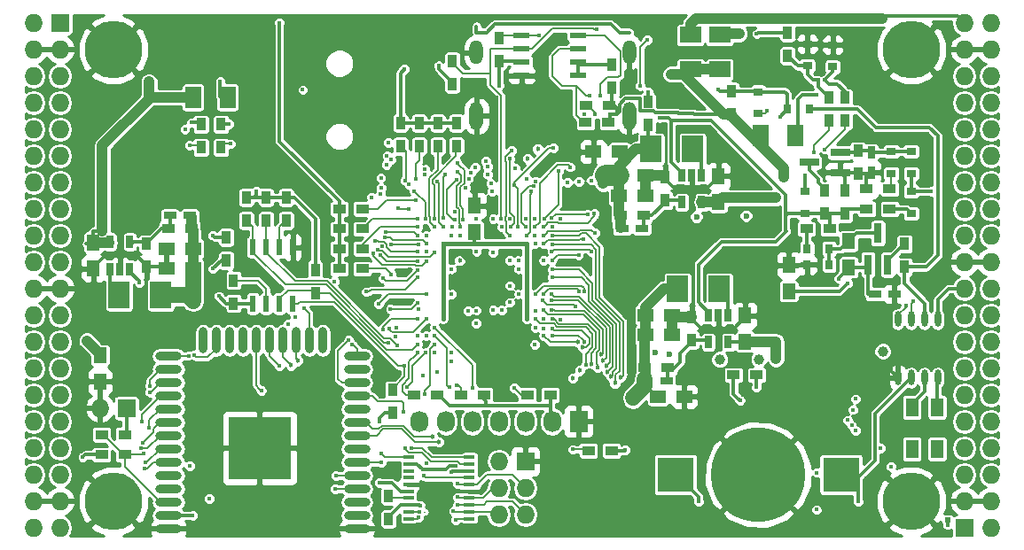
<source format=gbl>
G04 #@! TF.FileFunction,Copper,L4,Bot,Signal*
%FSLAX46Y46*%
G04 Gerber Fmt 4.6, Leading zero omitted, Abs format (unit mm)*
G04 Created by KiCad (PCBNEW 4.0.7+dfsg1-1) date Thu Sep 28 11:15:27 2017*
%MOMM*%
%LPD*%
G01*
G04 APERTURE LIST*
%ADD10C,0.100000*%
%ADD11R,0.900000X1.200000*%
%ADD12R,2.032000X1.524000*%
%ADD13R,2.000000X2.500000*%
%ADD14R,0.700000X1.200000*%
%ADD15R,1.250000X1.500000*%
%ADD16R,1.500000X1.250000*%
%ADD17R,1.524000X2.032000*%
%ADD18O,0.609600X1.473200*%
%ADD19R,0.800000X0.900000*%
%ADD20R,0.900000X0.800000*%
%ADD21R,0.800000X1.900000*%
%ADD22R,1.900000X0.800000*%
%ADD23R,1.200000X0.750000*%
%ADD24R,0.750000X1.200000*%
%ADD25R,1.200000X0.900000*%
%ADD26O,1.300000X2.700000*%
%ADD27O,1.300000X2.300000*%
%ADD28R,0.600000X1.550000*%
%ADD29R,1.550000X0.600000*%
%ADD30O,2.500000X0.900000*%
%ADD31O,0.900000X2.500000*%
%ADD32R,6.000000X6.000000*%
%ADD33R,1.727200X1.727200*%
%ADD34O,1.727200X1.727200*%
%ADD35C,5.500000*%
%ADD36R,1.000000X0.400000*%
%ADD37R,1.200000X1.800000*%
%ADD38R,0.500000X0.500000*%
%ADD39R,1.727200X2.032000*%
%ADD40O,1.727200X2.032000*%
%ADD41R,3.500000X3.300000*%
%ADD42C,9.000000*%
%ADD43C,1.000000*%
%ADD44C,0.400000*%
%ADD45C,0.600000*%
%ADD46C,0.454000*%
%ADD47C,0.300000*%
%ADD48C,0.190000*%
%ADD49C,1.000000*%
%ADD50C,2.000000*%
%ADD51C,1.500000*%
%ADD52C,0.400000*%
%ADD53C,0.200000*%
%ADD54C,0.254000*%
G04 APERTURE END LIST*
D10*
D11*
X154044000Y-72426000D03*
X154044000Y-70226000D03*
D12*
X160902000Y-63833000D03*
X160902000Y-67135000D03*
X158108000Y-67135000D03*
X158108000Y-63833000D03*
D13*
X160870000Y-88090000D03*
X156870000Y-88090000D03*
D14*
X159825000Y-90600000D03*
X160775000Y-90600000D03*
X161725000Y-90600000D03*
X161725000Y-93200000D03*
X159825000Y-93200000D03*
D13*
X158330000Y-74755000D03*
X154330000Y-74755000D03*
D14*
X157285000Y-77235000D03*
X158235000Y-77235000D03*
X159185000Y-77235000D03*
X159185000Y-79835000D03*
X157285000Y-79835000D03*
D13*
X103530000Y-88725000D03*
X107530000Y-88725000D03*
D14*
X104575000Y-86215000D03*
X103625000Y-86215000D03*
X102675000Y-86215000D03*
X102675000Y-83615000D03*
X104575000Y-83615000D03*
D15*
X101085000Y-83665000D03*
X101085000Y-86165000D03*
D16*
X153810000Y-90630000D03*
X156310000Y-90630000D03*
X153810000Y-92535000D03*
X156310000Y-92535000D03*
D15*
X163315000Y-93150000D03*
X163315000Y-90650000D03*
D16*
X151270000Y-79200000D03*
X153770000Y-79200000D03*
X151270000Y-77295000D03*
X153770000Y-77295000D03*
D15*
X160775000Y-79815000D03*
X160775000Y-77315000D03*
D16*
X110590000Y-84280000D03*
X108090000Y-84280000D03*
X110590000Y-86185000D03*
X108090000Y-86185000D03*
D17*
X110610000Y-69802000D03*
X113912000Y-69802000D03*
X168141000Y-73485000D03*
X164839000Y-73485000D03*
D18*
X181730000Y-96599000D03*
X180460000Y-96599000D03*
X179190000Y-96599000D03*
X177920000Y-96599000D03*
X177920000Y-91011000D03*
X179190000Y-91011000D03*
X180460000Y-91011000D03*
X181730000Y-91011000D03*
D15*
X173221000Y-86038000D03*
X173221000Y-83538000D03*
D19*
X169250000Y-84280000D03*
X171350000Y-84280000D03*
D20*
X179190000Y-80885000D03*
X179190000Y-78785000D03*
X177285000Y-74975000D03*
X177285000Y-77075000D03*
X169030000Y-80885000D03*
X169030000Y-78785000D03*
D21*
X176965000Y-85780000D03*
X175065000Y-85780000D03*
X176015000Y-82780000D03*
D22*
X172435000Y-75075000D03*
X172435000Y-76975000D03*
X169435000Y-76025000D03*
D23*
X153910000Y-96910000D03*
X155810000Y-96910000D03*
X151570000Y-82375000D03*
X153470000Y-82375000D03*
X110290000Y-81105000D03*
X108390000Y-81105000D03*
D24*
X175380000Y-75075000D03*
X175380000Y-76975000D03*
D25*
X169200000Y-82375000D03*
X171400000Y-82375000D03*
D11*
X172840000Y-80935000D03*
X172840000Y-78735000D03*
D25*
X177115000Y-80470000D03*
X174915000Y-80470000D03*
D11*
X174110000Y-74925000D03*
X174110000Y-77125000D03*
X178555000Y-83815000D03*
X178555000Y-86015000D03*
X113785000Y-83180000D03*
X113785000Y-85380000D03*
X170935000Y-80935000D03*
X170935000Y-78735000D03*
X129280000Y-107900000D03*
X129280000Y-110100000D03*
D25*
X150572000Y-103584000D03*
X148372000Y-103584000D03*
X177115000Y-78565000D03*
X174915000Y-78565000D03*
X153760000Y-95640000D03*
X155960000Y-95640000D03*
X110440000Y-82375000D03*
X108240000Y-82375000D03*
X151420000Y-81105000D03*
X153620000Y-81105000D03*
D11*
X158235000Y-90800000D03*
X158235000Y-93000000D03*
X106165000Y-86015000D03*
X106165000Y-83815000D03*
X155695000Y-77465000D03*
X155695000Y-79665000D03*
D25*
X126782000Y-86185000D03*
X124582000Y-86185000D03*
X126782000Y-84279000D03*
X124582000Y-84279000D03*
X126782000Y-82375000D03*
X124582000Y-82375000D03*
X126782000Y-80470000D03*
X124582000Y-80470000D03*
D11*
X130422000Y-74458000D03*
X130422000Y-72258000D03*
X132200000Y-74458000D03*
X132200000Y-72258000D03*
X133978000Y-74458000D03*
X133978000Y-72258000D03*
X135756000Y-74458000D03*
X135756000Y-72258000D03*
D26*
X152280000Y-71550000D03*
X137680000Y-71550000D03*
D27*
X137680000Y-65500000D03*
X152280000Y-65500000D03*
D28*
X116325000Y-84120000D03*
X117595000Y-84120000D03*
X118865000Y-84120000D03*
X120135000Y-84120000D03*
X120135000Y-89520000D03*
X118865000Y-89520000D03*
X117595000Y-89520000D03*
X116325000Y-89520000D03*
D23*
X175700000Y-88598000D03*
X177600000Y-88598000D03*
D29*
X141980000Y-67705000D03*
X141980000Y-66435000D03*
X141980000Y-65165000D03*
X141980000Y-63895000D03*
X147380000Y-63895000D03*
X147380000Y-65165000D03*
X147380000Y-66435000D03*
X147380000Y-67705000D03*
D19*
X171350000Y-85804000D03*
X169250000Y-85804000D03*
D20*
X179190000Y-77075000D03*
X179190000Y-74975000D03*
D30*
X126260434Y-111030338D03*
X126260434Y-109760338D03*
X126260434Y-108490338D03*
X126260434Y-107220338D03*
X126260434Y-105950338D03*
X126260434Y-104680338D03*
X126260434Y-103410338D03*
X126260434Y-102140338D03*
X126260434Y-100870338D03*
X126260434Y-99600338D03*
X126260434Y-98330338D03*
X126260434Y-97060338D03*
X126260434Y-95790338D03*
X126260434Y-94520338D03*
D31*
X122975434Y-93030338D03*
X121705434Y-93030338D03*
X120435434Y-93030338D03*
X119165434Y-93030338D03*
X117895434Y-93030338D03*
X116625434Y-93030338D03*
X115355434Y-93030338D03*
X114085434Y-93030338D03*
X112815434Y-93030338D03*
X111545434Y-93030338D03*
D30*
X108260434Y-94520338D03*
X108260434Y-95790338D03*
X108260434Y-97060338D03*
X108260434Y-98330338D03*
X108260434Y-99600338D03*
X108260434Y-100870338D03*
X108260434Y-102140338D03*
X108260434Y-103410338D03*
X108260434Y-104680338D03*
X108260434Y-105950338D03*
X108260434Y-107220338D03*
X108260434Y-108490338D03*
X108260434Y-109760338D03*
X108260434Y-111030338D03*
D32*
X116960434Y-103330338D03*
D33*
X97910000Y-62690000D03*
D34*
X95370000Y-62690000D03*
X97910000Y-65230000D03*
X95370000Y-65230000D03*
X97910000Y-67770000D03*
X95370000Y-67770000D03*
X97910000Y-70310000D03*
X95370000Y-70310000D03*
X97910000Y-72850000D03*
X95370000Y-72850000D03*
X97910000Y-75390000D03*
X95370000Y-75390000D03*
X97910000Y-77930000D03*
X95370000Y-77930000D03*
X97910000Y-80470000D03*
X95370000Y-80470000D03*
X97910000Y-83010000D03*
X95370000Y-83010000D03*
X97910000Y-85550000D03*
X95370000Y-85550000D03*
X97910000Y-88090000D03*
X95370000Y-88090000D03*
X97910000Y-90630000D03*
X95370000Y-90630000D03*
X97910000Y-93170000D03*
X95370000Y-93170000D03*
X97910000Y-95710000D03*
X95370000Y-95710000D03*
X97910000Y-98250000D03*
X95370000Y-98250000D03*
X97910000Y-100790000D03*
X95370000Y-100790000D03*
X97910000Y-103330000D03*
X95370000Y-103330000D03*
X97910000Y-105870000D03*
X95370000Y-105870000D03*
X97910000Y-108410000D03*
X95370000Y-108410000D03*
X97910000Y-110950000D03*
X95370000Y-110950000D03*
D33*
X184270000Y-110950000D03*
D34*
X186810000Y-110950000D03*
X184270000Y-108410000D03*
X186810000Y-108410000D03*
X184270000Y-105870000D03*
X186810000Y-105870000D03*
X184270000Y-103330000D03*
X186810000Y-103330000D03*
X184270000Y-100790000D03*
X186810000Y-100790000D03*
X184270000Y-98250000D03*
X186810000Y-98250000D03*
X184270000Y-95710000D03*
X186810000Y-95710000D03*
X184270000Y-93170000D03*
X186810000Y-93170000D03*
X184270000Y-90630000D03*
X186810000Y-90630000D03*
X184270000Y-88090000D03*
X186810000Y-88090000D03*
X184270000Y-85550000D03*
X186810000Y-85550000D03*
X184270000Y-83010000D03*
X186810000Y-83010000D03*
X184270000Y-80470000D03*
X186810000Y-80470000D03*
X184270000Y-77930000D03*
X186810000Y-77930000D03*
X184270000Y-75390000D03*
X186810000Y-75390000D03*
X184270000Y-72850000D03*
X186810000Y-72850000D03*
X184270000Y-70310000D03*
X186810000Y-70310000D03*
X184270000Y-67770000D03*
X186810000Y-67770000D03*
X184270000Y-65230000D03*
X186810000Y-65230000D03*
X184270000Y-62690000D03*
X186810000Y-62690000D03*
D35*
X102990000Y-108410000D03*
X179190000Y-108410000D03*
X179190000Y-65230000D03*
X102990000Y-65230000D03*
D19*
X167345000Y-70945000D03*
X169445000Y-70945000D03*
D20*
X164585000Y-69260000D03*
X164585000Y-71360000D03*
D11*
X162045000Y-71410000D03*
X162045000Y-69210000D03*
X139820000Y-66330000D03*
X139820000Y-64130000D03*
X135375000Y-68532000D03*
X135375000Y-66332000D03*
X150615000Y-68870000D03*
X150615000Y-66670000D03*
D25*
X150275000Y-72215000D03*
X148075000Y-72215000D03*
X150380000Y-70600000D03*
X148180000Y-70600000D03*
D36*
X137005000Y-104215000D03*
X137005000Y-104865000D03*
X137005000Y-105515000D03*
X137005000Y-106165000D03*
X137005000Y-106815000D03*
X137005000Y-107465000D03*
X137005000Y-108115000D03*
X137005000Y-108765000D03*
X137005000Y-109415000D03*
X137005000Y-110065000D03*
X131205000Y-110065000D03*
X131205000Y-109415000D03*
X131205000Y-108765000D03*
X131205000Y-108115000D03*
X131205000Y-107465000D03*
X131205000Y-106815000D03*
X131205000Y-106165000D03*
X131205000Y-105515000D03*
X131205000Y-104865000D03*
X131205000Y-104215000D03*
D11*
X119500000Y-79370000D03*
X119500000Y-81570000D03*
X114480000Y-89500000D03*
X114480000Y-87300000D03*
X129660000Y-99985000D03*
X129660000Y-97785000D03*
X117595000Y-79370000D03*
X117595000Y-81570000D03*
X122280000Y-86300000D03*
X122280000Y-88500000D03*
X115690000Y-79370000D03*
X115690000Y-81570000D03*
D25*
X144730000Y-98250000D03*
X142530000Y-98250000D03*
X138380000Y-98250000D03*
X136180000Y-98250000D03*
X133935000Y-98250000D03*
X131735000Y-98250000D03*
X101890000Y-103965000D03*
X104090000Y-103965000D03*
D37*
X179260000Y-99425000D03*
X179260000Y-103425000D03*
X181660000Y-103425000D03*
X181660000Y-99425000D03*
D33*
X104260000Y-99520000D03*
D34*
X101720000Y-99520000D03*
D25*
X101890000Y-102060000D03*
X104090000Y-102060000D03*
D15*
X167506000Y-88324000D03*
X167506000Y-85824000D03*
D25*
X164415000Y-96345000D03*
X162215000Y-96345000D03*
D11*
X167379000Y-65822000D03*
X167379000Y-63622000D03*
D33*
X142360000Y-104600000D03*
D34*
X139820000Y-104600000D03*
X142360000Y-107140000D03*
X139820000Y-107140000D03*
X142360000Y-109680000D03*
X139820000Y-109680000D03*
D16*
X155030000Y-98400000D03*
X157530000Y-98400000D03*
D15*
X137480000Y-82650000D03*
X137480000Y-80150000D03*
D16*
X151330000Y-75000000D03*
X148830000Y-75000000D03*
D15*
X101720000Y-94460000D03*
X101720000Y-96960000D03*
D11*
X113277000Y-74585000D03*
X113277000Y-72385000D03*
X111372000Y-74585000D03*
X111372000Y-72385000D03*
D20*
X169284000Y-66788000D03*
X169284000Y-64688000D03*
X171697000Y-66881000D03*
X171697000Y-64781000D03*
D11*
X172840000Y-72045000D03*
X172840000Y-69845000D03*
X171316000Y-72045000D03*
X171316000Y-69845000D03*
D38*
X182680000Y-110200000D03*
D39*
X147440000Y-100790000D03*
D40*
X144900000Y-100790000D03*
X142360000Y-100790000D03*
X139820000Y-100790000D03*
X137280000Y-100790000D03*
X134740000Y-100790000D03*
X132200000Y-100790000D03*
D41*
X172485000Y-105870000D03*
X156685000Y-105870000D03*
D42*
X164585000Y-105870000D03*
D43*
X116676077Y-65372157D03*
D44*
X139575609Y-69792857D03*
X146468970Y-70993942D03*
X144978424Y-71024054D03*
X143480350Y-71016526D03*
X142000564Y-71008511D03*
X113273209Y-99681387D03*
X175495631Y-71457432D03*
D43*
X165541128Y-65538825D03*
X175041608Y-65589748D03*
X107072473Y-65519920D03*
D44*
X147987361Y-71377791D03*
X144102010Y-84600000D03*
X132880424Y-84561218D03*
X135567436Y-80702302D03*
X132810347Y-82177990D03*
X145713035Y-91022010D03*
X145680000Y-94177990D03*
X177285000Y-95710000D03*
D43*
X177229911Y-82281349D03*
D44*
X170046000Y-85804000D03*
D45*
X164741832Y-81130572D03*
D44*
X120770000Y-72215000D03*
X133216000Y-109934000D03*
D45*
X161067993Y-81216119D03*
D43*
X158233687Y-94852616D03*
X162992748Y-94820185D03*
D45*
X156280000Y-81210838D03*
D44*
X131254529Y-86251357D03*
X140880000Y-81400000D03*
X136085174Y-89394826D03*
X145680000Y-81400000D03*
X120430000Y-97050000D03*
X150080000Y-81600000D03*
X131280000Y-89400000D03*
X133690245Y-94180159D03*
D46*
X139312644Y-91359700D03*
D44*
X140874194Y-91433353D03*
X145680000Y-85422010D03*
X135280000Y-95000000D03*
X135280000Y-94200000D03*
X142480000Y-94200000D03*
X140880000Y-93400000D03*
X139280000Y-93400000D03*
X137680000Y-93400000D03*
X136080000Y-93400000D03*
X136880000Y-92600000D03*
X135280000Y-92600000D03*
X132880000Y-91800000D03*
X132880000Y-93400000D03*
D46*
X141042859Y-86994997D03*
X139280000Y-87000000D03*
X136110990Y-86995403D03*
X139280000Y-88600000D03*
X137680000Y-87000000D03*
X136080000Y-84600000D03*
D43*
X156235582Y-67593489D03*
X101932065Y-82585048D03*
X106417803Y-68312483D03*
X166280000Y-94800000D03*
D44*
X112134000Y-108156000D03*
X128390000Y-106632000D03*
D43*
X167019936Y-77389798D03*
D44*
X150457224Y-71377791D03*
X172289562Y-87124051D03*
D43*
X166251010Y-79388894D03*
X162787481Y-63718486D03*
D44*
X164433885Y-63737451D03*
X139820000Y-68665673D03*
X148639876Y-77729346D03*
D43*
X149751640Y-78029346D03*
D44*
X134079160Y-66786153D03*
X109828000Y-72830000D03*
X116654336Y-78777990D03*
X173620534Y-99657935D03*
X173902378Y-98625522D03*
X176285000Y-103330000D03*
D43*
X176474303Y-94069095D03*
D44*
X173094000Y-87582000D03*
X164387711Y-97506234D03*
D43*
X100479904Y-93063904D03*
D45*
X163422030Y-81120665D03*
X154726292Y-94171363D03*
X156077107Y-94380779D03*
D43*
X160908408Y-94850523D03*
D45*
X158680000Y-81210838D03*
D44*
X112515000Y-83010000D03*
X181065000Y-78785000D03*
X128441330Y-100795881D03*
X110529662Y-109760338D03*
X110280000Y-105000000D03*
X100080000Y-104200000D03*
X113080000Y-88800000D03*
D43*
X164653770Y-94825547D03*
D44*
X137665894Y-91402446D03*
X135273306Y-88618602D03*
X139272517Y-84611349D03*
X137680556Y-84534085D03*
X141680000Y-86200000D03*
X135280000Y-86200000D03*
X132880000Y-92600000D03*
X132080000Y-92600000D03*
X141680000Y-88600000D03*
X141680000Y-85400000D03*
D43*
X152621047Y-98519969D03*
D44*
X136885174Y-90194826D03*
X140094890Y-90122990D03*
X139280000Y-90122990D03*
X140880000Y-89400000D03*
X137680000Y-90172990D03*
X140880000Y-87800000D03*
X140880000Y-85400000D03*
D46*
X136080000Y-85400000D03*
D44*
X120375151Y-90779445D03*
X130022933Y-91834237D03*
X119684872Y-91469724D03*
X129902064Y-92678248D03*
D43*
X110617371Y-89287199D03*
D44*
X142480000Y-91000000D03*
X142480000Y-83800000D03*
X134480000Y-83800000D03*
X134480000Y-91000000D03*
X155149360Y-71764535D03*
X121086654Y-69078528D03*
X105462439Y-87482966D03*
X170182962Y-69571012D03*
X174110000Y-108410000D03*
X158870000Y-108410000D03*
X135884156Y-106696010D03*
X137288700Y-97538741D03*
X133680000Y-91800000D03*
D46*
X134074414Y-102752225D03*
D44*
X135085458Y-97531790D03*
X135855186Y-108022639D03*
D46*
X133449289Y-102232615D03*
D44*
X133680000Y-92600000D03*
X132752670Y-98178920D03*
X128610113Y-104714568D03*
X132918584Y-104800000D03*
X135853254Y-108792386D03*
X133685668Y-93402482D03*
X130714529Y-99901000D03*
X131039363Y-97487286D03*
X135471949Y-109365878D03*
X132846234Y-94197073D03*
X118858690Y-62658970D03*
X130761990Y-67119621D03*
X148477832Y-69619684D03*
X149475951Y-69619684D03*
X148991194Y-71377791D03*
X153984196Y-64280063D03*
X153322343Y-68673419D03*
X143650666Y-63862520D03*
X178665908Y-89713903D03*
X149183754Y-63257114D03*
X179375977Y-89317806D03*
X140035989Y-81400000D03*
X128776655Y-87110882D03*
X132077895Y-86272150D03*
X117121665Y-97817265D03*
X118843798Y-95498222D03*
D46*
X119978162Y-95412951D03*
X120634035Y-94977604D03*
D44*
X113212238Y-68244401D03*
X166658010Y-71673557D03*
X160775000Y-69040000D03*
X146387166Y-77939336D03*
X147480000Y-77822010D03*
X131453853Y-103296209D03*
X144891634Y-91008466D03*
D46*
X148653935Y-95249010D03*
D44*
X144867244Y-90164455D03*
D46*
X149619858Y-94378867D03*
X150895161Y-97104924D03*
D44*
X144890381Y-83866022D03*
D46*
X151426924Y-96584651D03*
D44*
X144894101Y-83022010D03*
D46*
X150518912Y-96497510D03*
D44*
X144901285Y-86268736D03*
D46*
X150197861Y-96013257D03*
D44*
X144888562Y-86993817D03*
D46*
X150072035Y-95446034D03*
D44*
X144877648Y-88622010D03*
X144810610Y-89177990D03*
D46*
X149779241Y-94944191D03*
D44*
X144895773Y-91874444D03*
D46*
X147777713Y-93691005D03*
X147399581Y-93209136D03*
D44*
X144102010Y-92600000D03*
D46*
X147990903Y-93150519D03*
D44*
X144882352Y-92577990D03*
X130807074Y-95454141D03*
X130141304Y-93529144D03*
X132080000Y-93400000D03*
X129254670Y-93244631D03*
X133919980Y-96038729D03*
X141280000Y-97600000D03*
X132572818Y-96383863D03*
X135770000Y-97338127D03*
X132080000Y-94200000D03*
X128669601Y-84020243D03*
X105906712Y-103816552D03*
X129459184Y-90039192D03*
X132080000Y-89444020D03*
X130839486Y-103354982D03*
X128602801Y-103872537D03*
X128321313Y-89539949D03*
X132656192Y-105976192D03*
X132880000Y-88600000D03*
X127145130Y-88379076D03*
X124253981Y-105982535D03*
X132080000Y-87000000D03*
X125827283Y-93452662D03*
X124202418Y-107207639D03*
D46*
X142530990Y-75662841D03*
X143525587Y-74749772D03*
D44*
X110313517Y-74380698D03*
X132146108Y-109940263D03*
X114166000Y-74247000D03*
X132189000Y-109415000D03*
X135567436Y-81489225D03*
X135767546Y-77648547D03*
X134702010Y-77200000D03*
X134471354Y-81347908D03*
X132761172Y-77202673D03*
X132737245Y-76676207D03*
X128545566Y-77476577D03*
X127643658Y-79355564D03*
X110718734Y-94451783D03*
X128515897Y-78994176D03*
X110193102Y-94489889D03*
X128569727Y-78469921D03*
X106480000Y-97386401D03*
X131230910Y-78113843D03*
X106480000Y-97968443D03*
X131709326Y-78745875D03*
X132783332Y-81399993D03*
X129016746Y-82660638D03*
X105679715Y-100783924D03*
X132084821Y-83022010D03*
X128948848Y-83183258D03*
X106401171Y-101377901D03*
X132886504Y-83777990D03*
X129513931Y-83860979D03*
X105803161Y-102850427D03*
X132117443Y-83866021D03*
X127966259Y-83527946D03*
X105651866Y-103355255D03*
X132079996Y-84503337D03*
X128256283Y-84387285D03*
X106023598Y-104697574D03*
X133671942Y-84595200D03*
X127824162Y-84688968D03*
X105973679Y-105248709D03*
X132875802Y-85428138D03*
D46*
X146862501Y-96617499D03*
X147534467Y-95913260D03*
D44*
X148102806Y-95339021D03*
X143280000Y-91000000D03*
X149207706Y-95605291D03*
X144082424Y-90132858D03*
X143989948Y-89177990D03*
X147125926Y-89802879D03*
X143281824Y-90201951D03*
X144102010Y-85397219D03*
X147422472Y-84858593D03*
X144886544Y-85385186D03*
X144102010Y-83000000D03*
X148975652Y-82755341D03*
X144885092Y-82177990D03*
X147470668Y-88324835D03*
X144082832Y-88584510D03*
X147997681Y-88324844D03*
X143278026Y-88595030D03*
X144102010Y-82185600D03*
X148935852Y-80899014D03*
X148337768Y-80975785D03*
X144866392Y-81333979D03*
X139280000Y-81400000D03*
X139145358Y-78809170D03*
X139040624Y-78036724D03*
X138723613Y-77165705D03*
X138593844Y-75910161D03*
X138716105Y-76425854D03*
X137680000Y-81400000D03*
X137538026Y-76510532D03*
X137116016Y-76974740D03*
X136928568Y-77562978D03*
X136634118Y-78451672D03*
X135830689Y-76094515D03*
X136411444Y-81497309D03*
X148668800Y-84550385D03*
X144877691Y-84532933D03*
X144102010Y-83800000D03*
X147894174Y-83335809D03*
X142851623Y-78759750D03*
X142473549Y-82998913D03*
X143105106Y-78295223D03*
X142396423Y-82191394D03*
X145494012Y-76834828D03*
X144146021Y-81374784D03*
X143331797Y-77819457D03*
X146627648Y-76461302D03*
X143257990Y-82207154D03*
X143257990Y-81379632D03*
X145017056Y-74655847D03*
X141318978Y-78199263D03*
X141657990Y-82130345D03*
X142413979Y-81382236D03*
X140080000Y-82200000D03*
X141342967Y-76554996D03*
X141046643Y-74873804D03*
X140864029Y-83041403D03*
X140890207Y-75681941D03*
X140924011Y-82179283D03*
X129542604Y-86703515D03*
X132880000Y-83022010D03*
X132080000Y-82177990D03*
X132080000Y-81400000D03*
X131847310Y-79589886D03*
X130856828Y-77742623D03*
X131923295Y-77584853D03*
X133654358Y-82177990D03*
X133627343Y-81396408D03*
X129336756Y-91938993D03*
X132880000Y-91000000D03*
X128765088Y-92004296D03*
X132077648Y-90977990D03*
X130196821Y-80377733D03*
X131180000Y-80500000D03*
X128489708Y-84867377D03*
X132079620Y-85428138D03*
X165432990Y-71070016D03*
X134501414Y-82177578D03*
X133922194Y-77854836D03*
X135680000Y-110200000D03*
X146844288Y-103452739D03*
X132540000Y-105400000D03*
X135680000Y-105037990D03*
X132280000Y-108800000D03*
X135248000Y-105616000D03*
X112515000Y-86185000D03*
X162842298Y-98762298D03*
X170126036Y-109212466D03*
X170157734Y-105666345D03*
X169895346Y-75092988D03*
X143257990Y-83000000D03*
X151896383Y-103510715D03*
X169030000Y-77295000D03*
X114039000Y-72342000D03*
X110483000Y-72215000D03*
X177274002Y-105079115D03*
X143258015Y-93423150D03*
X173867913Y-101655141D03*
X143280000Y-91800000D03*
X144064831Y-91877646D03*
X173497957Y-101157615D03*
X173102681Y-100658357D03*
X144080000Y-91000000D03*
X154044000Y-69294000D03*
X129061632Y-76229575D03*
X135280000Y-83022010D03*
X129493343Y-75737814D03*
X136080000Y-83000000D03*
X129122249Y-75363607D03*
X135345425Y-82176814D03*
X129252218Y-74142461D03*
X135830698Y-76905381D03*
X136080000Y-82200000D03*
X170943165Y-74761464D03*
X143280000Y-83800000D03*
X142480000Y-77600000D03*
X170300000Y-68151000D03*
X170950000Y-68125562D03*
X125480000Y-93000000D03*
X121211999Y-89942596D03*
X132156079Y-90030946D03*
X182654362Y-110665838D03*
X124080000Y-87400000D03*
X124080000Y-87400000D03*
D47*
X138630000Y-63600000D02*
X139449896Y-62780104D01*
X137680000Y-63000000D02*
X137680000Y-63600000D01*
X150510104Y-62780104D02*
X151330000Y-63600000D01*
X137680000Y-63600000D02*
X138630000Y-63600000D01*
X139449896Y-62780104D02*
X150510104Y-62780104D01*
X151330000Y-63600000D02*
X152280000Y-63600000D01*
D48*
X132742351Y-109415000D02*
X132748035Y-109420684D01*
D47*
X139292767Y-69792857D02*
X139575609Y-69792857D01*
X137822857Y-69792857D02*
X139292767Y-69792857D01*
X137680000Y-69650000D02*
X137822857Y-69792857D01*
X169284000Y-64688000D02*
X166391953Y-64688000D01*
X166391953Y-64688000D02*
X165541128Y-65538825D01*
X171697000Y-64781000D02*
X174232860Y-64781000D01*
X174232860Y-64781000D02*
X175041608Y-65589748D01*
X169284000Y-64688000D02*
X171604000Y-64688000D01*
X171604000Y-64688000D02*
X171697000Y-64781000D01*
X177285000Y-95710000D02*
X177285000Y-95964000D01*
X177285000Y-95964000D02*
X177920000Y-96599000D01*
X167506000Y-85824000D02*
X169230000Y-85824000D01*
X169230000Y-85824000D02*
X169250000Y-85804000D01*
X169250000Y-85804000D02*
X170046000Y-85804000D01*
X134345000Y-107465000D02*
X133695000Y-106815000D01*
X133695000Y-106815000D02*
X131205000Y-106815000D01*
X137005000Y-107465000D02*
X134345000Y-107465000D01*
X102210000Y-84915000D02*
X103625000Y-84915000D01*
X103625000Y-84915000D02*
X105215000Y-84915000D01*
X103625000Y-86215000D02*
X103625000Y-84915000D01*
X105215000Y-84915000D02*
X106165000Y-85865000D01*
X106165000Y-85865000D02*
X106165000Y-86015000D01*
X101085000Y-86165000D02*
X101085000Y-86040000D01*
X101085000Y-86040000D02*
X102210000Y-84915000D01*
X106165000Y-86015000D02*
X107920000Y-86015000D01*
X107920000Y-86015000D02*
X108090000Y-86185000D01*
X139085645Y-91132701D02*
X139312644Y-91359700D01*
X138480000Y-89400000D02*
X138480000Y-90527056D01*
X139280000Y-88600000D02*
X138480000Y-89400000D01*
X138480000Y-90527056D02*
X139085645Y-91132701D01*
D49*
X153770000Y-77295000D02*
X155525000Y-77295000D01*
D47*
X155525000Y-77295000D02*
X155695000Y-77465000D01*
D49*
X153770000Y-79200000D02*
X153770000Y-77295000D01*
D47*
X174110000Y-77125000D02*
X174745000Y-77125000D01*
X174745000Y-77125000D02*
X175230000Y-77125000D01*
X174915000Y-78565000D02*
X174915000Y-77295000D01*
X174915000Y-77295000D02*
X174745000Y-77125000D01*
X172840000Y-78735000D02*
X172840000Y-77380000D01*
X172840000Y-77380000D02*
X172435000Y-76975000D01*
X175230000Y-77125000D02*
X175380000Y-76975000D01*
X172435000Y-76975000D02*
X173960000Y-76975000D01*
X173960000Y-76975000D02*
X174110000Y-77125000D01*
X137680000Y-86200000D02*
X137680000Y-86600000D01*
X136080000Y-84600000D02*
X137680000Y-86200000D01*
X159850000Y-78365000D02*
X158235000Y-78365000D01*
X158235000Y-78365000D02*
X156445000Y-78365000D01*
X158235000Y-77235000D02*
X158235000Y-78365000D01*
X160775000Y-77315000D02*
X160775000Y-77440000D01*
X160775000Y-77440000D02*
X159850000Y-78365000D01*
X156445000Y-78365000D02*
X155695000Y-77615000D01*
X155695000Y-77615000D02*
X155695000Y-77465000D01*
D49*
X156310000Y-90630000D02*
X156310000Y-92535000D01*
X158235000Y-90800000D02*
X156480000Y-90800000D01*
D47*
X156480000Y-90800000D02*
X156310000Y-90630000D01*
X163315000Y-90650000D02*
X163315000Y-90834602D01*
X163315000Y-90834602D02*
X162249602Y-91900000D01*
X162249602Y-91900000D02*
X160775000Y-91900000D01*
X101085000Y-86165000D02*
X101085000Y-85929893D01*
X106165000Y-85944374D02*
X106165000Y-86015000D01*
X159185000Y-91900000D02*
X160775000Y-91900000D01*
X160775000Y-90600000D02*
X160775000Y-91900000D01*
X158235000Y-90800000D02*
X158235000Y-90950000D01*
X158235000Y-90950000D02*
X159185000Y-91900000D01*
X108090000Y-84280000D02*
X108090000Y-86185000D01*
X107625000Y-84745000D02*
X108090000Y-84280000D01*
X108070000Y-84260000D02*
X108090000Y-84280000D01*
X141037856Y-87000000D02*
X141042859Y-86994997D01*
X139280000Y-87000000D02*
X141037856Y-87000000D01*
X136432016Y-86995403D02*
X136110990Y-86995403D01*
X137284597Y-86995403D02*
X136432016Y-86995403D01*
X137680000Y-86600000D02*
X137284597Y-86995403D01*
X137680000Y-86600000D02*
X137680000Y-87000000D01*
D48*
X138029000Y-66332000D02*
X138115000Y-66246000D01*
D49*
X158108000Y-67135000D02*
X160902000Y-67135000D01*
D47*
X156235582Y-67593489D02*
X157649511Y-67593489D01*
X157649511Y-67593489D02*
X158108000Y-67135000D01*
D49*
X157485045Y-67593489D02*
X156942688Y-67593489D01*
X161301556Y-71410000D02*
X157485045Y-67593489D01*
X156942688Y-67593489D02*
X156235582Y-67593489D01*
X162045000Y-71410000D02*
X161301556Y-71410000D01*
D47*
X101085000Y-82615000D02*
X101114952Y-82585048D01*
X101114952Y-82585048D02*
X101224959Y-82585048D01*
X101085000Y-83665000D02*
X101085000Y-82615000D01*
D49*
X101932065Y-81877942D02*
X101932065Y-82585048D01*
X101932065Y-74415935D02*
X101932065Y-81877942D01*
X106407114Y-69940886D02*
X101932065Y-74415935D01*
D47*
X101224959Y-82585048D02*
X101932065Y-82585048D01*
X151080000Y-71400000D02*
X151352990Y-71127010D01*
X158407951Y-71315988D02*
X158501963Y-71410000D01*
X151352990Y-71127010D02*
X151352990Y-70466020D01*
X153372399Y-71103001D02*
X154568521Y-71103001D01*
X158501963Y-71410000D02*
X162045000Y-71410000D01*
X151352990Y-70466020D02*
X151896020Y-69922990D01*
X153316999Y-69896923D02*
X153316999Y-71047601D01*
X156924522Y-71275510D02*
X156965000Y-71315988D01*
X151896020Y-69922990D02*
X152557010Y-69922990D01*
X152557010Y-69922990D02*
X152583077Y-69896923D01*
X152583077Y-69896923D02*
X153316999Y-69896923D01*
X156965000Y-71315988D02*
X158407951Y-71315988D01*
X153316999Y-71047601D02*
X153372399Y-71103001D01*
X154568521Y-71103001D02*
X154741030Y-71275510D01*
X154741030Y-71275510D02*
X156924522Y-71275510D01*
D49*
X106417803Y-69019589D02*
X106417803Y-68312483D01*
X106417803Y-69930197D02*
X106417803Y-69019589D01*
X106407114Y-69940886D02*
X106417803Y-69930197D01*
X166280000Y-93150000D02*
X166280000Y-94800000D01*
D47*
X129572000Y-106632000D02*
X128390000Y-106632000D01*
X131205000Y-107465000D02*
X130405000Y-107465000D01*
X130405000Y-107465000D02*
X129572000Y-106632000D01*
X110610000Y-69548000D02*
X110610000Y-69802000D01*
X150457224Y-71377791D02*
X150457224Y-72032776D01*
X150457224Y-72032776D02*
X150275000Y-72215000D01*
D49*
X162045000Y-71560000D02*
X167019936Y-76534936D01*
X162045000Y-71410000D02*
X162045000Y-71560000D01*
X167019936Y-76682692D02*
X167019936Y-77389798D01*
X167019936Y-76534936D02*
X167019936Y-76682692D01*
X109975000Y-69802000D02*
X106546000Y-69802000D01*
X106546000Y-69802000D02*
X106419000Y-69929000D01*
D47*
X164839000Y-73485000D02*
X163777000Y-73485000D01*
X163777000Y-73485000D02*
X162045000Y-71753000D01*
X162045000Y-71753000D02*
X162045000Y-71410000D01*
X151057791Y-71377791D02*
X150740066Y-71377791D01*
X150740066Y-71377791D02*
X150457224Y-71377791D01*
X151080000Y-71400000D02*
X151057791Y-71377791D01*
X172289562Y-87094438D02*
X172289562Y-87124051D01*
X173221000Y-86163000D02*
X172289562Y-87094438D01*
X173221000Y-86038000D02*
X173221000Y-86163000D01*
X175065000Y-88598000D02*
X175065000Y-85780000D01*
X175700000Y-88598000D02*
X175065000Y-88598000D01*
D49*
X160790000Y-79800000D02*
X161201106Y-79388894D01*
X165543904Y-79388894D02*
X166251010Y-79388894D01*
X161201106Y-79388894D02*
X165543904Y-79388894D01*
X106419000Y-69929000D02*
X106407114Y-69940886D01*
D47*
X106419000Y-69675000D02*
X106419000Y-69929000D01*
X100572432Y-83665000D02*
X100424079Y-83813353D01*
X101085000Y-83665000D02*
X100572432Y-83665000D01*
X160790000Y-79800000D02*
X160775000Y-79815000D01*
D49*
X163315000Y-93150000D02*
X166280000Y-93150000D01*
D47*
X160775000Y-79940000D02*
X160775000Y-79815000D01*
X164925000Y-93150000D02*
X164240000Y-93150000D01*
X164240000Y-93150000D02*
X163315000Y-93150000D01*
X101085000Y-83665000D02*
X101085000Y-83790000D01*
X151080000Y-71400000D02*
X151080000Y-70838120D01*
X151080000Y-70838120D02*
X150615000Y-70373120D01*
X150615000Y-70373120D02*
X150615000Y-69995990D01*
X150615000Y-69995990D02*
X150615000Y-68870000D01*
D49*
X159185000Y-79835000D02*
X160755000Y-79835000D01*
D47*
X160755000Y-79835000D02*
X160775000Y-79815000D01*
X161725000Y-93200000D02*
X163265000Y-93200000D01*
X163265000Y-93200000D02*
X163315000Y-93150000D01*
X173221000Y-86038000D02*
X174807000Y-86038000D01*
X174807000Y-86038000D02*
X175065000Y-85780000D01*
D49*
X101085000Y-83665000D02*
X102625000Y-83665000D01*
D47*
X102625000Y-83665000D02*
X102675000Y-83615000D01*
D49*
X158673826Y-62251174D02*
X163455591Y-62251174D01*
X163455591Y-62251174D02*
X176413347Y-62251174D01*
D47*
X158673826Y-62251174D02*
X158627826Y-62251174D01*
D49*
X158627826Y-62251174D02*
X158108000Y-62771000D01*
X158108000Y-62771000D02*
X158108000Y-63833000D01*
D47*
X184270000Y-62690000D02*
X183586610Y-62006610D01*
X183586610Y-62006610D02*
X176657911Y-62006610D01*
X176657911Y-62006610D02*
X176413347Y-62251174D01*
D49*
X176413347Y-62251174D02*
X176425450Y-62263277D01*
X160902000Y-63833000D02*
X161016514Y-63718486D01*
X161016514Y-63718486D02*
X162080375Y-63718486D01*
X162080375Y-63718486D02*
X162787481Y-63718486D01*
D47*
X164549336Y-63622000D02*
X164433885Y-63737451D01*
X167379000Y-63622000D02*
X164549336Y-63622000D01*
X139820000Y-66330000D02*
X139820000Y-68665673D01*
D49*
X149784145Y-77289735D02*
X149751640Y-77322240D01*
X149751640Y-77322240D02*
X149751640Y-78029346D01*
X149993577Y-77289735D02*
X149784145Y-77289735D01*
D47*
X134079160Y-67068995D02*
X134079160Y-66786153D01*
X134079160Y-67086160D02*
X134079160Y-67068995D01*
X135375000Y-68382000D02*
X134079160Y-67086160D01*
X135375000Y-68532000D02*
X135375000Y-68382000D01*
X154044000Y-72426000D02*
X154044000Y-74469000D01*
X154044000Y-74469000D02*
X154330000Y-74755000D01*
X116654336Y-79155664D02*
X116654336Y-79060832D01*
X115690000Y-79370000D02*
X116440000Y-79370000D01*
X116440000Y-79370000D02*
X116654336Y-79155664D01*
X116654336Y-79060832D02*
X116654336Y-78777990D01*
X181730000Y-89106000D02*
X182746000Y-88090000D01*
X182746000Y-88090000D02*
X184270000Y-88090000D01*
X181730000Y-91011000D02*
X181730000Y-89106000D01*
X172352000Y-88324000D02*
X173094000Y-87582000D01*
X167506000Y-88324000D02*
X172352000Y-88324000D01*
X164415000Y-96345000D02*
X164415000Y-97478945D01*
X164415000Y-97478945D02*
X164387711Y-97506234D01*
X100479904Y-93094904D02*
X100479904Y-93063904D01*
D49*
X101720000Y-94335000D02*
X100479904Y-93094904D01*
D47*
X101720000Y-94460000D02*
X101720000Y-94335000D01*
X151330000Y-75000000D02*
X151330000Y-77235000D01*
X151330000Y-77235000D02*
X151270000Y-77295000D01*
X138380000Y-98250000D02*
X138380000Y-98686358D01*
X138380000Y-98686358D02*
X138550000Y-98856358D01*
X138550000Y-98856358D02*
X138550000Y-99266000D01*
X135101000Y-99266000D02*
X138550000Y-99266000D01*
X138550000Y-99266000D02*
X144730000Y-99266000D01*
X144730000Y-98250000D02*
X144730000Y-99266000D01*
X144730000Y-99266000D02*
X144730000Y-99400000D01*
X133935000Y-98250000D02*
X134085000Y-98250000D01*
X134085000Y-98250000D02*
X135101000Y-99266000D01*
X144730000Y-99400000D02*
X144730000Y-100620000D01*
X113785000Y-83180000D02*
X112685000Y-83180000D01*
X112685000Y-83180000D02*
X112515000Y-83010000D01*
X122280000Y-86300000D02*
X122280000Y-81400000D01*
X122280000Y-81400000D02*
X120250000Y-79370000D01*
X120250000Y-79370000D02*
X119500000Y-79370000D01*
X179190000Y-78785000D02*
X181065000Y-78785000D01*
X128441330Y-100513039D02*
X128441330Y-100795881D01*
X128441330Y-100453670D02*
X128441330Y-100513039D01*
X129660000Y-99985000D02*
X128910000Y-99985000D01*
X128910000Y-99985000D02*
X128441330Y-100453670D01*
X108260434Y-109760338D02*
X110529662Y-109760338D01*
X179190000Y-77075000D02*
X179190000Y-78785000D01*
X100315000Y-103965000D02*
X100080000Y-104200000D01*
X101890000Y-103965000D02*
X100315000Y-103965000D01*
X117595000Y-79370000D02*
X119500000Y-79370000D01*
X115690000Y-79370000D02*
X117595000Y-79370000D01*
X114480000Y-89500000D02*
X113780000Y-89500000D01*
X113780000Y-89500000D02*
X113080000Y-88800000D01*
X114480000Y-89500000D02*
X116305000Y-89500000D01*
X116305000Y-89500000D02*
X116325000Y-89520000D01*
X144900000Y-98250000D02*
X144730000Y-98250000D01*
X138380000Y-98250000D02*
X138530000Y-98250000D01*
X144730000Y-100620000D02*
X144900000Y-100790000D01*
X139820000Y-66330000D02*
X141875000Y-66330000D01*
X141875000Y-66330000D02*
X141980000Y-66435000D01*
D49*
X151270000Y-77295000D02*
X151264735Y-77289735D01*
D50*
X151264735Y-77289735D02*
X149993577Y-77289735D01*
D49*
X151270000Y-77295000D02*
X151270000Y-76370000D01*
D47*
X152885000Y-74755000D02*
X153030000Y-74755000D01*
D49*
X151270000Y-76370000D02*
X152885000Y-74755000D01*
X153030000Y-74755000D02*
X154330000Y-74755000D01*
X151420000Y-81105000D02*
X151420000Y-82225000D01*
D47*
X151420000Y-82225000D02*
X151570000Y-82375000D01*
D49*
X151270000Y-79200000D02*
X151270000Y-80955000D01*
D47*
X151270000Y-80955000D02*
X151420000Y-81105000D01*
D49*
X151270000Y-77295000D02*
X151270000Y-79200000D01*
D47*
X151790000Y-76775000D02*
X151270000Y-77295000D01*
X160870000Y-88090000D02*
X161725000Y-88945000D01*
X161725000Y-88945000D02*
X161725000Y-90600000D01*
X159185000Y-77235000D02*
X159185000Y-75610000D01*
X159185000Y-75610000D02*
X158330000Y-74755000D01*
X155030000Y-98400000D02*
X154905000Y-98400000D01*
X154905000Y-98400000D02*
X153733519Y-97228519D01*
X153733519Y-97228519D02*
X153733519Y-96686345D01*
D49*
X153701005Y-95301005D02*
X153810000Y-95410000D01*
X153701005Y-92643995D02*
X153701005Y-95301005D01*
X153810000Y-92535000D02*
X153701005Y-92643995D01*
D47*
X153810000Y-95410000D02*
X154110000Y-95710000D01*
X154110000Y-95710000D02*
X154110000Y-96385000D01*
D51*
X153121046Y-98019970D02*
X152621047Y-98519969D01*
X153733519Y-97407497D02*
X153121046Y-98019970D01*
X153733519Y-96686345D02*
X153733519Y-97407497D01*
D49*
X156870000Y-88090000D02*
X155570000Y-88090000D01*
X155570000Y-88090000D02*
X153810000Y-89850000D01*
X153810000Y-89850000D02*
X153810000Y-90630000D01*
X153810000Y-92535000D02*
X153810000Y-90630000D01*
D47*
X153695000Y-90515000D02*
X153810000Y-90630000D01*
X156010000Y-95710000D02*
X156524914Y-95710000D01*
X156524914Y-95710000D02*
X157145126Y-95089788D01*
X157145126Y-95089788D02*
X157145126Y-94239874D01*
X157145126Y-94239874D02*
X158235000Y-93150000D01*
X158235000Y-93150000D02*
X158235000Y-93000000D01*
X155960000Y-95640000D02*
X155960000Y-96760000D01*
X155960000Y-96760000D02*
X155810000Y-96910000D01*
X158235000Y-93000000D02*
X159625000Y-93000000D01*
X159625000Y-93000000D02*
X159825000Y-93200000D01*
D52*
X134480000Y-83800000D02*
X137480000Y-83800000D01*
D47*
X137480000Y-82650000D02*
X137480000Y-83800000D01*
D52*
X137480000Y-83800000D02*
X142480000Y-83800000D01*
D51*
X110055172Y-88725000D02*
X107530000Y-88725000D01*
X110617371Y-89287199D02*
X110055172Y-88725000D01*
D47*
X110590000Y-89259828D02*
X110617371Y-89287199D01*
D51*
X110590000Y-86185000D02*
X110590000Y-89259828D01*
D52*
X142480000Y-83800000D02*
X142480000Y-91000000D01*
X134480000Y-91000000D02*
X134480000Y-83800000D01*
D49*
X110440000Y-82375000D02*
X110440000Y-81255000D01*
D47*
X110440000Y-81255000D02*
X110290000Y-81105000D01*
D49*
X110590000Y-84280000D02*
X110590000Y-82525000D01*
D47*
X110590000Y-82525000D02*
X110440000Y-82375000D01*
D49*
X110590000Y-86185000D02*
X110590000Y-84280000D01*
D47*
X110070000Y-86705000D02*
X110590000Y-86185000D01*
X102675000Y-86215000D02*
X102675000Y-87870000D01*
X102675000Y-87870000D02*
X103530000Y-88725000D01*
X156280000Y-72000000D02*
X156044535Y-71764535D01*
X156044535Y-71764535D02*
X155432202Y-71764535D01*
X155432202Y-71764535D02*
X155149360Y-71764535D01*
X167183550Y-79089235D02*
X167183550Y-81105000D01*
X156280000Y-72000000D02*
X160094315Y-72000000D01*
X160094315Y-72000000D02*
X167183550Y-79089235D01*
X105462439Y-87352439D02*
X105462439Y-87482966D01*
X104575000Y-86465000D02*
X105462439Y-87352439D01*
X104575000Y-86215000D02*
X104575000Y-86465000D01*
X167183550Y-81105000D02*
X167183550Y-82518550D01*
X169030000Y-80885000D02*
X167403550Y-80885000D01*
X167403550Y-80885000D02*
X167183550Y-81105000D01*
X166265000Y-83600000D02*
X167265000Y-82600000D01*
X167183550Y-82518550D02*
X167265000Y-82600000D01*
X156280000Y-75980000D02*
X156280000Y-72000000D01*
X157285000Y-77235000D02*
X157285000Y-76985000D01*
X157285000Y-76985000D02*
X156280000Y-75980000D01*
X159825000Y-90600000D02*
X159825000Y-90345000D01*
X159825000Y-90345000D02*
X158880000Y-89400000D01*
X158880000Y-89400000D02*
X158880000Y-85800000D01*
X158880000Y-85800000D02*
X161080000Y-83600000D01*
X161080000Y-83600000D02*
X166265000Y-83600000D01*
X168980000Y-80885000D02*
X169030000Y-80885000D01*
X169030000Y-80885000D02*
X170885000Y-80885000D01*
X170885000Y-80885000D02*
X170935000Y-80935000D01*
X170935000Y-80935000D02*
X171570000Y-80935000D01*
X171570000Y-80935000D02*
X172840000Y-80935000D01*
X171400000Y-82375000D02*
X171400000Y-81105000D01*
X171400000Y-81105000D02*
X171570000Y-80935000D01*
X174915000Y-80470000D02*
X173305000Y-80470000D01*
X173305000Y-80470000D02*
X172840000Y-80935000D01*
X153620000Y-81105000D02*
X154432087Y-81105000D01*
X154432087Y-81105000D02*
X155695000Y-79842087D01*
X155695000Y-79842087D02*
X155695000Y-79665000D01*
X153620000Y-81105000D02*
X153620000Y-82225000D01*
X153620000Y-82225000D02*
X153470000Y-82375000D01*
X155695000Y-79665000D02*
X157115000Y-79665000D01*
X157115000Y-79665000D02*
X157285000Y-79835000D01*
X155525000Y-79835000D02*
X155695000Y-79665000D01*
X108240000Y-82375000D02*
X107605000Y-82375000D01*
X107605000Y-82375000D02*
X106165000Y-83815000D01*
X104575000Y-83615000D02*
X105965000Y-83615000D01*
X105965000Y-83615000D02*
X106165000Y-83815000D01*
X104775000Y-83815000D02*
X104575000Y-83615000D01*
X108070000Y-82545000D02*
X108240000Y-82375000D01*
X108390000Y-81105000D02*
X108390000Y-82225000D01*
X108390000Y-82225000D02*
X108240000Y-82375000D01*
X168141000Y-73485000D02*
X168402683Y-73223317D01*
X168402683Y-73223317D02*
X168402683Y-69932420D01*
X168402683Y-69932420D02*
X168764091Y-69571012D01*
X168764091Y-69571012D02*
X169900120Y-69571012D01*
X169900120Y-69571012D02*
X170182962Y-69571012D01*
X158870000Y-108410000D02*
X158870000Y-107955000D01*
X156785000Y-105870000D02*
X156685000Y-105870000D01*
X158870000Y-107955000D02*
X156785000Y-105870000D01*
X174390000Y-105870000D02*
X175730225Y-104529775D01*
X175730225Y-104529775D02*
X175730225Y-100058775D01*
X175730225Y-100058775D02*
X179190000Y-96599000D01*
X174110000Y-108410000D02*
X174110000Y-106150000D01*
X174110000Y-106150000D02*
X174390000Y-105870000D01*
D48*
X137005000Y-106815000D02*
X137695000Y-106815000D01*
X137695000Y-106815000D02*
X138636731Y-105873269D01*
X138636731Y-105873269D02*
X141093269Y-105873269D01*
X141093269Y-105873269D02*
X142360000Y-107140000D01*
X131793914Y-102752225D02*
X133753388Y-102752225D01*
X130542027Y-101500338D02*
X131793914Y-102752225D01*
X128791195Y-101500338D02*
X130542027Y-101500338D01*
X128151195Y-102140338D02*
X128791195Y-101500338D01*
X133753388Y-102752225D02*
X134074414Y-102752225D01*
X126260434Y-102140338D02*
X128151195Y-102140338D01*
X136003146Y-106815000D02*
X135884156Y-106696010D01*
X137005000Y-106815000D02*
X136003146Y-106815000D01*
X137288700Y-97255899D02*
X137288700Y-97538741D01*
X137288700Y-95408700D02*
X137288700Y-97255899D01*
X133680000Y-91800000D02*
X137288700Y-95408700D01*
X137005000Y-108115000D02*
X138298299Y-108115000D01*
X138298299Y-108115000D02*
X139273299Y-107140000D01*
X139273299Y-107140000D02*
X139820000Y-107140000D01*
X126260434Y-100870338D02*
X127060434Y-100870338D01*
X133128263Y-102232615D02*
X133449289Y-102232615D01*
X128662889Y-101180323D02*
X130670332Y-101180323D01*
X131722624Y-102232615D02*
X133128263Y-102232615D01*
X128332874Y-101510338D02*
X128662889Y-101180323D01*
X127060434Y-100870338D02*
X127700434Y-101510338D01*
X127700434Y-101510338D02*
X128332874Y-101510338D01*
X130670332Y-101180323D02*
X131722624Y-102232615D01*
X134856098Y-97302430D02*
X134885459Y-97331791D01*
X134856098Y-93776098D02*
X134856098Y-97302430D01*
X133680000Y-92600000D02*
X134856098Y-93776098D01*
X134885459Y-97331791D02*
X135085458Y-97531790D01*
X137005000Y-108115000D02*
X135947547Y-108115000D01*
X135947547Y-108115000D02*
X135855186Y-108022639D01*
X137005000Y-108765000D02*
X138363482Y-108765000D01*
X138363482Y-108765000D02*
X138696143Y-108432339D01*
X138696143Y-108432339D02*
X141112339Y-108432339D01*
X141112339Y-108432339D02*
X141496401Y-108816401D01*
X141496401Y-108816401D02*
X142360000Y-109680000D01*
X133268244Y-97295512D02*
X132752670Y-97811086D01*
X133268244Y-93819906D02*
X133268244Y-97295512D01*
X133685668Y-93402482D02*
X133268244Y-93819906D01*
X132752670Y-97811086D02*
X132752670Y-97896078D01*
X132752670Y-97896078D02*
X132752670Y-98178920D01*
X128575883Y-104680338D02*
X128610113Y-104714568D01*
X126260434Y-104680338D02*
X128575883Y-104680338D01*
X137005000Y-108765000D02*
X135880640Y-108765000D01*
X135880640Y-108765000D02*
X135853254Y-108792386D01*
X130549000Y-98885000D02*
X130714529Y-99050529D01*
X130714529Y-99050529D02*
X130714529Y-99901000D01*
X128255096Y-98885000D02*
X130549000Y-98885000D01*
X126260434Y-98330338D02*
X127700434Y-98330338D01*
X127700434Y-98330338D02*
X128255096Y-98885000D01*
X137005000Y-109415000D02*
X139555000Y-109415000D01*
X139555000Y-109415000D02*
X139820000Y-109680000D01*
X131565180Y-96961469D02*
X131239362Y-97287287D01*
X131239362Y-97287287D02*
X131039363Y-97487286D01*
X131565180Y-95478127D02*
X131565180Y-96961469D01*
X132846234Y-94197073D02*
X131565180Y-95478127D01*
X135521071Y-109415000D02*
X135471949Y-109365878D01*
X137005000Y-109415000D02*
X135521071Y-109415000D01*
D47*
X169445000Y-70945000D02*
X174084740Y-70945000D01*
X174084740Y-70945000D02*
X175826942Y-72687202D01*
X175826942Y-72687202D02*
X180932202Y-72687202D01*
X180932202Y-72687202D02*
X181730000Y-73485000D01*
X181730000Y-73485000D02*
X181730000Y-84915000D01*
X181730000Y-84915000D02*
X180630000Y-86015000D01*
X180630000Y-86015000D02*
X178555000Y-86015000D01*
X180460000Y-91011000D02*
X180460000Y-89489868D01*
X180460000Y-89489868D02*
X178555000Y-87584868D01*
X178555000Y-87584868D02*
X178555000Y-86015000D01*
X176015000Y-82780000D02*
X173979000Y-82780000D01*
X173979000Y-82780000D02*
X173221000Y-83538000D01*
X171350000Y-84280000D02*
X172479000Y-84280000D01*
X172479000Y-84280000D02*
X173221000Y-83538000D01*
X171350000Y-84280000D02*
X171350000Y-85804000D01*
X177285000Y-74975000D02*
X179190000Y-74975000D01*
X175380000Y-75075000D02*
X177185000Y-75075000D01*
X177185000Y-75075000D02*
X177285000Y-74975000D01*
X174110000Y-74925000D02*
X175230000Y-74925000D01*
X175230000Y-74925000D02*
X175380000Y-75075000D01*
X172435000Y-75075000D02*
X173960000Y-75075000D01*
X173960000Y-75075000D02*
X174110000Y-74925000D01*
X169200000Y-82375000D02*
X169200000Y-84230000D01*
X169200000Y-84230000D02*
X169250000Y-84280000D01*
X177115000Y-80470000D02*
X178775000Y-80470000D01*
X178775000Y-80470000D02*
X179190000Y-80885000D01*
X176965000Y-85780000D02*
X176965000Y-85405000D01*
X176965000Y-85405000D02*
X178555000Y-83815000D01*
X181660000Y-99425000D02*
X181660000Y-96669000D01*
X181660000Y-96669000D02*
X181730000Y-96599000D01*
X180480000Y-97905000D02*
X180460000Y-97885000D01*
X180460000Y-97885000D02*
X180460000Y-96599000D01*
X179260000Y-99425000D02*
X179260000Y-99125000D01*
X179260000Y-99125000D02*
X180480000Y-97905000D01*
X170300000Y-77930000D02*
X170300000Y-77590000D01*
X170300000Y-77590000D02*
X169435000Y-76725000D01*
X169435000Y-76725000D02*
X169435000Y-76025000D01*
X170935000Y-78565000D02*
X170300000Y-77930000D01*
X170935000Y-78735000D02*
X170935000Y-78565000D01*
D48*
X177285000Y-77075000D02*
X177285000Y-78395000D01*
X177285000Y-78395000D02*
X177115000Y-78565000D01*
D47*
X124582000Y-80470000D02*
X124582000Y-79720000D01*
X124582000Y-79720000D02*
X118858690Y-73996690D01*
X118858690Y-62941812D02*
X118858690Y-62658970D01*
X118858690Y-73996690D02*
X118858690Y-62941812D01*
X124582000Y-84279000D02*
X124582000Y-86185000D01*
X124582000Y-82375000D02*
X124582000Y-84279000D01*
X124582000Y-80470000D02*
X124582000Y-82375000D01*
X132200000Y-72258000D02*
X130422000Y-72258000D01*
X133978000Y-72258000D02*
X132200000Y-72258000D01*
X135756000Y-72258000D02*
X133978000Y-72258000D01*
X135748350Y-72191002D02*
X135722352Y-72217000D01*
X130402940Y-67478671D02*
X130761990Y-67119621D01*
X130402940Y-72217000D02*
X130402940Y-67478671D01*
D48*
X148194990Y-69619684D02*
X148477832Y-69619684D01*
X147186000Y-68691785D02*
X148113899Y-69619684D01*
X148113899Y-69619684D02*
X148194990Y-69619684D01*
X145821785Y-68691785D02*
X147186000Y-68691785D01*
X148075000Y-72215000D02*
X147925000Y-72215000D01*
X147186000Y-71476000D02*
X147186000Y-68691785D01*
X147925000Y-72215000D02*
X147186000Y-71476000D01*
X148075000Y-72215000D02*
X148075000Y-71961000D01*
X147380000Y-65165000D02*
X145600000Y-65165000D01*
X145600000Y-65165000D02*
X144900000Y-65865000D01*
X144900000Y-65865000D02*
X144900000Y-67770000D01*
X144900000Y-67770000D02*
X145821785Y-68691785D01*
X149475951Y-68558685D02*
X149475951Y-69336842D01*
X150146475Y-67888161D02*
X149475951Y-68558685D01*
X151180315Y-67888161D02*
X150146475Y-67888161D01*
X147380000Y-63895000D02*
X149915000Y-63895000D01*
X149915000Y-63895000D02*
X151407990Y-65387990D01*
X151407990Y-67660486D02*
X151180315Y-67888161D01*
X151407990Y-65387990D02*
X151407990Y-67660486D01*
X149475951Y-69336842D02*
X149475951Y-69619684D01*
X148991194Y-71261194D02*
X148991194Y-71377791D01*
X148180000Y-70600000D02*
X148330000Y-70600000D01*
X148330000Y-70600000D02*
X148991194Y-71261194D01*
X153322343Y-64941916D02*
X153784197Y-64480062D01*
X153784197Y-64480062D02*
X153984196Y-64280063D01*
X153322343Y-68673419D02*
X153322343Y-64941916D01*
X141980000Y-63895000D02*
X143618186Y-63895000D01*
X143618186Y-63895000D02*
X143650666Y-63862520D01*
X177920000Y-91011000D02*
X177920000Y-90579200D01*
X178665908Y-89833292D02*
X178665908Y-89713903D01*
X177920000Y-90579200D02*
X178665908Y-89833292D01*
X141980000Y-63895000D02*
X140055000Y-63895000D01*
X140055000Y-63895000D02*
X139820000Y-64130000D01*
X144895940Y-63214060D02*
X148857858Y-63214060D01*
X141980000Y-65165000D02*
X142945000Y-65165000D01*
X148857858Y-63214060D02*
X148900912Y-63257114D01*
X142945000Y-65165000D02*
X144895940Y-63214060D01*
X148900912Y-63257114D02*
X149183754Y-63257114D01*
X138980000Y-68578574D02*
X138980000Y-67516000D01*
X140035989Y-69634563D02*
X138980000Y-68578574D01*
X140035989Y-81400000D02*
X140035989Y-69634563D01*
X136409000Y-67516000D02*
X138980000Y-67516000D01*
X138980000Y-67516000D02*
X138980000Y-65165000D01*
X135375000Y-66332000D02*
X135375000Y-66482000D01*
X135375000Y-66482000D02*
X136409000Y-67516000D01*
X138980000Y-65165000D02*
X141980000Y-65165000D01*
X179190000Y-89503783D02*
X179375977Y-89317806D01*
X179190000Y-91011000D02*
X179190000Y-89503783D01*
D47*
X147380000Y-67705000D02*
X147380000Y-66435000D01*
X150615000Y-66670000D02*
X147615000Y-66670000D01*
X147615000Y-66670000D02*
X147380000Y-66435000D01*
D48*
X128976654Y-87310881D02*
X128776655Y-87110882D01*
X131039164Y-87310881D02*
X128976654Y-87310881D01*
X132077895Y-86272150D02*
X131039164Y-87310881D01*
X116921666Y-97617266D02*
X117121665Y-97817265D01*
X116625434Y-97321034D02*
X116921666Y-97617266D01*
X116625434Y-93030338D02*
X116625434Y-97321034D01*
X118643799Y-95298223D02*
X118843798Y-95498222D01*
X117895434Y-94549858D02*
X118643799Y-95298223D01*
X117895434Y-93030338D02*
X117895434Y-94549858D01*
X119751163Y-95185952D02*
X119978162Y-95412951D01*
X119165434Y-93030338D02*
X119165434Y-94600223D01*
X119165434Y-94600223D02*
X119751163Y-95185952D01*
X120435434Y-93030338D02*
X120435434Y-94779003D01*
X120435434Y-94779003D02*
X120634035Y-94977604D01*
D47*
X113212238Y-69737238D02*
X113212238Y-68527243D01*
X113277000Y-69802000D02*
X113212238Y-69737238D01*
X113212238Y-68527243D02*
X113212238Y-68244401D01*
X166658010Y-71673557D02*
X166658010Y-71631990D01*
X166658010Y-71631990D02*
X167345000Y-70945000D01*
X167345000Y-70945000D02*
X167345000Y-69480000D01*
X167345000Y-69480000D02*
X167125000Y-69260000D01*
X160945000Y-69210000D02*
X160775000Y-69040000D01*
X162045000Y-69210000D02*
X160945000Y-69210000D01*
X164585000Y-69260000D02*
X167125000Y-69260000D01*
X162045000Y-69210000D02*
X164535000Y-69210000D01*
X164535000Y-69210000D02*
X164585000Y-69260000D01*
D48*
X131205000Y-108115000D02*
X129495000Y-108115000D01*
X129495000Y-108115000D02*
X129280000Y-107900000D01*
X131736695Y-103296209D02*
X131453853Y-103296209D01*
X132487676Y-103296209D02*
X131736695Y-103296209D01*
X133406467Y-104215000D02*
X132487676Y-103296209D01*
X137005000Y-104215000D02*
X133406467Y-104215000D01*
X137005000Y-104215000D02*
X136705000Y-104215000D01*
X145074929Y-91008466D02*
X144891634Y-91008466D01*
X148653935Y-94231949D02*
X149087633Y-93798250D01*
X148653935Y-95249010D02*
X148653935Y-94231949D01*
X149087633Y-93798250D02*
X149087633Y-92214367D01*
X149087633Y-92214367D02*
X148317277Y-91444011D01*
X145510474Y-91444011D02*
X145074929Y-91008466D01*
X148317277Y-91444011D02*
X145510474Y-91444011D01*
X145150086Y-90164455D02*
X144867244Y-90164455D01*
X145210512Y-90224881D02*
X145150086Y-90164455D01*
X149751857Y-94246868D02*
X149751857Y-91981951D01*
X147994787Y-90224881D02*
X145210512Y-90224881D01*
X149619858Y-94378867D02*
X149751857Y-94246868D01*
X149751857Y-91981951D02*
X147994787Y-90224881D01*
X149053712Y-84789964D02*
X149053712Y-89042202D01*
X151336912Y-95961687D02*
X150972914Y-96325685D01*
X149090802Y-84752874D02*
X149053712Y-84789964D01*
X149090802Y-84347750D02*
X149090802Y-84752874D01*
X148609074Y-83866022D02*
X149090802Y-84347750D01*
X151336912Y-91325401D02*
X151336912Y-95961687D01*
X144890381Y-83866022D02*
X148609074Y-83866022D01*
X149053712Y-89042202D02*
X151336912Y-91325401D01*
D53*
X150895161Y-96783898D02*
X150895161Y-97104924D01*
X150972914Y-96706145D02*
X150895161Y-96783898D01*
X150972914Y-96325685D02*
X150972914Y-96706145D01*
D48*
X151653923Y-96298192D02*
X151653923Y-96357652D01*
X151653923Y-96357652D02*
X151426924Y-96584651D01*
X145176943Y-83022010D02*
X144894101Y-83022010D01*
X149407813Y-84884184D02*
X149407813Y-84086266D01*
X147701551Y-82785128D02*
X147464669Y-83022010D01*
X147464669Y-83022010D02*
X145176943Y-83022010D01*
X148106675Y-82785128D02*
X147701551Y-82785128D01*
X149370723Y-84921274D02*
X149407813Y-84884184D01*
X149370723Y-88910892D02*
X149370723Y-84921274D01*
X149407813Y-84086266D02*
X148106675Y-82785128D01*
X151653923Y-91194091D02*
X149370723Y-88910892D01*
X151653923Y-96298192D02*
X151653923Y-91194091D01*
X151693951Y-96258164D02*
X151653923Y-96298192D01*
X150650710Y-96047648D02*
X150650710Y-96365712D01*
X150650710Y-96365712D02*
X150518912Y-96497510D01*
X151019901Y-95678457D02*
X150650710Y-96047648D01*
X148736701Y-89173512D02*
X151019901Y-91456711D01*
X147421619Y-86268736D02*
X148736701Y-87583818D01*
X144901285Y-86268736D02*
X147421619Y-86268736D01*
X148736701Y-87583818D02*
X148736701Y-89173512D01*
X151019901Y-91456711D02*
X151019901Y-95678457D01*
X148419690Y-87715128D02*
X148419690Y-89304822D01*
X148419690Y-89304822D02*
X150702890Y-91588021D01*
X144888562Y-86993817D02*
X147698379Y-86993817D01*
X150702890Y-91588021D02*
X150702890Y-95508228D01*
X150424860Y-95786258D02*
X150197861Y-96013257D01*
X147698379Y-86993817D02*
X148419690Y-87715128D01*
X150702890Y-95508228D02*
X150424860Y-95786258D01*
X150299034Y-95219035D02*
X150072035Y-95446034D01*
X145077647Y-88822009D02*
X147488557Y-88822009D01*
X147488557Y-88822009D02*
X150385879Y-91719331D01*
X150385879Y-95132190D02*
X150299034Y-95219035D01*
X144877648Y-88622010D02*
X145077647Y-88822009D01*
X150385879Y-91719331D02*
X150385879Y-95132190D01*
X145093452Y-89177990D02*
X144810610Y-89177990D01*
X149779241Y-94944191D02*
X150068868Y-94654564D01*
X150068868Y-94654564D02*
X150068868Y-91850641D01*
X150068868Y-91850641D02*
X147396217Y-89177990D01*
X147396217Y-89177990D02*
X145093452Y-89177990D01*
X145095772Y-92074443D02*
X144895773Y-91874444D01*
X145099362Y-92078033D02*
X145095772Y-92074443D01*
X147696230Y-92078033D02*
X145099362Y-92078033D01*
X147777713Y-93691005D02*
X148098739Y-93691005D01*
X148453611Y-93336133D02*
X148453611Y-92835414D01*
X148453611Y-92835414D02*
X147696230Y-92078033D01*
X148098739Y-93691005D02*
X148453611Y-93336133D01*
X147078555Y-93209136D02*
X147399581Y-93209136D01*
X144711146Y-93209136D02*
X147078555Y-93209136D01*
X144102010Y-92600000D02*
X144711146Y-93209136D01*
X147763904Y-92923520D02*
X147990903Y-93150519D01*
X144882352Y-92577990D02*
X147418374Y-92577990D01*
X147418374Y-92577990D02*
X147763904Y-92923520D01*
X118865000Y-84120000D02*
X118865000Y-82205000D01*
X118865000Y-82205000D02*
X119500000Y-81570000D01*
X116780000Y-87300000D02*
X117595000Y-88115000D01*
X117595000Y-88115000D02*
X117595000Y-89520000D01*
X114480000Y-87300000D02*
X116780000Y-87300000D01*
X124071493Y-89340544D02*
X120804456Y-89340544D01*
X130185090Y-95454141D02*
X124071493Y-89340544D01*
X120625000Y-89520000D02*
X120135000Y-89520000D01*
X130807074Y-95454141D02*
X130185090Y-95454141D01*
X120804456Y-89340544D02*
X120625000Y-89520000D01*
X130807074Y-95736983D02*
X130807074Y-95454141D01*
X130807074Y-95799957D02*
X130807074Y-95736983D01*
X130807475Y-95800358D02*
X130807074Y-95799957D01*
X129660000Y-97785000D02*
X129660000Y-97635000D01*
X129660000Y-97635000D02*
X130807475Y-96487525D01*
X130807475Y-96487525D02*
X130807475Y-95800358D01*
X129941305Y-93329145D02*
X130141304Y-93529144D01*
X120360988Y-87360988D02*
X123436900Y-87360988D01*
X129406820Y-92794660D02*
X129941305Y-93329145D01*
X123436900Y-87360988D02*
X128870572Y-92794660D01*
X117595000Y-84595000D02*
X120360988Y-87360988D01*
X128870572Y-92794660D02*
X129406820Y-92794660D01*
X117595000Y-84120000D02*
X117595000Y-84595000D01*
X117595000Y-84120000D02*
X117595000Y-81570000D01*
X123679270Y-88500000D02*
X122920000Y-88500000D01*
X131528854Y-93951146D02*
X129130416Y-93951146D01*
X132080000Y-93400000D02*
X131528854Y-93951146D01*
X129130416Y-93951146D02*
X123679270Y-88500000D01*
X122920000Y-88500000D02*
X122280000Y-88500000D01*
X122280000Y-88500000D02*
X122031234Y-88251234D01*
X122031234Y-88251234D02*
X119658766Y-88251234D01*
X119658766Y-88251234D02*
X118865000Y-89045000D01*
X118865000Y-89045000D02*
X118865000Y-89520000D01*
X116325000Y-84595000D02*
X119407999Y-87677999D01*
X116325000Y-84120000D02*
X116325000Y-84595000D01*
X128872222Y-93244631D02*
X128971828Y-93244631D01*
X119407999Y-87677999D02*
X123305590Y-87677999D01*
X128971828Y-93244631D02*
X129254670Y-93244631D01*
X123305590Y-87677999D02*
X128872222Y-93244631D01*
X116325000Y-84120000D02*
X116325000Y-82205000D01*
X116325000Y-82205000D02*
X115690000Y-81570000D01*
X142530000Y-98250000D02*
X141930000Y-98250000D01*
X141930000Y-98250000D02*
X141280000Y-97600000D01*
X136180000Y-98250000D02*
X136180000Y-97610000D01*
X135908127Y-97338127D02*
X135770000Y-97338127D01*
X136180000Y-97610000D02*
X135908127Y-97338127D01*
X131242159Y-96675564D02*
X131242159Y-95037841D01*
X131242159Y-95037841D02*
X131880001Y-94399999D01*
X130945000Y-98250000D02*
X130607138Y-97912138D01*
X131880001Y-94399999D02*
X132080000Y-94200000D01*
X131735000Y-98250000D02*
X130945000Y-98250000D01*
X130607138Y-97912138D02*
X130607138Y-97310585D01*
X130607138Y-97310585D02*
X131242159Y-96675564D01*
X104090000Y-103965000D02*
X105758264Y-103965000D01*
X105758264Y-103965000D02*
X105906712Y-103816552D01*
X107460434Y-108490338D02*
X108260434Y-108490338D01*
X104090000Y-105119904D02*
X107460434Y-108490338D01*
X104090000Y-103965000D02*
X104090000Y-105119904D01*
X109060434Y-108490338D02*
X108260434Y-108490338D01*
X101890000Y-102060000D02*
X102040000Y-102060000D01*
X102040000Y-102060000D02*
X103945000Y-103965000D01*
X103945000Y-103965000D02*
X104090000Y-103965000D01*
X132080000Y-89444020D02*
X131484828Y-90039192D01*
X129742026Y-90039192D02*
X129459184Y-90039192D01*
X131484828Y-90039192D02*
X129742026Y-90039192D01*
X131039485Y-103554981D02*
X130839486Y-103354982D01*
X131202714Y-103718210D02*
X131039485Y-103554981D01*
X137005000Y-104865000D02*
X136131574Y-104865000D01*
X135882562Y-104615988D02*
X133359134Y-104615988D01*
X136131574Y-104865000D02*
X135882562Y-104615988D01*
X133359134Y-104615988D02*
X132461356Y-103718210D01*
X132461356Y-103718210D02*
X131202714Y-103718210D01*
X137005000Y-104865000D02*
X136315000Y-104865000D01*
X131205000Y-104215000D02*
X128945264Y-104215000D01*
X128802800Y-104072536D02*
X128602801Y-103872537D01*
X128945264Y-104215000D02*
X128802800Y-104072536D01*
X132880000Y-88600000D02*
X129261262Y-88600000D01*
X128521312Y-89339950D02*
X128321313Y-89539949D01*
X129261262Y-88600000D02*
X128521312Y-89339950D01*
X137005000Y-106165000D02*
X132845000Y-106165000D01*
X132845000Y-106165000D02*
X132656192Y-105976192D01*
X136940000Y-106100000D02*
X137005000Y-106165000D01*
X127609071Y-88197977D02*
X127427972Y-88379076D01*
X127427972Y-88379076D02*
X127145130Y-88379076D01*
X132080000Y-87000000D02*
X130882023Y-88197977D01*
X130882023Y-88197977D02*
X127609071Y-88197977D01*
X126260434Y-105950338D02*
X124286178Y-105950338D01*
X124286178Y-105950338D02*
X124253981Y-105982535D01*
X126260434Y-94520338D02*
X126260434Y-93880338D01*
X125832758Y-93452662D02*
X125827283Y-93452662D01*
X126260434Y-93880338D02*
X125832758Y-93452662D01*
X126260434Y-107220338D02*
X124215117Y-107220338D01*
X124215117Y-107220338D02*
X124202418Y-107207639D01*
X110313517Y-74380698D02*
X111167698Y-74380698D01*
X111167698Y-74380698D02*
X111372000Y-74585000D01*
X131205000Y-110065000D02*
X132021371Y-110065000D01*
X132021371Y-110065000D02*
X132146108Y-109940263D01*
X114166000Y-74247000D02*
X113615000Y-74247000D01*
X113615000Y-74247000D02*
X113277000Y-74585000D01*
X131205000Y-109415000D02*
X132189000Y-109415000D01*
X135389847Y-81409667D02*
X135469405Y-81489225D01*
X135469405Y-81489225D02*
X135567436Y-81489225D01*
X134832853Y-78583240D02*
X134832853Y-80852673D01*
X135767546Y-77648547D02*
X134832853Y-78583240D01*
X134832853Y-80852673D02*
X135389847Y-81409667D01*
X134471354Y-77430656D02*
X134502011Y-77399999D01*
X134502011Y-77399999D02*
X134702010Y-77200000D01*
X134471354Y-81347908D02*
X134471354Y-77430656D01*
X112815434Y-93030338D02*
X112815434Y-93830338D01*
X112815434Y-93830338D02*
X111993990Y-94651782D01*
X110918733Y-94651782D02*
X110718734Y-94451783D01*
X111993990Y-94651782D02*
X110918733Y-94651782D01*
X110162653Y-94520338D02*
X110193102Y-94489889D01*
X108260434Y-94520338D02*
X110162653Y-94520338D01*
X106480000Y-96770772D02*
X106480000Y-97386401D01*
X108260434Y-95790338D02*
X107460434Y-95790338D01*
X107460434Y-95790338D02*
X106480000Y-96770772D01*
X106552329Y-97968443D02*
X106480000Y-97968443D01*
X107460434Y-97060338D02*
X106552329Y-97968443D01*
X108260434Y-97060338D02*
X107460434Y-97060338D01*
X132783332Y-81399993D02*
X132783332Y-79819881D01*
X132783332Y-79819881D02*
X131909325Y-78945874D01*
X131909325Y-78945874D02*
X131709326Y-78745875D01*
X129299588Y-82660638D02*
X129016746Y-82660638D01*
X132084821Y-83022010D02*
X131723449Y-82660638D01*
X131723449Y-82660638D02*
X129299588Y-82660638D01*
X107460434Y-98330338D02*
X105679715Y-100111057D01*
X105679715Y-100111057D02*
X105679715Y-100501082D01*
X108260434Y-98330338D02*
X107460434Y-98330338D01*
X105679715Y-100501082D02*
X105679715Y-100783924D01*
X132552525Y-83444011D02*
X129716733Y-83444011D01*
X129455980Y-83183258D02*
X129231690Y-83183258D01*
X132886504Y-83777990D02*
X132552525Y-83444011D01*
X129716733Y-83444011D02*
X129455980Y-83183258D01*
X129231690Y-83183258D02*
X128948848Y-83183258D01*
X106401171Y-100659601D02*
X106401171Y-101095059D01*
X107460434Y-99600338D02*
X106401171Y-100659601D01*
X108260434Y-99600338D02*
X107460434Y-99600338D01*
X106401171Y-101095059D02*
X106401171Y-101377901D01*
X129518973Y-83866021D02*
X129513931Y-83860979D01*
X132117443Y-83866021D02*
X129518973Y-83866021D01*
X106003160Y-102650428D02*
X105803161Y-102850427D01*
X108260434Y-100870338D02*
X107460434Y-100870338D01*
X107460434Y-100870338D02*
X106820434Y-101510338D01*
X106820434Y-101833154D02*
X106003160Y-102650428D01*
X106820434Y-101510338D02*
X106820434Y-101833154D01*
X129515681Y-84503337D02*
X129091602Y-84079258D01*
X129091602Y-83817682D02*
X128872162Y-83598242D01*
X128319397Y-83598242D02*
X128249101Y-83527946D01*
X129091602Y-84079258D02*
X129091602Y-83817682D01*
X128249101Y-83527946D02*
X127966259Y-83527946D01*
X132079996Y-84503337D02*
X129515681Y-84503337D01*
X128872162Y-83598242D02*
X128319397Y-83598242D01*
X105934708Y-103355255D02*
X105651866Y-103355255D01*
X106245517Y-103355255D02*
X105934708Y-103355255D01*
X108260434Y-102140338D02*
X107460434Y-102140338D01*
X107460434Y-102140338D02*
X106245517Y-103355255D01*
X128692270Y-84445375D02*
X128314373Y-84445375D01*
X129253022Y-85006128D02*
X128692270Y-84445375D01*
X128314373Y-84445375D02*
X128256283Y-84387285D01*
X133671942Y-84595200D02*
X133261014Y-85006128D01*
X133261014Y-85006128D02*
X129253022Y-85006128D01*
X106173198Y-104697574D02*
X106023598Y-104697574D01*
X107460434Y-103410338D02*
X106173198Y-104697574D01*
X108260434Y-103410338D02*
X107460434Y-103410338D01*
X127824162Y-84971810D02*
X127824162Y-84688968D01*
X128623285Y-85770933D02*
X127824162Y-84971810D01*
X131877058Y-85850140D02*
X131797851Y-85770933D01*
X131797851Y-85770933D02*
X128623285Y-85770933D01*
X132875802Y-85428138D02*
X132453800Y-85850140D01*
X132453800Y-85850140D02*
X131877058Y-85850140D01*
X106252063Y-105248709D02*
X105973679Y-105248709D01*
X106820434Y-104680338D02*
X106252063Y-105248709D01*
X108260434Y-104680338D02*
X106820434Y-104680338D01*
X143710467Y-91430467D02*
X145048609Y-91430467D01*
X143280000Y-91000000D02*
X143710467Y-91430467D01*
X148102806Y-94334756D02*
X148102806Y-95056179D01*
X148770622Y-93666940D02*
X148102806Y-94334756D01*
X148770622Y-92390619D02*
X148770622Y-93666940D01*
X148102806Y-95056179D02*
X148102806Y-95339021D01*
X148141025Y-91761022D02*
X148770622Y-92390619D01*
X145379164Y-91761022D02*
X148141025Y-91761022D01*
X145048609Y-91430467D02*
X145379164Y-91761022D01*
X145510474Y-90544955D02*
X147866541Y-90544955D01*
X149404644Y-93929559D02*
X149170857Y-94163346D01*
X149170857Y-95285600D02*
X149207706Y-95322449D01*
X149170857Y-94163346D02*
X149170857Y-95285600D01*
X147866541Y-90544955D02*
X149404644Y-92083058D01*
X145468973Y-90586456D02*
X145510474Y-90544955D01*
X144536022Y-90586456D02*
X145468973Y-90586456D01*
X149207706Y-95322449D02*
X149207706Y-95605291D01*
X144082424Y-90132858D02*
X144536022Y-90586456D01*
X149404644Y-92083058D02*
X149404644Y-93929559D01*
X144414838Y-89602880D02*
X144189947Y-89377989D01*
X146925927Y-89602880D02*
X144414838Y-89602880D01*
X144189947Y-89377989D02*
X143989948Y-89177990D01*
X147125926Y-89802879D02*
X146925927Y-89602880D01*
X147139630Y-84858593D02*
X147422472Y-84858593D01*
X145413137Y-84858593D02*
X147139630Y-84858593D01*
X144886544Y-85385186D02*
X145413137Y-84858593D01*
X144302009Y-82800001D02*
X144102010Y-83000000D01*
X144502010Y-82600000D02*
X144302009Y-82800001D01*
X147438358Y-82600000D02*
X144502010Y-82600000D01*
X147570241Y-82468117D02*
X147438358Y-82600000D01*
X148975652Y-82755341D02*
X148688428Y-82468117D01*
X148688428Y-82468117D02*
X147570241Y-82468117D01*
X144082832Y-88584510D02*
X144542506Y-88124836D01*
X147270669Y-88124836D02*
X147470668Y-88324835D01*
X144542506Y-88124836D02*
X147270669Y-88124836D01*
X147755679Y-87800000D02*
X147997681Y-88042002D01*
X147997681Y-88042002D02*
X147997681Y-88324844D01*
X144073056Y-87800000D02*
X147755679Y-87800000D01*
X143278026Y-88595030D02*
X144073056Y-87800000D01*
X144531621Y-81755989D02*
X144302009Y-81985601D01*
X145411427Y-81755989D02*
X144531621Y-81755989D01*
X148295707Y-81822001D02*
X145477439Y-81822001D01*
X145477439Y-81822001D02*
X145411427Y-81755989D01*
X148935852Y-81181856D02*
X148295707Y-81822001D01*
X148935852Y-80899014D02*
X148935852Y-81181856D01*
X144302009Y-81985601D02*
X144102010Y-82185600D01*
X148054926Y-80975785D02*
X148337768Y-80975785D01*
X145224586Y-80975785D02*
X148054926Y-80975785D01*
X144866392Y-81333979D02*
X145224586Y-80975785D01*
X136411444Y-80473428D02*
X136103859Y-80165843D01*
X136103859Y-80165843D02*
X136103859Y-78385117D01*
X136103859Y-78385117D02*
X136506558Y-77982418D01*
X136030688Y-76294514D02*
X135830689Y-76094515D01*
X136506558Y-77982418D02*
X136506558Y-76770384D01*
X136411444Y-81497309D02*
X136411444Y-80473428D01*
X136506558Y-76770384D02*
X136030688Y-76294514D01*
X148468801Y-84350386D02*
X148668800Y-84550385D01*
X145077690Y-84332934D02*
X148451349Y-84332934D01*
X148451349Y-84332934D02*
X148468801Y-84350386D01*
X144877691Y-84532933D02*
X145077690Y-84332934D01*
X144457998Y-83444012D02*
X144302009Y-83600001D01*
X144302009Y-83600001D02*
X144102010Y-83800000D01*
X147611332Y-83335809D02*
X147503129Y-83444012D01*
X147503129Y-83444012D02*
X144457998Y-83444012D01*
X147894174Y-83335809D02*
X147611332Y-83335809D01*
X142851623Y-79042592D02*
X142851623Y-78759750D01*
X142835989Y-82636473D02*
X142835989Y-79058226D01*
X142835989Y-79058226D02*
X142851623Y-79042592D01*
X142473549Y-82998913D02*
X142835989Y-82636473D01*
X142396423Y-82191394D02*
X141980034Y-81775005D01*
X141980034Y-79023485D02*
X142708296Y-78295223D01*
X142708296Y-78295223D02*
X142822264Y-78295223D01*
X142822264Y-78295223D02*
X143105106Y-78295223D01*
X141980034Y-81775005D02*
X141980034Y-79023485D01*
X145494012Y-77117670D02*
X145494012Y-76834828D01*
X145494012Y-80026793D02*
X145494012Y-77117670D01*
X144146021Y-81374784D02*
X145494012Y-80026793D01*
X145464513Y-76261303D02*
X146427649Y-76261303D01*
X146427649Y-76261303D02*
X146627648Y-76461302D01*
X143724011Y-81741133D02*
X143724011Y-78001805D01*
X143257990Y-82207154D02*
X143724011Y-81741133D01*
X143724011Y-78001805D02*
X145464513Y-76261303D01*
X144734214Y-74655847D02*
X145017056Y-74655847D01*
X141318978Y-78199263D02*
X141318978Y-77916421D01*
X144579552Y-74655847D02*
X144734214Y-74655847D01*
X141318978Y-77916421D02*
X144579552Y-74655847D01*
X141657990Y-78538275D02*
X141518977Y-78399262D01*
X141657990Y-82130345D02*
X141657990Y-78538275D01*
X141518977Y-78399262D02*
X141318978Y-78199263D01*
X140502001Y-81646563D02*
X140457999Y-81602561D01*
X140846644Y-75073803D02*
X141046643Y-74873804D01*
X140440226Y-75480221D02*
X140846644Y-75073803D01*
X140502001Y-75946277D02*
X140440226Y-75884502D01*
X140864029Y-83041403D02*
X140502001Y-82679375D01*
X140457999Y-81602561D02*
X140457999Y-81197439D01*
X140440226Y-75884502D02*
X140440226Y-75480221D01*
X140502001Y-81153437D02*
X140502001Y-75946277D01*
X140502001Y-82679375D02*
X140502001Y-81646563D01*
X140457999Y-81197439D02*
X140502001Y-81153437D01*
X140890207Y-80785645D02*
X140890207Y-75964783D01*
X141302001Y-81801293D02*
X141302001Y-81197439D01*
X140924011Y-82179283D02*
X141302001Y-81801293D01*
X141302001Y-81197439D02*
X140890207Y-80785645D01*
X140890207Y-75964783D02*
X140890207Y-75681941D01*
X126782000Y-86185000D02*
X129024089Y-86185000D01*
X129024089Y-86185000D02*
X129342605Y-86503516D01*
X129342605Y-86503516D02*
X129542604Y-86703515D01*
X126782000Y-83888542D02*
X128492552Y-82177990D01*
X131797158Y-82177990D02*
X132080000Y-82177990D01*
X126782000Y-84279000D02*
X126782000Y-83888542D01*
X128492552Y-82177990D02*
X131797158Y-82177990D01*
X132080000Y-81400000D02*
X127757000Y-81400000D01*
X127757000Y-81400000D02*
X126782000Y-82375000D01*
X131564468Y-79589886D02*
X131847310Y-79589886D01*
X129090114Y-79589886D02*
X131564468Y-79589886D01*
X128210000Y-80470000D02*
X129090114Y-79589886D01*
X126782000Y-80470000D02*
X128210000Y-80470000D01*
X130406165Y-74452378D02*
X130930000Y-74976213D01*
X130930000Y-74976213D02*
X130930000Y-77669451D01*
X130930000Y-77669451D02*
X130856828Y-77742623D01*
X132187803Y-74438238D02*
X132187803Y-75854197D01*
X132187803Y-75854197D02*
X131923295Y-76118705D01*
X131923295Y-76118705D02*
X131923295Y-77302011D01*
X131923295Y-77302011D02*
X131923295Y-77584853D01*
X133976510Y-74417028D02*
X133976510Y-76727635D01*
X133976510Y-76727635D02*
X133183181Y-77520964D01*
X133183181Y-77520964D02*
X133183181Y-81175285D01*
X133205338Y-81728970D02*
X133454359Y-81977991D01*
X133454359Y-81977991D02*
X133654358Y-82177990D01*
X133183181Y-81175285D02*
X133205338Y-81197442D01*
X133205338Y-81197442D02*
X133205338Y-81728970D01*
X135708658Y-74438238D02*
X135729868Y-74459448D01*
X135729868Y-74459448D02*
X135729868Y-75422598D01*
X135729868Y-75422598D02*
X133500192Y-77652274D01*
X133500192Y-77652274D02*
X133500192Y-78057398D01*
X133500192Y-78057398D02*
X133627343Y-78184549D01*
X133627343Y-78184549D02*
X133627343Y-81113566D01*
X133627343Y-81113566D02*
X133627343Y-81396408D01*
X129536755Y-92138992D02*
X129336756Y-91938993D01*
X131623762Y-92256238D02*
X129654001Y-92256238D01*
X132880000Y-91000000D02*
X131623762Y-92256238D01*
X129654001Y-92256238D02*
X129536755Y-92138992D01*
X129508552Y-90977990D02*
X128765088Y-91721454D01*
X132077648Y-90977990D02*
X129508552Y-90977990D01*
X128765088Y-91721454D02*
X128765088Y-92004296D01*
X130319088Y-80500000D02*
X130196821Y-80377733D01*
X131180000Y-80500000D02*
X130319088Y-80500000D01*
X128689707Y-85067376D02*
X128489708Y-84867377D01*
X132079620Y-85428138D02*
X129050469Y-85428138D01*
X129050469Y-85428138D02*
X128689707Y-85067376D01*
X165432990Y-71152010D02*
X165432990Y-71070016D01*
X164585000Y-71360000D02*
X165225000Y-71360000D01*
X165225000Y-71360000D02*
X165432990Y-71152010D01*
X134501414Y-82177578D02*
X134049344Y-81725508D01*
X134049344Y-77981986D02*
X133922194Y-77854836D01*
X134049344Y-81725508D02*
X134049344Y-77981986D01*
D47*
X104260000Y-99520000D02*
X104260000Y-101890000D01*
X104260000Y-101890000D02*
X104090000Y-102060000D01*
D48*
X137005000Y-110065000D02*
X135815000Y-110065000D01*
X135815000Y-110065000D02*
X135680000Y-110200000D01*
X146844288Y-103452739D02*
X148240739Y-103452739D01*
X148240739Y-103452739D02*
X148372000Y-103584000D01*
D47*
X135133008Y-105037990D02*
X135397158Y-105037990D01*
X134770998Y-105400000D02*
X135133008Y-105037990D01*
X132540000Y-105400000D02*
X134770998Y-105400000D01*
X131205000Y-104865000D02*
X132005000Y-104865000D01*
X132005000Y-104865000D02*
X132540000Y-105400000D01*
X135397158Y-105037990D02*
X135680000Y-105037990D01*
X131205000Y-108765000D02*
X132245000Y-108765000D01*
X132245000Y-108765000D02*
X132280000Y-108800000D01*
X130465000Y-108765000D02*
X131205000Y-108765000D01*
X137005000Y-105515000D02*
X135349000Y-105515000D01*
X135349000Y-105515000D02*
X135248000Y-105616000D01*
X129280000Y-110100000D02*
X129280000Y-109950000D01*
X129280000Y-109950000D02*
X130465000Y-108765000D01*
X113785000Y-85380000D02*
X113320000Y-85380000D01*
X113320000Y-85380000D02*
X112515000Y-86185000D01*
X162215000Y-96345000D02*
X162215000Y-98135000D01*
X162642299Y-98562299D02*
X162842298Y-98762298D01*
X162215000Y-98135000D02*
X162642299Y-98562299D01*
D48*
X169895346Y-74397654D02*
X171316000Y-72977000D01*
X171316000Y-72977000D02*
X171316000Y-72045000D01*
X169895346Y-75092988D02*
X169895346Y-74397654D01*
D47*
X150572000Y-103584000D02*
X151823098Y-103584000D01*
X151823098Y-103584000D02*
X151896383Y-103510715D01*
X169030000Y-77295000D02*
X169030000Y-78785000D01*
X114039000Y-72342000D02*
X113320000Y-72342000D01*
X113320000Y-72342000D02*
X113277000Y-72385000D01*
X110483000Y-72215000D02*
X111202000Y-72215000D01*
X111202000Y-72215000D02*
X111372000Y-72385000D01*
X154044000Y-70226000D02*
X154044000Y-69294000D01*
D48*
X136030697Y-77105380D02*
X135830698Y-76905381D01*
X136189547Y-77264230D02*
X136030697Y-77105380D01*
X135786848Y-78253807D02*
X136189547Y-77851108D01*
X135989437Y-81826595D02*
X135989437Y-80499741D01*
X136189547Y-77851108D02*
X136189547Y-77264230D01*
X136080000Y-82200000D02*
X136080000Y-81917158D01*
X135989437Y-80499741D02*
X135786848Y-80297152D01*
X136080000Y-81917158D02*
X135989437Y-81826595D01*
X135786848Y-80297152D02*
X135786848Y-78253807D01*
X172840000Y-72045000D02*
X172840000Y-72864629D01*
X171143164Y-74561465D02*
X170943165Y-74761464D01*
X172840000Y-72864629D02*
X171143164Y-74561465D01*
D47*
X169284000Y-66788000D02*
X168345000Y-66788000D01*
X168345000Y-66788000D02*
X167379000Y-65822000D01*
X167379000Y-65822000D02*
X167379000Y-65972000D01*
X169792000Y-68151000D02*
X169284000Y-67643000D01*
X169284000Y-67643000D02*
X169284000Y-66788000D01*
X170300000Y-68151000D02*
X169792000Y-68151000D01*
X170300000Y-68151000D02*
X170300000Y-68829000D01*
X170300000Y-68829000D02*
X171316000Y-69845000D01*
X171697000Y-66881000D02*
X171697000Y-67378562D01*
X171697000Y-67378562D02*
X170950000Y-68125562D01*
X170950000Y-68125562D02*
X171321817Y-68497379D01*
X172840000Y-69221505D02*
X172840000Y-69845000D01*
X171321817Y-68497379D02*
X172115874Y-68497379D01*
X172115874Y-68497379D02*
X172840000Y-69221505D01*
D48*
X125480000Y-93000000D02*
X124455554Y-94024446D01*
X124455554Y-94024446D02*
X124455554Y-96695458D01*
X124455554Y-96695458D02*
X124820434Y-97060338D01*
X124820434Y-97060338D02*
X126260434Y-97060338D01*
X121705434Y-93030338D02*
X121705434Y-90436031D01*
X121411998Y-90142595D02*
X121211999Y-89942596D01*
X121705434Y-90436031D02*
X121411998Y-90142595D01*
D47*
X182654362Y-110665838D02*
X182654362Y-110225638D01*
X182654362Y-110225638D02*
X182680000Y-110200000D01*
D54*
G36*
X101079629Y-62355620D02*
X101065487Y-62365068D01*
X100753339Y-62813734D01*
X102990000Y-65050395D01*
X105226661Y-62813734D01*
X104914513Y-62365068D01*
X103921789Y-61951000D01*
X157682078Y-61951000D01*
X157485039Y-62148039D01*
X157294062Y-62433856D01*
X157244597Y-62682536D01*
X157092000Y-62682536D01*
X156950810Y-62709103D01*
X156821135Y-62792546D01*
X156734141Y-62919866D01*
X156703536Y-63071000D01*
X156703536Y-64595000D01*
X156730103Y-64736190D01*
X156813546Y-64865865D01*
X156940866Y-64952859D01*
X157092000Y-64983464D01*
X159124000Y-64983464D01*
X159265190Y-64956897D01*
X159394865Y-64873454D01*
X159481859Y-64746134D01*
X159504726Y-64633212D01*
X159524103Y-64736190D01*
X159607546Y-64865865D01*
X159734866Y-64952859D01*
X159886000Y-64983464D01*
X161918000Y-64983464D01*
X162059190Y-64956897D01*
X162188865Y-64873454D01*
X162275859Y-64746134D01*
X162305556Y-64599486D01*
X162786712Y-64599486D01*
X162961954Y-64599639D01*
X163285876Y-64465797D01*
X163533921Y-64218184D01*
X163668328Y-63894497D01*
X163668634Y-63544013D01*
X163534792Y-63220091D01*
X163447028Y-63132174D01*
X164345003Y-63132174D01*
X164292607Y-63167184D01*
X164105205Y-63244616D01*
X163941625Y-63407911D01*
X163852987Y-63621376D01*
X163852785Y-63852512D01*
X163941050Y-64066131D01*
X164104345Y-64229711D01*
X164317810Y-64318349D01*
X164548946Y-64318551D01*
X164762565Y-64230286D01*
X164839986Y-64153000D01*
X166540536Y-64153000D01*
X166540536Y-64222000D01*
X166567103Y-64363190D01*
X166650546Y-64492865D01*
X166777866Y-64579859D01*
X166929000Y-64610464D01*
X167829000Y-64610464D01*
X167970190Y-64583897D01*
X168099865Y-64500454D01*
X168186859Y-64373134D01*
X168199000Y-64313179D01*
X168199000Y-64402250D01*
X168357750Y-64561000D01*
X169157000Y-64561000D01*
X169157000Y-63811750D01*
X169411000Y-63811750D01*
X169411000Y-64561000D01*
X170210250Y-64561000D01*
X170369000Y-64402250D01*
X170369000Y-64254691D01*
X170612000Y-64254691D01*
X170612000Y-64495250D01*
X170770750Y-64654000D01*
X171570000Y-64654000D01*
X171570000Y-63904750D01*
X171824000Y-63904750D01*
X171824000Y-64654000D01*
X172623250Y-64654000D01*
X172782000Y-64495250D01*
X172782000Y-64254691D01*
X172685327Y-64021302D01*
X172506699Y-63842673D01*
X172273310Y-63746000D01*
X171982750Y-63746000D01*
X171824000Y-63904750D01*
X171570000Y-63904750D01*
X171411250Y-63746000D01*
X171120690Y-63746000D01*
X170887301Y-63842673D01*
X170708673Y-64021302D01*
X170612000Y-64254691D01*
X170369000Y-64254691D01*
X170369000Y-64161691D01*
X170272327Y-63928302D01*
X170093699Y-63749673D01*
X169860310Y-63653000D01*
X169569750Y-63653000D01*
X169411000Y-63811750D01*
X169157000Y-63811750D01*
X168998250Y-63653000D01*
X168707690Y-63653000D01*
X168474301Y-63749673D01*
X168295673Y-63928302D01*
X168217464Y-64117115D01*
X168217464Y-63132174D01*
X176364604Y-63132174D01*
X176425450Y-63144277D01*
X176609366Y-63107694D01*
X176325068Y-63305487D01*
X175806669Y-64548343D01*
X175803352Y-65894976D01*
X176315620Y-67140371D01*
X176325068Y-67154513D01*
X176773734Y-67466661D01*
X179010395Y-65230000D01*
X179369605Y-65230000D01*
X181606266Y-67466661D01*
X182054932Y-67154513D01*
X182573331Y-65911657D01*
X182576648Y-64565024D01*
X182064380Y-63319629D01*
X182054932Y-63305487D01*
X181606266Y-62993339D01*
X179369605Y-65230000D01*
X179010395Y-65230000D01*
X178996253Y-65215858D01*
X179175858Y-65036253D01*
X179190000Y-65050395D01*
X181426661Y-62813734D01*
X181234555Y-62537610D01*
X183050862Y-62537610D01*
X183025400Y-62665617D01*
X183025400Y-62714383D01*
X183120140Y-63190671D01*
X183389935Y-63594448D01*
X183756172Y-63839159D01*
X183495053Y-63947312D01*
X183063179Y-64341510D01*
X182815032Y-64870973D01*
X182935531Y-65103000D01*
X184143000Y-65103000D01*
X184143000Y-65083000D01*
X184397000Y-65083000D01*
X184397000Y-65103000D01*
X186683000Y-65103000D01*
X186683000Y-65083000D01*
X186937000Y-65083000D01*
X186937000Y-65103000D01*
X186957000Y-65103000D01*
X186957000Y-65357000D01*
X186937000Y-65357000D01*
X186937000Y-65377000D01*
X186683000Y-65377000D01*
X186683000Y-65357000D01*
X184397000Y-65357000D01*
X184397000Y-65377000D01*
X184143000Y-65377000D01*
X184143000Y-65357000D01*
X182935531Y-65357000D01*
X182815032Y-65589027D01*
X183063179Y-66118490D01*
X183495053Y-66512688D01*
X183756172Y-66620841D01*
X183389935Y-66865552D01*
X183120140Y-67269329D01*
X183025400Y-67745617D01*
X183025400Y-67794383D01*
X183120140Y-68270671D01*
X183389935Y-68674448D01*
X183793712Y-68944243D01*
X184270000Y-69038983D01*
X184746288Y-68944243D01*
X185150065Y-68674448D01*
X185419860Y-68270671D01*
X185514600Y-67794383D01*
X185514600Y-67745617D01*
X185419860Y-67269329D01*
X185150065Y-66865552D01*
X184783828Y-66620841D01*
X185044947Y-66512688D01*
X185476821Y-66118490D01*
X185540000Y-65983687D01*
X185603179Y-66118490D01*
X186035053Y-66512688D01*
X186296172Y-66620841D01*
X185929935Y-66865552D01*
X185660140Y-67269329D01*
X185565400Y-67745617D01*
X185565400Y-67794383D01*
X185660140Y-68270671D01*
X185929935Y-68674448D01*
X186333712Y-68944243D01*
X186810000Y-69038983D01*
X187286288Y-68944243D01*
X187549000Y-68768705D01*
X187549000Y-69311295D01*
X187286288Y-69135757D01*
X186810000Y-69041017D01*
X186333712Y-69135757D01*
X185929935Y-69405552D01*
X185660140Y-69809329D01*
X185565400Y-70285617D01*
X185565400Y-70334383D01*
X185660140Y-70810671D01*
X185929935Y-71214448D01*
X186333712Y-71484243D01*
X186810000Y-71578983D01*
X187286288Y-71484243D01*
X187549000Y-71308705D01*
X187549000Y-71851295D01*
X187286288Y-71675757D01*
X186810000Y-71581017D01*
X186333712Y-71675757D01*
X185929935Y-71945552D01*
X185660140Y-72349329D01*
X185565400Y-72825617D01*
X185565400Y-72874383D01*
X185660140Y-73350671D01*
X185929935Y-73754448D01*
X186333712Y-74024243D01*
X186810000Y-74118983D01*
X187286288Y-74024243D01*
X187549000Y-73848705D01*
X187549000Y-74391295D01*
X187286288Y-74215757D01*
X186810000Y-74121017D01*
X186333712Y-74215757D01*
X185929935Y-74485552D01*
X185660140Y-74889329D01*
X185565400Y-75365617D01*
X185565400Y-75414383D01*
X185660140Y-75890671D01*
X185929935Y-76294448D01*
X186333712Y-76564243D01*
X186810000Y-76658983D01*
X187286288Y-76564243D01*
X187549000Y-76388705D01*
X187549000Y-76931295D01*
X187286288Y-76755757D01*
X186810000Y-76661017D01*
X186333712Y-76755757D01*
X185929935Y-77025552D01*
X185660140Y-77429329D01*
X185565400Y-77905617D01*
X185565400Y-77954383D01*
X185660140Y-78430671D01*
X185929935Y-78834448D01*
X186333712Y-79104243D01*
X186810000Y-79198983D01*
X187286288Y-79104243D01*
X187549000Y-78928705D01*
X187549000Y-79471295D01*
X187286288Y-79295757D01*
X186810000Y-79201017D01*
X186333712Y-79295757D01*
X185929935Y-79565552D01*
X185660140Y-79969329D01*
X185565400Y-80445617D01*
X185565400Y-80494383D01*
X185660140Y-80970671D01*
X185929935Y-81374448D01*
X186333712Y-81644243D01*
X186810000Y-81738983D01*
X187286288Y-81644243D01*
X187549000Y-81468705D01*
X187549000Y-82011295D01*
X187286288Y-81835757D01*
X186810000Y-81741017D01*
X186333712Y-81835757D01*
X185929935Y-82105552D01*
X185660140Y-82509329D01*
X185565400Y-82985617D01*
X185565400Y-83034383D01*
X185660140Y-83510671D01*
X185929935Y-83914448D01*
X186296172Y-84159159D01*
X186035053Y-84267312D01*
X185603179Y-84661510D01*
X185540000Y-84796313D01*
X185476821Y-84661510D01*
X185044947Y-84267312D01*
X184783828Y-84159159D01*
X185150065Y-83914448D01*
X185419860Y-83510671D01*
X185514600Y-83034383D01*
X185514600Y-82985617D01*
X185419860Y-82509329D01*
X185150065Y-82105552D01*
X184746288Y-81835757D01*
X184270000Y-81741017D01*
X183793712Y-81835757D01*
X183389935Y-82105552D01*
X183120140Y-82509329D01*
X183025400Y-82985617D01*
X183025400Y-83034383D01*
X183120140Y-83510671D01*
X183389935Y-83914448D01*
X183756172Y-84159159D01*
X183495053Y-84267312D01*
X183063179Y-84661510D01*
X182815032Y-85190973D01*
X182935531Y-85423000D01*
X184143000Y-85423000D01*
X184143000Y-85403000D01*
X184397000Y-85403000D01*
X184397000Y-85423000D01*
X186683000Y-85423000D01*
X186683000Y-85403000D01*
X186937000Y-85403000D01*
X186937000Y-85423000D01*
X186957000Y-85423000D01*
X186957000Y-85677000D01*
X186937000Y-85677000D01*
X186937000Y-85697000D01*
X186683000Y-85697000D01*
X186683000Y-85677000D01*
X184397000Y-85677000D01*
X184397000Y-85697000D01*
X184143000Y-85697000D01*
X184143000Y-85677000D01*
X182935531Y-85677000D01*
X182815032Y-85909027D01*
X183063179Y-86438490D01*
X183495053Y-86832688D01*
X183756172Y-86940841D01*
X183389935Y-87185552D01*
X183140405Y-87559000D01*
X182746000Y-87559000D01*
X182542795Y-87599420D01*
X182370526Y-87714526D01*
X181354526Y-88730526D01*
X181239420Y-88902795D01*
X181199000Y-89106000D01*
X181199000Y-90141314D01*
X181096403Y-90294861D01*
X181095000Y-90301914D01*
X181093597Y-90294861D01*
X180991000Y-90141314D01*
X180991000Y-89489873D01*
X180991001Y-89489868D01*
X180950580Y-89286663D01*
X180835474Y-89114394D01*
X179086000Y-87364920D01*
X179086000Y-86988223D01*
X179146190Y-86976897D01*
X179275865Y-86893454D01*
X179362859Y-86766134D01*
X179393464Y-86615000D01*
X179393464Y-86546000D01*
X180630000Y-86546000D01*
X180833205Y-86505580D01*
X181005474Y-86390474D01*
X182105474Y-85290474D01*
X182220580Y-85118205D01*
X182261000Y-84915000D01*
X182261000Y-80445617D01*
X183025400Y-80445617D01*
X183025400Y-80494383D01*
X183120140Y-80970671D01*
X183389935Y-81374448D01*
X183793712Y-81644243D01*
X184270000Y-81738983D01*
X184746288Y-81644243D01*
X185150065Y-81374448D01*
X185419860Y-80970671D01*
X185514600Y-80494383D01*
X185514600Y-80445617D01*
X185419860Y-79969329D01*
X185150065Y-79565552D01*
X184746288Y-79295757D01*
X184270000Y-79201017D01*
X183793712Y-79295757D01*
X183389935Y-79565552D01*
X183120140Y-79969329D01*
X183025400Y-80445617D01*
X182261000Y-80445617D01*
X182261000Y-77905617D01*
X183025400Y-77905617D01*
X183025400Y-77954383D01*
X183120140Y-78430671D01*
X183389935Y-78834448D01*
X183793712Y-79104243D01*
X184270000Y-79198983D01*
X184746288Y-79104243D01*
X185150065Y-78834448D01*
X185419860Y-78430671D01*
X185514600Y-77954383D01*
X185514600Y-77905617D01*
X185419860Y-77429329D01*
X185150065Y-77025552D01*
X184746288Y-76755757D01*
X184270000Y-76661017D01*
X183793712Y-76755757D01*
X183389935Y-77025552D01*
X183120140Y-77429329D01*
X183025400Y-77905617D01*
X182261000Y-77905617D01*
X182261000Y-75365617D01*
X183025400Y-75365617D01*
X183025400Y-75414383D01*
X183120140Y-75890671D01*
X183389935Y-76294448D01*
X183793712Y-76564243D01*
X184270000Y-76658983D01*
X184746288Y-76564243D01*
X185150065Y-76294448D01*
X185419860Y-75890671D01*
X185514600Y-75414383D01*
X185514600Y-75365617D01*
X185419860Y-74889329D01*
X185150065Y-74485552D01*
X184746288Y-74215757D01*
X184270000Y-74121017D01*
X183793712Y-74215757D01*
X183389935Y-74485552D01*
X183120140Y-74889329D01*
X183025400Y-75365617D01*
X182261000Y-75365617D01*
X182261000Y-73485005D01*
X182261001Y-73485000D01*
X182220580Y-73281795D01*
X182105474Y-73109526D01*
X181821565Y-72825617D01*
X183025400Y-72825617D01*
X183025400Y-72874383D01*
X183120140Y-73350671D01*
X183389935Y-73754448D01*
X183793712Y-74024243D01*
X184270000Y-74118983D01*
X184746288Y-74024243D01*
X185150065Y-73754448D01*
X185419860Y-73350671D01*
X185514600Y-72874383D01*
X185514600Y-72825617D01*
X185419860Y-72349329D01*
X185150065Y-71945552D01*
X184746288Y-71675757D01*
X184270000Y-71581017D01*
X183793712Y-71675757D01*
X183389935Y-71945552D01*
X183120140Y-72349329D01*
X183025400Y-72825617D01*
X181821565Y-72825617D01*
X181307676Y-72311728D01*
X181135407Y-72196622D01*
X180932202Y-72156202D01*
X176046889Y-72156202D01*
X174460214Y-70569526D01*
X174287945Y-70454420D01*
X174084740Y-70414000D01*
X173678464Y-70414000D01*
X173678464Y-70285617D01*
X183025400Y-70285617D01*
X183025400Y-70334383D01*
X183120140Y-70810671D01*
X183389935Y-71214448D01*
X183793712Y-71484243D01*
X184270000Y-71578983D01*
X184746288Y-71484243D01*
X185150065Y-71214448D01*
X185419860Y-70810671D01*
X185514600Y-70334383D01*
X185514600Y-70285617D01*
X185419860Y-69809329D01*
X185150065Y-69405552D01*
X184746288Y-69135757D01*
X184270000Y-69041017D01*
X183793712Y-69135757D01*
X183389935Y-69405552D01*
X183120140Y-69809329D01*
X183025400Y-70285617D01*
X173678464Y-70285617D01*
X173678464Y-69245000D01*
X173651897Y-69103810D01*
X173568454Y-68974135D01*
X173441134Y-68887141D01*
X173290000Y-68856536D01*
X173222493Y-68856536D01*
X173215474Y-68846031D01*
X172491348Y-68121905D01*
X172319079Y-68006799D01*
X172115874Y-67966379D01*
X171860130Y-67966379D01*
X172072471Y-67754038D01*
X172072474Y-67754036D01*
X172128983Y-67669464D01*
X172147000Y-67669464D01*
X172270285Y-67646266D01*
X176953339Y-67646266D01*
X177265487Y-68094932D01*
X178508343Y-68613331D01*
X179854976Y-68616648D01*
X181100371Y-68104380D01*
X181114513Y-68094932D01*
X181426661Y-67646266D01*
X179190000Y-65409605D01*
X176953339Y-67646266D01*
X172270285Y-67646266D01*
X172288190Y-67642897D01*
X172417865Y-67559454D01*
X172504859Y-67432134D01*
X172535464Y-67281000D01*
X172535464Y-66481000D01*
X172508897Y-66339810D01*
X172425454Y-66210135D01*
X172298134Y-66123141D01*
X172147000Y-66092536D01*
X171247000Y-66092536D01*
X171105810Y-66119103D01*
X170976135Y-66202546D01*
X170889141Y-66329866D01*
X170858536Y-66481000D01*
X170858536Y-67281000D01*
X170885103Y-67422190D01*
X170891885Y-67432729D01*
X170741575Y-67583039D01*
X170621320Y-67632727D01*
X170605331Y-67648688D01*
X170416075Y-67570102D01*
X170184939Y-67569900D01*
X170063687Y-67620000D01*
X170011947Y-67620000D01*
X169915747Y-67523799D01*
X170004865Y-67466454D01*
X170091859Y-67339134D01*
X170122464Y-67188000D01*
X170122464Y-66388000D01*
X170095897Y-66246810D01*
X170012454Y-66117135D01*
X169885134Y-66030141D01*
X169734000Y-65999536D01*
X168834000Y-65999536D01*
X168692810Y-66026103D01*
X168563135Y-66109546D01*
X168504016Y-66196069D01*
X168217464Y-65909516D01*
X168217464Y-65258885D01*
X168295673Y-65447698D01*
X168474301Y-65626327D01*
X168707690Y-65723000D01*
X168998250Y-65723000D01*
X169157000Y-65564250D01*
X169157000Y-64815000D01*
X169411000Y-64815000D01*
X169411000Y-65564250D01*
X169569750Y-65723000D01*
X169860310Y-65723000D01*
X170093699Y-65626327D01*
X170272327Y-65447698D01*
X170369000Y-65214309D01*
X170369000Y-65066750D01*
X170612000Y-65066750D01*
X170612000Y-65307309D01*
X170708673Y-65540698D01*
X170887301Y-65719327D01*
X171120690Y-65816000D01*
X171411250Y-65816000D01*
X171570000Y-65657250D01*
X171570000Y-64908000D01*
X171824000Y-64908000D01*
X171824000Y-65657250D01*
X171982750Y-65816000D01*
X172273310Y-65816000D01*
X172506699Y-65719327D01*
X172685327Y-65540698D01*
X172782000Y-65307309D01*
X172782000Y-65066750D01*
X172623250Y-64908000D01*
X171824000Y-64908000D01*
X171570000Y-64908000D01*
X170770750Y-64908000D01*
X170612000Y-65066750D01*
X170369000Y-65066750D01*
X170369000Y-64973750D01*
X170210250Y-64815000D01*
X169411000Y-64815000D01*
X169157000Y-64815000D01*
X168357750Y-64815000D01*
X168199000Y-64973750D01*
X168199000Y-65123873D01*
X168190897Y-65080810D01*
X168107454Y-64951135D01*
X167980134Y-64864141D01*
X167829000Y-64833536D01*
X166929000Y-64833536D01*
X166787810Y-64860103D01*
X166658135Y-64943546D01*
X166571141Y-65070866D01*
X166540536Y-65222000D01*
X166540536Y-66422000D01*
X166567103Y-66563190D01*
X166650546Y-66692865D01*
X166777866Y-66779859D01*
X166929000Y-66810464D01*
X167616517Y-66810464D01*
X167969524Y-67163471D01*
X167969526Y-67163474D01*
X168127950Y-67269329D01*
X168141795Y-67278580D01*
X168345000Y-67319000D01*
X168470186Y-67319000D01*
X168472103Y-67329190D01*
X168555546Y-67458865D01*
X168682866Y-67545859D01*
X168753000Y-67560061D01*
X168753000Y-67643000D01*
X168793420Y-67846205D01*
X168908526Y-68018474D01*
X169416524Y-68526471D01*
X169416526Y-68526474D01*
X169588795Y-68641580D01*
X169769000Y-68677425D01*
X169769000Y-68829000D01*
X169809420Y-69032205D01*
X169814636Y-69040012D01*
X168764091Y-69040012D01*
X168560886Y-69080432D01*
X168388617Y-69195538D01*
X168027209Y-69556946D01*
X167912103Y-69729215D01*
X167876000Y-69910717D01*
X167876000Y-69480000D01*
X167835580Y-69276795D01*
X167720474Y-69104526D01*
X167500474Y-68884526D01*
X167328205Y-68769420D01*
X167125000Y-68729000D01*
X165398814Y-68729000D01*
X165396897Y-68718810D01*
X165313454Y-68589135D01*
X165186134Y-68502141D01*
X165035000Y-68471536D01*
X164135000Y-68471536D01*
X163993810Y-68498103D01*
X163864135Y-68581546D01*
X163797548Y-68679000D01*
X162883464Y-68679000D01*
X162883464Y-68610000D01*
X162856897Y-68468810D01*
X162773454Y-68339135D01*
X162646134Y-68252141D01*
X162495000Y-68221536D01*
X162117251Y-68221536D01*
X162188865Y-68175454D01*
X162275859Y-68048134D01*
X162306464Y-67897000D01*
X162306464Y-66373000D01*
X162279897Y-66231810D01*
X162196454Y-66102135D01*
X162069134Y-66015141D01*
X161918000Y-65984536D01*
X159886000Y-65984536D01*
X159744810Y-66011103D01*
X159615135Y-66094546D01*
X159528141Y-66221866D01*
X159521634Y-66254000D01*
X159490072Y-66254000D01*
X159485897Y-66231810D01*
X159402454Y-66102135D01*
X159275134Y-66015141D01*
X159124000Y-65984536D01*
X157092000Y-65984536D01*
X156950810Y-66011103D01*
X156821135Y-66094546D01*
X156734141Y-66221866D01*
X156703536Y-66373000D01*
X156703536Y-66712489D01*
X156236351Y-66712489D01*
X156061109Y-66712336D01*
X155737187Y-66846178D01*
X155489142Y-67093791D01*
X155354735Y-67417478D01*
X155354429Y-67767962D01*
X155488271Y-68091884D01*
X155735884Y-68339929D01*
X156059571Y-68474336D01*
X156410055Y-68474642D01*
X156410425Y-68474489D01*
X157120123Y-68474489D01*
X159524634Y-70879000D01*
X158691362Y-70879000D01*
X158611156Y-70825408D01*
X158407951Y-70784988D01*
X157127814Y-70784988D01*
X157127727Y-70784930D01*
X156924522Y-70744510D01*
X154960978Y-70744510D01*
X154943995Y-70727527D01*
X154882464Y-70686413D01*
X154882464Y-69626000D01*
X154855897Y-69484810D01*
X154772454Y-69355135D01*
X154645134Y-69268141D01*
X154625026Y-69264069D01*
X154625100Y-69178939D01*
X154536835Y-68965320D01*
X154373540Y-68801740D01*
X154160075Y-68713102D01*
X153928939Y-68712900D01*
X153903299Y-68723494D01*
X153903443Y-68558358D01*
X153815178Y-68344739D01*
X153798343Y-68327875D01*
X153798343Y-65139082D01*
X154076282Y-64861143D01*
X154099257Y-64861163D01*
X154312876Y-64772898D01*
X154476456Y-64609603D01*
X154565094Y-64396138D01*
X154565296Y-64165002D01*
X154477031Y-63951383D01*
X154313736Y-63787803D01*
X154100271Y-63699165D01*
X153869135Y-63698963D01*
X153655516Y-63787228D01*
X153491936Y-63950523D01*
X153403298Y-64163988D01*
X153403277Y-64187816D01*
X153320097Y-64270996D01*
X153098829Y-64001565D01*
X152759229Y-63820193D01*
X152770580Y-63803205D01*
X152811000Y-63600000D01*
X152770580Y-63396795D01*
X152655474Y-63224526D01*
X152483205Y-63109420D01*
X152280000Y-63069000D01*
X151549948Y-63069000D01*
X150885578Y-62404630D01*
X150713309Y-62289524D01*
X150510104Y-62249104D01*
X139449896Y-62249104D01*
X139246691Y-62289524D01*
X139074422Y-62404630D01*
X138410052Y-63069000D01*
X138211000Y-63069000D01*
X138211000Y-63000000D01*
X138170580Y-62796795D01*
X138055474Y-62624526D01*
X137883205Y-62509420D01*
X137680000Y-62469000D01*
X137476795Y-62509420D01*
X137304526Y-62624526D01*
X137189420Y-62796795D01*
X137149000Y-63000000D01*
X137149000Y-63600000D01*
X137189420Y-63803205D01*
X137200771Y-63820193D01*
X136861171Y-64001565D01*
X136541416Y-64390919D01*
X136395000Y-64873000D01*
X136395000Y-65373000D01*
X137553000Y-65373000D01*
X137553000Y-65353000D01*
X137807000Y-65353000D01*
X137807000Y-65373000D01*
X137827000Y-65373000D01*
X137827000Y-65627000D01*
X137807000Y-65627000D01*
X137807000Y-65647000D01*
X137553000Y-65647000D01*
X137553000Y-65627000D01*
X136395000Y-65627000D01*
X136395000Y-66127000D01*
X136541416Y-66609081D01*
X136861171Y-66998435D01*
X136938997Y-67040000D01*
X136606166Y-67040000D01*
X136213464Y-66647298D01*
X136213464Y-65732000D01*
X136186897Y-65590810D01*
X136103454Y-65461135D01*
X135976134Y-65374141D01*
X135825000Y-65343536D01*
X134925000Y-65343536D01*
X134783810Y-65370103D01*
X134654135Y-65453546D01*
X134567141Y-65580866D01*
X134536536Y-65732000D01*
X134536536Y-66421952D01*
X134408700Y-66293893D01*
X134195235Y-66205255D01*
X133964099Y-66205053D01*
X133750480Y-66293318D01*
X133586900Y-66456613D01*
X133498262Y-66670078D01*
X133498060Y-66901214D01*
X133548160Y-67022466D01*
X133548160Y-67086160D01*
X133588580Y-67289365D01*
X133703686Y-67461634D01*
X134536536Y-68294483D01*
X134536536Y-69132000D01*
X134563103Y-69273190D01*
X134646546Y-69402865D01*
X134773866Y-69489859D01*
X134925000Y-69520464D01*
X135825000Y-69520464D01*
X135966190Y-69493897D01*
X136095865Y-69410454D01*
X136182859Y-69283134D01*
X136213464Y-69132000D01*
X136213464Y-67946828D01*
X136226842Y-67955767D01*
X136409000Y-67992000D01*
X138504000Y-67992000D01*
X138504000Y-68578574D01*
X138540233Y-68760732D01*
X138643417Y-68915157D01*
X139559989Y-69831729D01*
X139559989Y-77772252D01*
X139533459Y-77708044D01*
X139370164Y-77544464D01*
X139221132Y-77482581D01*
X139304511Y-77281780D01*
X139304713Y-77050644D01*
X139216448Y-76837025D01*
X139171598Y-76792097D01*
X139208365Y-76755394D01*
X139297003Y-76541929D01*
X139297205Y-76310793D01*
X139208940Y-76097174D01*
X139163985Y-76052141D01*
X139174742Y-76026236D01*
X139174944Y-75795100D01*
X139086679Y-75581481D01*
X138923384Y-75417901D01*
X138709919Y-75329263D01*
X138478783Y-75329061D01*
X138265164Y-75417326D01*
X138101584Y-75580621D01*
X138012946Y-75794086D01*
X138012744Y-76025222D01*
X138101009Y-76238841D01*
X138145964Y-76283874D01*
X138135207Y-76309779D01*
X138135005Y-76540915D01*
X138223270Y-76754534D01*
X138268120Y-76799462D01*
X138231353Y-76836165D01*
X138142715Y-77049630D01*
X138142513Y-77280766D01*
X138230778Y-77494385D01*
X138394073Y-77657965D01*
X138543105Y-77719848D01*
X138459726Y-77920649D01*
X138459524Y-78151785D01*
X138547789Y-78365404D01*
X138657465Y-78475271D01*
X138653098Y-78479630D01*
X138564460Y-78693095D01*
X138564258Y-78924231D01*
X138590312Y-78987287D01*
X138464699Y-78861673D01*
X138231310Y-78765000D01*
X137765750Y-78765000D01*
X137607000Y-78923750D01*
X137607000Y-80023000D01*
X138581250Y-80023000D01*
X138740000Y-79864250D01*
X138740000Y-79273691D01*
X138705867Y-79191287D01*
X138815818Y-79301430D01*
X139029283Y-79390068D01*
X139260419Y-79390270D01*
X139474038Y-79302005D01*
X139559989Y-79216204D01*
X139559989Y-80887165D01*
X139396075Y-80819102D01*
X139164939Y-80818900D01*
X138951320Y-80907165D01*
X138787740Y-81070460D01*
X138699102Y-81283925D01*
X138698900Y-81515061D01*
X138787165Y-81728680D01*
X138950460Y-81892260D01*
X139163925Y-81980898D01*
X139395061Y-81981100D01*
X139572188Y-81907913D01*
X139499102Y-82083925D01*
X139498900Y-82315061D01*
X139587165Y-82528680D01*
X139750460Y-82692260D01*
X139963925Y-82780898D01*
X140046209Y-82780970D01*
X140062234Y-82861533D01*
X140165418Y-83015958D01*
X140282949Y-83133489D01*
X140282929Y-83156464D01*
X140308768Y-83219000D01*
X138493464Y-83219000D01*
X138493464Y-81900000D01*
X138466897Y-81758810D01*
X138383454Y-81629135D01*
X138256134Y-81542141D01*
X138250544Y-81541009D01*
X138257553Y-81524130D01*
X138464699Y-81438327D01*
X138643327Y-81259698D01*
X138740000Y-81026309D01*
X138740000Y-80435750D01*
X138581250Y-80277000D01*
X137607000Y-80277000D01*
X137607000Y-80297000D01*
X137353000Y-80297000D01*
X137353000Y-80277000D01*
X137333000Y-80277000D01*
X137333000Y-80023000D01*
X137353000Y-80023000D01*
X137353000Y-78923750D01*
X137194250Y-78765000D01*
X137133110Y-78765000D01*
X137215016Y-78567747D01*
X137215218Y-78336611D01*
X137126953Y-78122992D01*
X137117523Y-78113546D01*
X137257248Y-78055813D01*
X137420828Y-77892518D01*
X137509466Y-77679053D01*
X137509668Y-77447917D01*
X137496445Y-77415916D01*
X137608276Y-77304280D01*
X137696914Y-77090815D01*
X137696929Y-77073517D01*
X137866706Y-77003367D01*
X138030286Y-76840072D01*
X138118924Y-76626607D01*
X138119126Y-76395471D01*
X138030861Y-76181852D01*
X137867566Y-76018272D01*
X137654101Y-75929634D01*
X137422965Y-75929432D01*
X137209346Y-76017697D01*
X137045766Y-76180992D01*
X136957128Y-76394457D01*
X136957113Y-76411755D01*
X136856256Y-76453428D01*
X136843141Y-76433801D01*
X136411769Y-76002429D01*
X136411789Y-75979454D01*
X136323524Y-75765835D01*
X136166865Y-75608902D01*
X136169635Y-75604756D01*
X136201121Y-75446464D01*
X136206000Y-75446464D01*
X136347190Y-75419897D01*
X136476865Y-75336454D01*
X136563859Y-75209134D01*
X136594464Y-75058000D01*
X136594464Y-73858000D01*
X136567897Y-73716810D01*
X136484454Y-73587135D01*
X136357134Y-73500141D01*
X136206000Y-73469536D01*
X135306000Y-73469536D01*
X135164810Y-73496103D01*
X135035135Y-73579546D01*
X134948141Y-73706866D01*
X134917536Y-73858000D01*
X134917536Y-75058000D01*
X134944103Y-75199190D01*
X135027546Y-75328865D01*
X135100552Y-75378748D01*
X134452510Y-76026790D01*
X134452510Y-75441852D01*
X134569190Y-75419897D01*
X134698865Y-75336454D01*
X134785859Y-75209134D01*
X134816464Y-75058000D01*
X134816464Y-73858000D01*
X134789897Y-73716810D01*
X134706454Y-73587135D01*
X134579134Y-73500141D01*
X134428000Y-73469536D01*
X133528000Y-73469536D01*
X133386810Y-73496103D01*
X133257135Y-73579546D01*
X133170141Y-73706866D01*
X133139536Y-73858000D01*
X133139536Y-75058000D01*
X133166103Y-75199190D01*
X133249546Y-75328865D01*
X133376866Y-75415859D01*
X133500510Y-75440897D01*
X133500510Y-76530469D01*
X133318212Y-76712767D01*
X133318345Y-76561146D01*
X133230080Y-76347527D01*
X133066785Y-76183947D01*
X132853320Y-76095309D01*
X132622184Y-76095107D01*
X132575395Y-76114440D01*
X132627570Y-76036355D01*
X132663803Y-75854197D01*
X132663803Y-75443867D01*
X132791190Y-75419897D01*
X132920865Y-75336454D01*
X133007859Y-75209134D01*
X133038464Y-75058000D01*
X133038464Y-73858000D01*
X133011897Y-73716810D01*
X132928454Y-73587135D01*
X132801134Y-73500141D01*
X132650000Y-73469536D01*
X131750000Y-73469536D01*
X131608810Y-73496103D01*
X131479135Y-73579546D01*
X131392141Y-73706866D01*
X131361536Y-73858000D01*
X131361536Y-74781737D01*
X131266583Y-74639630D01*
X131260464Y-74633511D01*
X131260464Y-73858000D01*
X131233897Y-73716810D01*
X131150454Y-73587135D01*
X131023134Y-73500141D01*
X130872000Y-73469536D01*
X129972000Y-73469536D01*
X129830810Y-73496103D01*
X129701135Y-73579546D01*
X129623968Y-73692484D01*
X129581758Y-73650201D01*
X129368293Y-73561563D01*
X129137157Y-73561361D01*
X128923538Y-73649626D01*
X128759958Y-73812921D01*
X128671320Y-74026386D01*
X128671118Y-74257522D01*
X128759383Y-74471141D01*
X128922678Y-74634721D01*
X129136143Y-74723359D01*
X129367279Y-74723561D01*
X129580898Y-74635296D01*
X129583536Y-74632663D01*
X129583536Y-75003324D01*
X129451789Y-74871347D01*
X129238324Y-74782709D01*
X129007188Y-74782507D01*
X128793569Y-74870772D01*
X128629989Y-75034067D01*
X128541351Y-75247532D01*
X128541149Y-75478668D01*
X128629414Y-75692287D01*
X128703319Y-75766321D01*
X128569372Y-75900035D01*
X128480734Y-76113500D01*
X128480532Y-76344636D01*
X128568797Y-76558255D01*
X128732092Y-76721835D01*
X128945557Y-76810473D01*
X129176693Y-76810675D01*
X129390312Y-76722410D01*
X129553892Y-76559115D01*
X129642530Y-76345650D01*
X129642566Y-76304799D01*
X129822023Y-76230649D01*
X129985603Y-76067354D01*
X130074241Y-75853889D01*
X130074443Y-75622753D01*
X130001602Y-75446464D01*
X130454000Y-75446464D01*
X130454000Y-77323807D01*
X130364568Y-77413083D01*
X130275930Y-77626548D01*
X130275728Y-77857684D01*
X130363993Y-78071303D01*
X130527288Y-78234883D01*
X130678167Y-78297533D01*
X130738075Y-78442523D01*
X130901370Y-78606103D01*
X131114835Y-78694741D01*
X131128371Y-78694753D01*
X131128226Y-78860936D01*
X131216491Y-79074555D01*
X131255753Y-79113886D01*
X129095286Y-79113886D01*
X129096795Y-79110251D01*
X129096997Y-78879115D01*
X129063039Y-78796929D01*
X129150625Y-78585996D01*
X129150827Y-78354860D01*
X129062562Y-78141241D01*
X128899267Y-77977661D01*
X128875760Y-77967900D01*
X129037826Y-77806117D01*
X129126464Y-77592652D01*
X129126666Y-77361516D01*
X129038401Y-77147897D01*
X128875106Y-76984317D01*
X128661641Y-76895679D01*
X128430505Y-76895477D01*
X128216886Y-76983742D01*
X128053306Y-77147037D01*
X127964668Y-77360502D01*
X127964466Y-77591638D01*
X128052731Y-77805257D01*
X128216026Y-77968837D01*
X128239533Y-77978598D01*
X128077467Y-78140381D01*
X127988829Y-78353846D01*
X127988627Y-78584982D01*
X128022585Y-78667168D01*
X127945857Y-78851951D01*
X127759733Y-78774666D01*
X127528597Y-78774464D01*
X127314978Y-78862729D01*
X127151398Y-79026024D01*
X127062760Y-79239489D01*
X127062558Y-79470625D01*
X127129045Y-79631536D01*
X126182000Y-79631536D01*
X126040810Y-79658103D01*
X125911135Y-79741546D01*
X125824141Y-79868866D01*
X125793536Y-80020000D01*
X125793536Y-80920000D01*
X125820103Y-81061190D01*
X125903546Y-81190865D01*
X126030866Y-81277859D01*
X126182000Y-81308464D01*
X127175370Y-81308464D01*
X126947298Y-81536536D01*
X126182000Y-81536536D01*
X126040810Y-81563103D01*
X125911135Y-81646546D01*
X125824141Y-81773866D01*
X125793536Y-81925000D01*
X125793536Y-82825000D01*
X125820103Y-82966190D01*
X125903546Y-83095865D01*
X126030866Y-83182859D01*
X126182000Y-83213464D01*
X126783912Y-83213464D01*
X126556840Y-83440536D01*
X126182000Y-83440536D01*
X126040810Y-83467103D01*
X125911135Y-83550546D01*
X125824141Y-83677866D01*
X125793536Y-83829000D01*
X125793536Y-84729000D01*
X125820103Y-84870190D01*
X125903546Y-84999865D01*
X126030866Y-85086859D01*
X126182000Y-85117464D01*
X127377134Y-85117464D01*
X127384395Y-85153968D01*
X127487579Y-85308393D01*
X127606361Y-85427175D01*
X127533134Y-85377141D01*
X127382000Y-85346536D01*
X126182000Y-85346536D01*
X126040810Y-85373103D01*
X125911135Y-85456546D01*
X125824141Y-85583866D01*
X125793536Y-85735000D01*
X125793536Y-86635000D01*
X125820103Y-86776190D01*
X125903546Y-86905865D01*
X126030866Y-86992859D01*
X126182000Y-87023464D01*
X127382000Y-87023464D01*
X127523190Y-86996897D01*
X127652865Y-86913454D01*
X127739859Y-86786134D01*
X127765199Y-86661000D01*
X128404947Y-86661000D01*
X128284395Y-86781342D01*
X128195757Y-86994807D01*
X128195555Y-87225943D01*
X128283820Y-87439562D01*
X128447115Y-87603142D01*
X128660580Y-87691780D01*
X128706455Y-87691820D01*
X128751588Y-87721977D01*
X127609071Y-87721977D01*
X127426913Y-87758210D01*
X127326512Y-87825296D01*
X127261205Y-87798178D01*
X127030069Y-87797976D01*
X126816450Y-87886241D01*
X126652870Y-88049536D01*
X126564232Y-88263001D01*
X126564030Y-88494137D01*
X126652295Y-88707756D01*
X126815590Y-88871336D01*
X127029055Y-88959974D01*
X127260191Y-88960176D01*
X127473810Y-88871911D01*
X127506277Y-88839500D01*
X127610130Y-88818843D01*
X127764555Y-88715659D01*
X127806237Y-88673977D01*
X128514119Y-88673977D01*
X128229227Y-88958869D01*
X128206252Y-88958849D01*
X127992633Y-89047114D01*
X127829053Y-89210409D01*
X127740415Y-89423874D01*
X127740213Y-89655010D01*
X127828478Y-89868629D01*
X127991773Y-90032209D01*
X128205238Y-90120847D01*
X128436374Y-90121049D01*
X128649993Y-90032784D01*
X128813573Y-89869489D01*
X128902211Y-89656024D01*
X128902232Y-89632196D01*
X129458428Y-89076000D01*
X131626287Y-89076000D01*
X131587740Y-89114480D01*
X131499102Y-89327945D01*
X131499081Y-89351773D01*
X131287662Y-89563192D01*
X129804956Y-89563192D01*
X129788724Y-89546932D01*
X129575259Y-89458294D01*
X129344123Y-89458092D01*
X129130504Y-89546357D01*
X128966924Y-89709652D01*
X128878286Y-89923117D01*
X128878084Y-90154253D01*
X128966349Y-90367872D01*
X129129644Y-90531452D01*
X129257237Y-90584433D01*
X129171969Y-90641407D01*
X128428505Y-91384871D01*
X128325321Y-91539296D01*
X128319191Y-91570113D01*
X124525398Y-87776320D01*
X124572260Y-87729540D01*
X124660898Y-87516075D01*
X124661100Y-87284939D01*
X124572835Y-87071320D01*
X124525062Y-87023464D01*
X125182000Y-87023464D01*
X125323190Y-86996897D01*
X125452865Y-86913454D01*
X125539859Y-86786134D01*
X125570464Y-86635000D01*
X125570464Y-85735000D01*
X125543897Y-85593810D01*
X125460454Y-85464135D01*
X125333134Y-85377141D01*
X125182000Y-85346536D01*
X125113000Y-85346536D01*
X125113000Y-85117464D01*
X125182000Y-85117464D01*
X125323190Y-85090897D01*
X125452865Y-85007454D01*
X125539859Y-84880134D01*
X125570464Y-84729000D01*
X125570464Y-83829000D01*
X125543897Y-83687810D01*
X125460454Y-83558135D01*
X125333134Y-83471141D01*
X125182000Y-83440536D01*
X125113000Y-83440536D01*
X125113000Y-83213464D01*
X125182000Y-83213464D01*
X125323190Y-83186897D01*
X125452865Y-83103454D01*
X125539859Y-82976134D01*
X125570464Y-82825000D01*
X125570464Y-81925000D01*
X125543897Y-81783810D01*
X125460454Y-81654135D01*
X125333134Y-81567141D01*
X125182000Y-81536536D01*
X125113000Y-81536536D01*
X125113000Y-81308464D01*
X125182000Y-81308464D01*
X125323190Y-81281897D01*
X125452865Y-81198454D01*
X125539859Y-81071134D01*
X125570464Y-80920000D01*
X125570464Y-80020000D01*
X125543897Y-79878810D01*
X125460454Y-79749135D01*
X125333134Y-79662141D01*
X125182000Y-79631536D01*
X125095404Y-79631536D01*
X125072580Y-79516795D01*
X125045449Y-79476190D01*
X124957474Y-79344526D01*
X124957471Y-79344524D01*
X119425649Y-73812701D01*
X123202762Y-73812701D01*
X123411956Y-74318989D01*
X123798974Y-74706683D01*
X124304896Y-74916760D01*
X124852701Y-74917238D01*
X125358989Y-74708044D01*
X125746683Y-74321026D01*
X125956760Y-73815104D01*
X125957238Y-73267299D01*
X125748044Y-72761011D01*
X125361026Y-72373317D01*
X124855104Y-72163240D01*
X124307299Y-72162762D01*
X123801011Y-72371956D01*
X123413317Y-72758974D01*
X123203240Y-73264896D01*
X123202762Y-73812701D01*
X119425649Y-73812701D01*
X119389690Y-73776742D01*
X119389690Y-71658000D01*
X129583536Y-71658000D01*
X129583536Y-72858000D01*
X129610103Y-72999190D01*
X129693546Y-73128865D01*
X129820866Y-73215859D01*
X129972000Y-73246464D01*
X130872000Y-73246464D01*
X131013190Y-73219897D01*
X131142865Y-73136454D01*
X131229859Y-73009134D01*
X131260464Y-72858000D01*
X131260464Y-72789000D01*
X131361536Y-72789000D01*
X131361536Y-72858000D01*
X131388103Y-72999190D01*
X131471546Y-73128865D01*
X131598866Y-73215859D01*
X131750000Y-73246464D01*
X132650000Y-73246464D01*
X132791190Y-73219897D01*
X132920865Y-73136454D01*
X133007859Y-73009134D01*
X133038464Y-72858000D01*
X133038464Y-72789000D01*
X133139536Y-72789000D01*
X133139536Y-72858000D01*
X133166103Y-72999190D01*
X133249546Y-73128865D01*
X133376866Y-73215859D01*
X133528000Y-73246464D01*
X134428000Y-73246464D01*
X134569190Y-73219897D01*
X134698865Y-73136454D01*
X134785859Y-73009134D01*
X134816464Y-72858000D01*
X134816464Y-72789000D01*
X134917536Y-72789000D01*
X134917536Y-72858000D01*
X134944103Y-72999190D01*
X135027546Y-73128865D01*
X135154866Y-73215859D01*
X135306000Y-73246464D01*
X136206000Y-73246464D01*
X136347190Y-73219897D01*
X136476865Y-73136454D01*
X136563859Y-73009134D01*
X136583795Y-72910685D01*
X136861171Y-73248435D01*
X137305585Y-73485786D01*
X137354529Y-73493099D01*
X137553000Y-73369067D01*
X137553000Y-71677000D01*
X137807000Y-71677000D01*
X137807000Y-73369067D01*
X138005471Y-73493099D01*
X138054415Y-73485786D01*
X138498829Y-73248435D01*
X138818584Y-72859081D01*
X138965000Y-72377000D01*
X138965000Y-71677000D01*
X137807000Y-71677000D01*
X137553000Y-71677000D01*
X137533000Y-71677000D01*
X137533000Y-71423000D01*
X137553000Y-71423000D01*
X137553000Y-69730933D01*
X137807000Y-69730933D01*
X137807000Y-71423000D01*
X138965000Y-71423000D01*
X138965000Y-70723000D01*
X138818584Y-70240919D01*
X138498829Y-69851565D01*
X138054415Y-69614214D01*
X138005471Y-69606901D01*
X137807000Y-69730933D01*
X137553000Y-69730933D01*
X137354529Y-69606901D01*
X137305585Y-69614214D01*
X136861171Y-69851565D01*
X136541416Y-70240919D01*
X136395000Y-70723000D01*
X136395000Y-71326014D01*
X136357134Y-71300141D01*
X136206000Y-71269536D01*
X135306000Y-71269536D01*
X135164810Y-71296103D01*
X135035135Y-71379546D01*
X134948141Y-71506866D01*
X134917536Y-71658000D01*
X134917536Y-71727000D01*
X134816464Y-71727000D01*
X134816464Y-71658000D01*
X134789897Y-71516810D01*
X134706454Y-71387135D01*
X134579134Y-71300141D01*
X134428000Y-71269536D01*
X133528000Y-71269536D01*
X133386810Y-71296103D01*
X133257135Y-71379546D01*
X133170141Y-71506866D01*
X133139536Y-71658000D01*
X133139536Y-71727000D01*
X133038464Y-71727000D01*
X133038464Y-71658000D01*
X133011897Y-71516810D01*
X132928454Y-71387135D01*
X132801134Y-71300141D01*
X132650000Y-71269536D01*
X131750000Y-71269536D01*
X131608810Y-71296103D01*
X131479135Y-71379546D01*
X131392141Y-71506866D01*
X131361536Y-71658000D01*
X131361536Y-71727000D01*
X131260464Y-71727000D01*
X131260464Y-71658000D01*
X131233897Y-71516810D01*
X131150454Y-71387135D01*
X131023134Y-71300141D01*
X130933940Y-71282079D01*
X130933940Y-67698619D01*
X130970414Y-67662144D01*
X131090670Y-67612456D01*
X131254250Y-67449161D01*
X131342888Y-67235696D01*
X131343090Y-67004560D01*
X131254825Y-66790941D01*
X131091530Y-66627361D01*
X130878065Y-66538723D01*
X130646929Y-66538521D01*
X130433310Y-66626786D01*
X130269730Y-66790081D01*
X130219419Y-66911245D01*
X130027466Y-67103197D01*
X129912360Y-67275466D01*
X129871940Y-67478671D01*
X129871940Y-71288364D01*
X129830810Y-71296103D01*
X129701135Y-71379546D01*
X129614141Y-71506866D01*
X129583536Y-71658000D01*
X119389690Y-71658000D01*
X119389690Y-69193589D01*
X120505554Y-69193589D01*
X120593819Y-69407208D01*
X120757114Y-69570788D01*
X120970579Y-69659426D01*
X121201715Y-69659628D01*
X121415334Y-69571363D01*
X121578914Y-69408068D01*
X121667552Y-69194603D01*
X121667754Y-68963467D01*
X121579489Y-68749848D01*
X121416194Y-68586268D01*
X121202729Y-68497630D01*
X120971593Y-68497428D01*
X120757974Y-68585693D01*
X120594394Y-68748988D01*
X120505756Y-68962453D01*
X120505554Y-69193589D01*
X119389690Y-69193589D01*
X119389690Y-66812701D01*
X123202762Y-66812701D01*
X123411956Y-67318989D01*
X123798974Y-67706683D01*
X124304896Y-67916760D01*
X124852701Y-67917238D01*
X125358989Y-67708044D01*
X125746683Y-67321026D01*
X125956760Y-66815104D01*
X125957238Y-66267299D01*
X125748044Y-65761011D01*
X125361026Y-65373317D01*
X124855104Y-65163240D01*
X124307299Y-65162762D01*
X123801011Y-65371956D01*
X123413317Y-65758974D01*
X123203240Y-66264896D01*
X123202762Y-66812701D01*
X119389690Y-66812701D01*
X119389690Y-62895213D01*
X119439588Y-62775045D01*
X119439790Y-62543909D01*
X119351525Y-62330290D01*
X119188230Y-62166710D01*
X118974765Y-62078072D01*
X118743629Y-62077870D01*
X118530010Y-62166135D01*
X118366430Y-62329430D01*
X118277792Y-62542895D01*
X118277590Y-62774031D01*
X118327690Y-62895283D01*
X118327690Y-73996690D01*
X118368110Y-74199895D01*
X118483216Y-74372164D01*
X123797211Y-79686158D01*
X123711135Y-79741546D01*
X123624141Y-79868866D01*
X123593536Y-80020000D01*
X123593536Y-80920000D01*
X123620103Y-81061190D01*
X123703546Y-81190865D01*
X123830866Y-81277859D01*
X123982000Y-81308464D01*
X124051000Y-81308464D01*
X124051000Y-81536536D01*
X123982000Y-81536536D01*
X123840810Y-81563103D01*
X123711135Y-81646546D01*
X123624141Y-81773866D01*
X123593536Y-81925000D01*
X123593536Y-82825000D01*
X123620103Y-82966190D01*
X123703546Y-83095865D01*
X123830866Y-83182859D01*
X123982000Y-83213464D01*
X124051000Y-83213464D01*
X124051000Y-83440536D01*
X123982000Y-83440536D01*
X123840810Y-83467103D01*
X123711135Y-83550546D01*
X123624141Y-83677866D01*
X123593536Y-83829000D01*
X123593536Y-84729000D01*
X123620103Y-84870190D01*
X123703546Y-84999865D01*
X123830866Y-85086859D01*
X123982000Y-85117464D01*
X124051000Y-85117464D01*
X124051000Y-85346536D01*
X123982000Y-85346536D01*
X123840810Y-85373103D01*
X123711135Y-85456546D01*
X123624141Y-85583866D01*
X123593536Y-85735000D01*
X123593536Y-86635000D01*
X123620103Y-86776190D01*
X123703546Y-86905865D01*
X123732681Y-86925772D01*
X123689853Y-86968525D01*
X123619058Y-86921221D01*
X123436900Y-86884988D01*
X123118464Y-86884988D01*
X123118464Y-85700000D01*
X123091897Y-85558810D01*
X123008454Y-85429135D01*
X122881134Y-85342141D01*
X122811000Y-85327939D01*
X122811000Y-81400005D01*
X122811001Y-81400000D01*
X122776272Y-81225412D01*
X122770580Y-81196795D01*
X122655474Y-81024526D01*
X122655471Y-81024524D01*
X120625474Y-78994526D01*
X120453205Y-78879420D01*
X120338464Y-78856597D01*
X120338464Y-78770000D01*
X120311897Y-78628810D01*
X120228454Y-78499135D01*
X120101134Y-78412141D01*
X119950000Y-78381536D01*
X119050000Y-78381536D01*
X118908810Y-78408103D01*
X118779135Y-78491546D01*
X118692141Y-78618866D01*
X118661536Y-78770000D01*
X118661536Y-78839000D01*
X118433464Y-78839000D01*
X118433464Y-78770000D01*
X118406897Y-78628810D01*
X118323454Y-78499135D01*
X118196134Y-78412141D01*
X118045000Y-78381536D01*
X117145000Y-78381536D01*
X117089870Y-78391909D01*
X116983876Y-78285730D01*
X116770411Y-78197092D01*
X116539275Y-78196890D01*
X116325656Y-78285155D01*
X116214079Y-78396537D01*
X116140000Y-78381536D01*
X115240000Y-78381536D01*
X115098810Y-78408103D01*
X114969135Y-78491546D01*
X114882141Y-78618866D01*
X114851536Y-78770000D01*
X114851536Y-79970000D01*
X114878103Y-80111190D01*
X114961546Y-80240865D01*
X115088866Y-80327859D01*
X115240000Y-80358464D01*
X116140000Y-80358464D01*
X116281190Y-80331897D01*
X116410865Y-80248454D01*
X116497859Y-80121134D01*
X116528464Y-79970000D01*
X116528464Y-79901000D01*
X116756536Y-79901000D01*
X116756536Y-79970000D01*
X116783103Y-80111190D01*
X116866546Y-80240865D01*
X116993866Y-80327859D01*
X117145000Y-80358464D01*
X118045000Y-80358464D01*
X118186190Y-80331897D01*
X118315865Y-80248454D01*
X118402859Y-80121134D01*
X118433464Y-79970000D01*
X118433464Y-79901000D01*
X118661536Y-79901000D01*
X118661536Y-79970000D01*
X118688103Y-80111190D01*
X118771546Y-80240865D01*
X118898866Y-80327859D01*
X119050000Y-80358464D01*
X119950000Y-80358464D01*
X120091190Y-80331897D01*
X120220865Y-80248454D01*
X120284449Y-80155396D01*
X121749000Y-81619947D01*
X121749000Y-85326777D01*
X121688810Y-85338103D01*
X121559135Y-85421546D01*
X121472141Y-85548866D01*
X121441536Y-85700000D01*
X121441536Y-86884988D01*
X120558154Y-86884988D01*
X118956630Y-85283464D01*
X119165000Y-85283464D01*
X119300031Y-85258056D01*
X119475301Y-85433327D01*
X119708690Y-85530000D01*
X119849250Y-85530000D01*
X120008000Y-85371250D01*
X120008000Y-84247000D01*
X120262000Y-84247000D01*
X120262000Y-85371250D01*
X120420750Y-85530000D01*
X120561310Y-85530000D01*
X120794699Y-85433327D01*
X120973327Y-85254698D01*
X121070000Y-85021309D01*
X121070000Y-84405750D01*
X120911250Y-84247000D01*
X120262000Y-84247000D01*
X120008000Y-84247000D01*
X119988000Y-84247000D01*
X119988000Y-83993000D01*
X120008000Y-83993000D01*
X120008000Y-82868750D01*
X120262000Y-82868750D01*
X120262000Y-83993000D01*
X120911250Y-83993000D01*
X121070000Y-83834250D01*
X121070000Y-83218691D01*
X120973327Y-82985302D01*
X120794699Y-82806673D01*
X120561310Y-82710000D01*
X120420750Y-82710000D01*
X120262000Y-82868750D01*
X120008000Y-82868750D01*
X119849250Y-82710000D01*
X119708690Y-82710000D01*
X119475301Y-82806673D01*
X119341000Y-82940975D01*
X119341000Y-82558464D01*
X119950000Y-82558464D01*
X120091190Y-82531897D01*
X120220865Y-82448454D01*
X120307859Y-82321134D01*
X120338464Y-82170000D01*
X120338464Y-80970000D01*
X120311897Y-80828810D01*
X120228454Y-80699135D01*
X120101134Y-80612141D01*
X119950000Y-80581536D01*
X119050000Y-80581536D01*
X118908810Y-80608103D01*
X118779135Y-80691546D01*
X118692141Y-80818866D01*
X118661536Y-80970000D01*
X118661536Y-81735298D01*
X118528417Y-81868417D01*
X118433464Y-82010523D01*
X118433464Y-80970000D01*
X118406897Y-80828810D01*
X118323454Y-80699135D01*
X118196134Y-80612141D01*
X118045000Y-80581536D01*
X117145000Y-80581536D01*
X117003810Y-80608103D01*
X116874135Y-80691546D01*
X116787141Y-80818866D01*
X116756536Y-80970000D01*
X116756536Y-82010523D01*
X116661583Y-81868417D01*
X116528464Y-81735298D01*
X116528464Y-80970000D01*
X116501897Y-80828810D01*
X116418454Y-80699135D01*
X116291134Y-80612141D01*
X116140000Y-80581536D01*
X115240000Y-80581536D01*
X115098810Y-80608103D01*
X114969135Y-80691546D01*
X114882141Y-80818866D01*
X114851536Y-80970000D01*
X114851536Y-82170000D01*
X114878103Y-82311190D01*
X114961546Y-82440865D01*
X115088866Y-82527859D01*
X115240000Y-82558464D01*
X115849000Y-82558464D01*
X115849000Y-83005502D01*
X115754135Y-83066546D01*
X115667141Y-83193866D01*
X115636536Y-83345000D01*
X115636536Y-84895000D01*
X115663103Y-85036190D01*
X115746546Y-85165865D01*
X115873866Y-85252859D01*
X116025000Y-85283464D01*
X116340298Y-85283464D01*
X119071416Y-88014582D01*
X119161835Y-88074999D01*
X118880298Y-88356536D01*
X118565000Y-88356536D01*
X118423810Y-88383103D01*
X118294135Y-88466546D01*
X118229470Y-88561187D01*
X118173454Y-88474135D01*
X118071000Y-88404131D01*
X118071000Y-88115000D01*
X118060869Y-88064066D01*
X118034767Y-87932842D01*
X117931583Y-87778417D01*
X117116583Y-86963417D01*
X116962158Y-86860233D01*
X116780000Y-86824000D01*
X115318464Y-86824000D01*
X115318464Y-86700000D01*
X115291897Y-86558810D01*
X115208454Y-86429135D01*
X115081134Y-86342141D01*
X114930000Y-86311536D01*
X114423373Y-86311536D01*
X114505865Y-86258454D01*
X114592859Y-86131134D01*
X114623464Y-85980000D01*
X114623464Y-84780000D01*
X114596897Y-84638810D01*
X114513454Y-84509135D01*
X114386134Y-84422141D01*
X114235000Y-84391536D01*
X113335000Y-84391536D01*
X113193810Y-84418103D01*
X113064135Y-84501546D01*
X112977141Y-84628866D01*
X112946536Y-84780000D01*
X112946536Y-85003183D01*
X112944526Y-85004526D01*
X112306575Y-85642477D01*
X112186320Y-85692165D01*
X112022740Y-85855460D01*
X111934102Y-86068925D01*
X111933900Y-86300061D01*
X112022165Y-86513680D01*
X112185460Y-86677260D01*
X112398925Y-86765898D01*
X112630061Y-86766100D01*
X112843680Y-86677835D01*
X113007260Y-86514540D01*
X113057571Y-86393377D01*
X113141819Y-86309129D01*
X113183866Y-86337859D01*
X113335000Y-86368464D01*
X113841627Y-86368464D01*
X113759135Y-86421546D01*
X113672141Y-86548866D01*
X113641536Y-86700000D01*
X113641536Y-87900000D01*
X113668103Y-88041190D01*
X113751546Y-88170865D01*
X113878866Y-88257859D01*
X114030000Y-88288464D01*
X114930000Y-88288464D01*
X115071190Y-88261897D01*
X115200865Y-88178454D01*
X115287859Y-88051134D01*
X115318464Y-87900000D01*
X115318464Y-87776000D01*
X116582834Y-87776000D01*
X117119000Y-88312166D01*
X117119000Y-88405502D01*
X117024135Y-88466546D01*
X116959470Y-88561187D01*
X116903454Y-88474135D01*
X116776134Y-88387141D01*
X116625000Y-88356536D01*
X116025000Y-88356536D01*
X115883810Y-88383103D01*
X115754135Y-88466546D01*
X115667141Y-88593866D01*
X115636536Y-88745000D01*
X115636536Y-88969000D01*
X115318464Y-88969000D01*
X115318464Y-88900000D01*
X115291897Y-88758810D01*
X115208454Y-88629135D01*
X115081134Y-88542141D01*
X114930000Y-88511536D01*
X114030000Y-88511536D01*
X113888810Y-88538103D01*
X113759135Y-88621546D01*
X113715847Y-88684900D01*
X113622523Y-88591575D01*
X113572835Y-88471320D01*
X113409540Y-88307740D01*
X113196075Y-88219102D01*
X112964939Y-88218900D01*
X112751320Y-88307165D01*
X112587740Y-88470460D01*
X112499102Y-88683925D01*
X112498900Y-88915061D01*
X112587165Y-89128680D01*
X112750460Y-89292260D01*
X112871623Y-89342571D01*
X113404524Y-89875471D01*
X113404526Y-89875474D01*
X113576795Y-89990580D01*
X113641536Y-90003458D01*
X113641536Y-90100000D01*
X113668103Y-90241190D01*
X113751546Y-90370865D01*
X113878866Y-90457859D01*
X114030000Y-90488464D01*
X114930000Y-90488464D01*
X115071190Y-90461897D01*
X115200865Y-90378454D01*
X115287859Y-90251134D01*
X115318464Y-90100000D01*
X115318464Y-90031000D01*
X115636536Y-90031000D01*
X115636536Y-90295000D01*
X115663103Y-90436190D01*
X115746546Y-90565865D01*
X115873866Y-90652859D01*
X116025000Y-90683464D01*
X116625000Y-90683464D01*
X116766190Y-90656897D01*
X116895865Y-90573454D01*
X116960530Y-90478813D01*
X117016546Y-90565865D01*
X117143866Y-90652859D01*
X117295000Y-90683464D01*
X117895000Y-90683464D01*
X118036190Y-90656897D01*
X118165865Y-90573454D01*
X118230530Y-90478813D01*
X118286546Y-90565865D01*
X118413866Y-90652859D01*
X118565000Y-90683464D01*
X119165000Y-90683464D01*
X119306190Y-90656897D01*
X119435865Y-90573454D01*
X119500530Y-90478813D01*
X119556546Y-90565865D01*
X119683866Y-90652859D01*
X119794243Y-90675211D01*
X119794056Y-90888820D01*
X119569811Y-90888624D01*
X119356192Y-90976889D01*
X119192612Y-91140184D01*
X119103974Y-91353649D01*
X119103951Y-91379615D01*
X118847424Y-91430641D01*
X118577828Y-91610779D01*
X118530434Y-91681709D01*
X118483040Y-91610779D01*
X118213444Y-91430641D01*
X117895434Y-91367385D01*
X117577424Y-91430641D01*
X117307828Y-91610779D01*
X117260434Y-91681709D01*
X117213040Y-91610779D01*
X116943444Y-91430641D01*
X116625434Y-91367385D01*
X116307424Y-91430641D01*
X116037828Y-91610779D01*
X115990434Y-91681709D01*
X115943040Y-91610779D01*
X115673444Y-91430641D01*
X115355434Y-91367385D01*
X115037424Y-91430641D01*
X114767828Y-91610779D01*
X114720434Y-91681709D01*
X114673040Y-91610779D01*
X114403444Y-91430641D01*
X114085434Y-91367385D01*
X113767424Y-91430641D01*
X113497828Y-91610779D01*
X113450434Y-91681709D01*
X113403040Y-91610779D01*
X113133444Y-91430641D01*
X112815434Y-91367385D01*
X112497424Y-91430641D01*
X112227828Y-91610779D01*
X112180434Y-91681709D01*
X112133040Y-91610779D01*
X111863444Y-91430641D01*
X111545434Y-91367385D01*
X111227424Y-91430641D01*
X110957828Y-91610779D01*
X110777690Y-91880375D01*
X110714434Y-92198385D01*
X110714434Y-93862291D01*
X110716123Y-93870781D01*
X110603673Y-93870683D01*
X110409819Y-93950781D01*
X110309177Y-93908991D01*
X110078041Y-93908789D01*
X109864422Y-93997054D01*
X109817055Y-94044338D01*
X109754566Y-94044338D01*
X109679993Y-93932732D01*
X109410397Y-93752594D01*
X109092387Y-93689338D01*
X107428481Y-93689338D01*
X107110471Y-93752594D01*
X106840875Y-93932732D01*
X106660737Y-94202328D01*
X106597481Y-94520338D01*
X106660737Y-94838348D01*
X106840875Y-95107944D01*
X106911805Y-95155338D01*
X106840875Y-95202732D01*
X106660737Y-95472328D01*
X106597481Y-95790338D01*
X106628969Y-95948637D01*
X106143417Y-96434189D01*
X106040233Y-96588614D01*
X106020793Y-96686345D01*
X106004000Y-96770772D01*
X106004000Y-97040629D01*
X105987740Y-97056861D01*
X105899102Y-97270326D01*
X105898900Y-97501462D01*
X105971675Y-97677592D01*
X105899102Y-97852368D01*
X105898900Y-98083504D01*
X105987165Y-98297123D01*
X106150460Y-98460703D01*
X106363925Y-98549341D01*
X106568087Y-98549519D01*
X105512064Y-99605542D01*
X105512064Y-98656400D01*
X105485497Y-98515210D01*
X105402054Y-98385535D01*
X105274734Y-98298541D01*
X105123600Y-98267936D01*
X103396400Y-98267936D01*
X103255210Y-98294503D01*
X103125535Y-98377946D01*
X103038541Y-98505266D01*
X103007936Y-98656400D01*
X103007936Y-98804582D01*
X102926821Y-98631510D01*
X102568722Y-98304651D01*
X102704699Y-98248327D01*
X102883327Y-98069698D01*
X102980000Y-97836309D01*
X102980000Y-97245750D01*
X102821250Y-97087000D01*
X101847000Y-97087000D01*
X101847000Y-99393000D01*
X101867000Y-99393000D01*
X101867000Y-99647000D01*
X101847000Y-99647000D01*
X101847000Y-100853817D01*
X102079026Y-100974958D01*
X102494947Y-100802688D01*
X102926821Y-100408490D01*
X103007936Y-100235418D01*
X103007936Y-100383600D01*
X103034503Y-100524790D01*
X103117946Y-100654465D01*
X103245266Y-100741459D01*
X103396400Y-100772064D01*
X103729000Y-100772064D01*
X103729000Y-101221536D01*
X103490000Y-101221536D01*
X103348810Y-101248103D01*
X103219135Y-101331546D01*
X103132141Y-101458866D01*
X103101536Y-101610000D01*
X103101536Y-102448370D01*
X102878464Y-102225298D01*
X102878464Y-101610000D01*
X102851897Y-101468810D01*
X102768454Y-101339135D01*
X102641134Y-101252141D01*
X102490000Y-101221536D01*
X101290000Y-101221536D01*
X101148810Y-101248103D01*
X101019135Y-101331546D01*
X100932141Y-101458866D01*
X100901536Y-101610000D01*
X100901536Y-102510000D01*
X100928103Y-102651190D01*
X101011546Y-102780865D01*
X101138866Y-102867859D01*
X101290000Y-102898464D01*
X102205298Y-102898464D01*
X102433370Y-103126536D01*
X101290000Y-103126536D01*
X101148810Y-103153103D01*
X101019135Y-103236546D01*
X100932141Y-103363866D01*
X100917939Y-103434000D01*
X100315000Y-103434000D01*
X100111795Y-103474420D01*
X99939526Y-103589526D01*
X99871575Y-103657477D01*
X99751320Y-103707165D01*
X99587740Y-103870460D01*
X99499102Y-104083925D01*
X99498900Y-104315061D01*
X99587165Y-104528680D01*
X99750460Y-104692260D01*
X99963925Y-104780898D01*
X100195061Y-104781100D01*
X100408680Y-104692835D01*
X100572260Y-104529540D01*
X100586187Y-104496000D01*
X100916777Y-104496000D01*
X100928103Y-104556190D01*
X101011546Y-104685865D01*
X101138866Y-104772859D01*
X101290000Y-104803464D01*
X102490000Y-104803464D01*
X102631190Y-104776897D01*
X102760865Y-104693454D01*
X102847859Y-104566134D01*
X102878464Y-104415000D01*
X102878464Y-103571630D01*
X103101536Y-103794702D01*
X103101536Y-104415000D01*
X103128103Y-104556190D01*
X103211546Y-104685865D01*
X103338866Y-104772859D01*
X103490000Y-104803464D01*
X103614000Y-104803464D01*
X103614000Y-105026527D01*
X102325024Y-105023352D01*
X101079629Y-105535620D01*
X101065487Y-105545068D01*
X100753339Y-105993734D01*
X102990000Y-108230395D01*
X103004143Y-108216253D01*
X103183748Y-108395858D01*
X103169605Y-108410000D01*
X105406266Y-110646661D01*
X105854932Y-110334513D01*
X106373331Y-109091657D01*
X106375826Y-108078895D01*
X106628969Y-108332038D01*
X106597481Y-108490338D01*
X106660737Y-108808348D01*
X106840875Y-109077944D01*
X106911805Y-109125338D01*
X106840875Y-109172732D01*
X106660737Y-109442328D01*
X106597481Y-109760338D01*
X106660737Y-110078348D01*
X106756867Y-110222217D01*
X106603421Y-110352930D01*
X106416026Y-110736337D01*
X106542932Y-110903338D01*
X108133434Y-110903338D01*
X108133434Y-110883338D01*
X108387434Y-110883338D01*
X108387434Y-110903338D01*
X109977936Y-110903338D01*
X110104842Y-110736337D01*
X109917447Y-110352930D01*
X109845143Y-110291338D01*
X110293419Y-110291338D01*
X110413587Y-110341236D01*
X110644723Y-110341438D01*
X110858342Y-110253173D01*
X111021922Y-110089878D01*
X111110560Y-109876413D01*
X111110762Y-109645277D01*
X111022497Y-109431658D01*
X110859202Y-109268078D01*
X110645737Y-109179440D01*
X110414601Y-109179238D01*
X110293349Y-109229338D01*
X109717816Y-109229338D01*
X109679993Y-109172732D01*
X109609063Y-109125338D01*
X109679993Y-109077944D01*
X109860131Y-108808348D01*
X109923387Y-108490338D01*
X109879771Y-108271061D01*
X111552900Y-108271061D01*
X111641165Y-108484680D01*
X111804460Y-108648260D01*
X112017925Y-108736898D01*
X112249061Y-108737100D01*
X112462680Y-108648835D01*
X112626260Y-108485540D01*
X112714898Y-108272075D01*
X112715100Y-108040939D01*
X112626835Y-107827320D01*
X112463540Y-107663740D01*
X112250075Y-107575102D01*
X112018939Y-107574900D01*
X111805320Y-107663165D01*
X111641740Y-107826460D01*
X111553102Y-108039925D01*
X111552900Y-108271061D01*
X109879771Y-108271061D01*
X109860131Y-108172328D01*
X109679993Y-107902732D01*
X109609063Y-107855338D01*
X109679993Y-107807944D01*
X109860131Y-107538348D01*
X109923387Y-107220338D01*
X109860131Y-106902328D01*
X109679993Y-106632732D01*
X109609063Y-106585338D01*
X109679993Y-106537944D01*
X109860131Y-106268348D01*
X109923387Y-105950338D01*
X109860131Y-105632328D01*
X109679993Y-105362732D01*
X109609063Y-105315338D01*
X109679993Y-105267944D01*
X109730708Y-105192043D01*
X109787165Y-105328680D01*
X109950460Y-105492260D01*
X110163925Y-105580898D01*
X110395061Y-105581100D01*
X110608680Y-105492835D01*
X110772260Y-105329540D01*
X110860898Y-105116075D01*
X110861100Y-104884939D01*
X110772835Y-104671320D01*
X110609540Y-104507740D01*
X110396075Y-104419102D01*
X110164939Y-104418900D01*
X109951320Y-104507165D01*
X109899275Y-104559119D01*
X109860131Y-104362328D01*
X109679993Y-104092732D01*
X109609063Y-104045338D01*
X109679993Y-103997944D01*
X109860131Y-103728348D01*
X109882460Y-103616088D01*
X113325434Y-103616088D01*
X113325434Y-106456648D01*
X113422107Y-106690037D01*
X113600736Y-106868665D01*
X113834125Y-106965338D01*
X116674684Y-106965338D01*
X116833434Y-106806588D01*
X116833434Y-103457338D01*
X117087434Y-103457338D01*
X117087434Y-106806588D01*
X117246184Y-106965338D01*
X120086743Y-106965338D01*
X120320132Y-106868665D01*
X120498761Y-106690037D01*
X120595434Y-106456648D01*
X120595434Y-103616088D01*
X120436684Y-103457338D01*
X117087434Y-103457338D01*
X116833434Y-103457338D01*
X113484184Y-103457338D01*
X113325434Y-103616088D01*
X109882460Y-103616088D01*
X109923387Y-103410338D01*
X109860131Y-103092328D01*
X109679993Y-102822732D01*
X109609063Y-102775338D01*
X109679993Y-102727944D01*
X109860131Y-102458348D01*
X109923387Y-102140338D01*
X109860131Y-101822328D01*
X109679993Y-101552732D01*
X109609063Y-101505338D01*
X109679993Y-101457944D01*
X109860131Y-101188348D01*
X109923387Y-100870338D01*
X109860131Y-100552328D01*
X109679993Y-100282732D01*
X109609063Y-100235338D01*
X109655921Y-100204028D01*
X113325434Y-100204028D01*
X113325434Y-103044588D01*
X113484184Y-103203338D01*
X116833434Y-103203338D01*
X116833434Y-99854088D01*
X117087434Y-99854088D01*
X117087434Y-103203338D01*
X120436684Y-103203338D01*
X120595434Y-103044588D01*
X120595434Y-100204028D01*
X120498761Y-99970639D01*
X120320132Y-99792011D01*
X120086743Y-99695338D01*
X117246184Y-99695338D01*
X117087434Y-99854088D01*
X116833434Y-99854088D01*
X116674684Y-99695338D01*
X113834125Y-99695338D01*
X113600736Y-99792011D01*
X113422107Y-99970639D01*
X113325434Y-100204028D01*
X109655921Y-100204028D01*
X109679993Y-100187944D01*
X109860131Y-99918348D01*
X109923387Y-99600338D01*
X109860131Y-99282328D01*
X109679993Y-99012732D01*
X109609063Y-98965338D01*
X109679993Y-98917944D01*
X109860131Y-98648348D01*
X109923387Y-98330338D01*
X109860131Y-98012328D01*
X109679993Y-97742732D01*
X109609063Y-97695338D01*
X109679993Y-97647944D01*
X109860131Y-97378348D01*
X109923387Y-97060338D01*
X109860131Y-96742328D01*
X109679993Y-96472732D01*
X109609063Y-96425338D01*
X109679993Y-96377944D01*
X109860131Y-96108348D01*
X109923387Y-95790338D01*
X109860131Y-95472328D01*
X109679993Y-95202732D01*
X109609063Y-95155338D01*
X109679993Y-95107944D01*
X109754566Y-94996338D01*
X109897733Y-94996338D01*
X110077027Y-95070787D01*
X110308163Y-95070989D01*
X110502017Y-94990891D01*
X110602659Y-95032681D01*
X110648534Y-95032721D01*
X110736576Y-95091549D01*
X110918733Y-95127782D01*
X111993990Y-95127782D01*
X112176148Y-95091549D01*
X112330573Y-94988365D01*
X112657135Y-94661803D01*
X112815434Y-94693291D01*
X113133444Y-94630035D01*
X113403040Y-94449897D01*
X113450434Y-94378967D01*
X113497828Y-94449897D01*
X113767424Y-94630035D01*
X114085434Y-94693291D01*
X114403444Y-94630035D01*
X114673040Y-94449897D01*
X114720434Y-94378967D01*
X114767828Y-94449897D01*
X115037424Y-94630035D01*
X115355434Y-94693291D01*
X115673444Y-94630035D01*
X115943040Y-94449897D01*
X115990434Y-94378967D01*
X116037828Y-94449897D01*
X116149434Y-94524470D01*
X116149434Y-97321034D01*
X116185667Y-97503192D01*
X116288851Y-97657617D01*
X116540585Y-97909351D01*
X116540565Y-97932326D01*
X116628830Y-98145945D01*
X116792125Y-98309525D01*
X117005590Y-98398163D01*
X117236726Y-98398365D01*
X117450345Y-98310100D01*
X117613925Y-98146805D01*
X117702563Y-97933340D01*
X117702765Y-97702204D01*
X117614500Y-97488585D01*
X117451205Y-97325005D01*
X117237740Y-97236367D01*
X117213912Y-97236346D01*
X117101434Y-97123868D01*
X117101434Y-94524470D01*
X117213040Y-94449897D01*
X117260434Y-94378967D01*
X117307828Y-94449897D01*
X117419434Y-94524470D01*
X117419434Y-94549858D01*
X117455667Y-94732016D01*
X117558851Y-94886441D01*
X118262718Y-95590308D01*
X118262698Y-95613283D01*
X118350963Y-95826902D01*
X118514258Y-95990482D01*
X118727723Y-96079120D01*
X118958859Y-96079322D01*
X119172478Y-95991057D01*
X119336058Y-95827762D01*
X119414072Y-95639883D01*
X119462424Y-95756905D01*
X119633308Y-95928087D01*
X119856693Y-96020845D01*
X120098570Y-96021056D01*
X120322116Y-95928689D01*
X120493298Y-95757805D01*
X120564828Y-95585544D01*
X120754443Y-95585709D01*
X120977989Y-95493342D01*
X121149171Y-95322458D01*
X121241929Y-95099073D01*
X121242140Y-94857196D01*
X121149773Y-94633650D01*
X120989027Y-94472624D01*
X121023040Y-94449897D01*
X121070434Y-94378967D01*
X121117828Y-94449897D01*
X121387424Y-94630035D01*
X121705434Y-94693291D01*
X122023444Y-94630035D01*
X122293040Y-94449897D01*
X122340434Y-94378967D01*
X122387828Y-94449897D01*
X122657424Y-94630035D01*
X122975434Y-94693291D01*
X123293444Y-94630035D01*
X123563040Y-94449897D01*
X123743178Y-94180301D01*
X123806434Y-93862291D01*
X123806434Y-92198385D01*
X123743178Y-91880375D01*
X123563040Y-91610779D01*
X123293444Y-91430641D01*
X122975434Y-91367385D01*
X122657424Y-91430641D01*
X122387828Y-91610779D01*
X122340434Y-91681709D01*
X122293040Y-91610779D01*
X122181434Y-91536206D01*
X122181434Y-90436031D01*
X122168048Y-90368732D01*
X122145201Y-90253873D01*
X122042017Y-90099448D01*
X121793079Y-89850510D01*
X121793099Y-89827535D01*
X121788558Y-89816544D01*
X123874327Y-89816544D01*
X129848507Y-95790724D01*
X130002932Y-95893908D01*
X130185090Y-95930141D01*
X130331475Y-95930141D01*
X130331475Y-96290359D01*
X129825298Y-96796536D01*
X129210000Y-96796536D01*
X129068810Y-96823103D01*
X128939135Y-96906546D01*
X128852141Y-97033866D01*
X128821536Y-97185000D01*
X128821536Y-98385000D01*
X128826052Y-98409000D01*
X128452261Y-98409000D01*
X128037017Y-97993755D01*
X127882592Y-97890571D01*
X127762863Y-97866756D01*
X127679993Y-97742732D01*
X127609063Y-97695338D01*
X127679993Y-97647944D01*
X127860131Y-97378348D01*
X127923387Y-97060338D01*
X127860131Y-96742328D01*
X127679993Y-96472732D01*
X127609063Y-96425338D01*
X127679993Y-96377944D01*
X127860131Y-96108348D01*
X127923387Y-95790338D01*
X127860131Y-95472328D01*
X127679993Y-95202732D01*
X127609063Y-95155338D01*
X127679993Y-95107944D01*
X127860131Y-94838348D01*
X127923387Y-94520338D01*
X127860131Y-94202328D01*
X127679993Y-93932732D01*
X127410397Y-93752594D01*
X127092387Y-93689338D01*
X126694293Y-93689338D01*
X126597017Y-93543755D01*
X126408368Y-93355106D01*
X126408383Y-93337601D01*
X126320118Y-93123982D01*
X126156823Y-92960402D01*
X126061069Y-92920642D01*
X126061100Y-92884939D01*
X125972835Y-92671320D01*
X125809540Y-92507740D01*
X125596075Y-92419102D01*
X125364939Y-92418900D01*
X125151320Y-92507165D01*
X124987740Y-92670460D01*
X124899102Y-92883925D01*
X124899081Y-92907753D01*
X124118971Y-93687863D01*
X124015787Y-93842288D01*
X123994134Y-93951146D01*
X123979554Y-94024446D01*
X123979554Y-96695458D01*
X124015787Y-96877616D01*
X124118971Y-97032041D01*
X124483851Y-97396921D01*
X124638276Y-97500105D01*
X124758005Y-97523920D01*
X124840875Y-97647944D01*
X124911805Y-97695338D01*
X124840875Y-97742732D01*
X124660737Y-98012328D01*
X124597481Y-98330338D01*
X124660737Y-98648348D01*
X124840875Y-98917944D01*
X124911805Y-98965338D01*
X124840875Y-99012732D01*
X124660737Y-99282328D01*
X124597481Y-99600338D01*
X124660737Y-99918348D01*
X124840875Y-100187944D01*
X124911805Y-100235338D01*
X124840875Y-100282732D01*
X124660737Y-100552328D01*
X124597481Y-100870338D01*
X124660737Y-101188348D01*
X124840875Y-101457944D01*
X124911805Y-101505338D01*
X124840875Y-101552732D01*
X124660737Y-101822328D01*
X124597481Y-102140338D01*
X124660737Y-102458348D01*
X124840875Y-102727944D01*
X124911805Y-102775338D01*
X124840875Y-102822732D01*
X124660737Y-103092328D01*
X124597481Y-103410338D01*
X124660737Y-103728348D01*
X124840875Y-103997944D01*
X124911805Y-104045338D01*
X124840875Y-104092732D01*
X124660737Y-104362328D01*
X124597481Y-104680338D01*
X124660737Y-104998348D01*
X124840875Y-105267944D01*
X124911805Y-105315338D01*
X124840875Y-105362732D01*
X124766302Y-105474338D01*
X124545140Y-105474338D01*
X124370056Y-105401637D01*
X124138920Y-105401435D01*
X123925301Y-105489700D01*
X123761721Y-105652995D01*
X123673083Y-105866460D01*
X123672881Y-106097596D01*
X123761146Y-106311215D01*
X123924441Y-106474795D01*
X124137906Y-106563433D01*
X124369042Y-106563635D01*
X124582661Y-106475370D01*
X124631779Y-106426338D01*
X124766302Y-106426338D01*
X124840875Y-106537944D01*
X124911805Y-106585338D01*
X124840875Y-106632732D01*
X124766302Y-106744338D01*
X124560867Y-106744338D01*
X124531958Y-106715379D01*
X124318493Y-106626741D01*
X124087357Y-106626539D01*
X123873738Y-106714804D01*
X123710158Y-106878099D01*
X123621520Y-107091564D01*
X123621318Y-107322700D01*
X123709583Y-107536319D01*
X123872878Y-107699899D01*
X124086343Y-107788537D01*
X124317479Y-107788739D01*
X124531098Y-107700474D01*
X124535241Y-107696338D01*
X124766302Y-107696338D01*
X124840875Y-107807944D01*
X124911805Y-107855338D01*
X124840875Y-107902732D01*
X124660737Y-108172328D01*
X124597481Y-108490338D01*
X124660737Y-108808348D01*
X124840875Y-109077944D01*
X124911805Y-109125338D01*
X124840875Y-109172732D01*
X124660737Y-109442328D01*
X124597481Y-109760338D01*
X124660737Y-110078348D01*
X124756867Y-110222217D01*
X124603421Y-110352930D01*
X124416026Y-110736337D01*
X124542932Y-110903338D01*
X126133434Y-110903338D01*
X126133434Y-110883338D01*
X126387434Y-110883338D01*
X126387434Y-110903338D01*
X127977936Y-110903338D01*
X128104842Y-110736337D01*
X127917447Y-110352930D01*
X127764001Y-110222217D01*
X127860131Y-110078348D01*
X127923387Y-109760338D01*
X127860131Y-109442328D01*
X127679993Y-109172732D01*
X127609063Y-109125338D01*
X127679993Y-109077944D01*
X127860131Y-108808348D01*
X127923387Y-108490338D01*
X127860131Y-108172328D01*
X127679993Y-107902732D01*
X127609063Y-107855338D01*
X127679993Y-107807944D01*
X127860131Y-107538348D01*
X127923387Y-107220338D01*
X127860131Y-106902328D01*
X127679993Y-106632732D01*
X127609063Y-106585338D01*
X127679993Y-106537944D01*
X127860131Y-106268348D01*
X127923387Y-105950338D01*
X127860131Y-105632328D01*
X127679993Y-105362732D01*
X127609063Y-105315338D01*
X127679993Y-105267944D01*
X127754566Y-105156338D01*
X128230171Y-105156338D01*
X128280573Y-105206828D01*
X128494038Y-105295466D01*
X128725174Y-105295668D01*
X128938793Y-105207403D01*
X129102373Y-105044108D01*
X129191011Y-104830643D01*
X129191133Y-104691000D01*
X130316536Y-104691000D01*
X130316536Y-105065000D01*
X130340920Y-105194588D01*
X130316536Y-105315000D01*
X130316536Y-105715000D01*
X130340920Y-105844588D01*
X130316536Y-105965000D01*
X130316536Y-106105439D01*
X130166673Y-106255301D01*
X130102112Y-106411164D01*
X129947474Y-106256526D01*
X129775205Y-106141420D01*
X129572000Y-106101000D01*
X128626243Y-106101000D01*
X128506075Y-106051102D01*
X128274939Y-106050900D01*
X128061320Y-106139165D01*
X127897740Y-106302460D01*
X127809102Y-106515925D01*
X127808900Y-106747061D01*
X127897165Y-106960680D01*
X128060460Y-107124260D01*
X128273925Y-107212898D01*
X128459142Y-107213060D01*
X128441536Y-107300000D01*
X128441536Y-108500000D01*
X128468103Y-108641190D01*
X128551546Y-108770865D01*
X128678866Y-108857859D01*
X128830000Y-108888464D01*
X129590588Y-108888464D01*
X129367516Y-109111536D01*
X128830000Y-109111536D01*
X128688810Y-109138103D01*
X128559135Y-109221546D01*
X128472141Y-109348866D01*
X128441536Y-109500000D01*
X128441536Y-110700000D01*
X128468103Y-110841190D01*
X128551546Y-110970865D01*
X128678866Y-111057859D01*
X128830000Y-111088464D01*
X129730000Y-111088464D01*
X129871190Y-111061897D01*
X130000865Y-110978454D01*
X130087859Y-110851134D01*
X130118464Y-110700000D01*
X130118464Y-109862484D01*
X130324361Y-109656587D01*
X130340920Y-109744588D01*
X130316536Y-109865000D01*
X130316536Y-110265000D01*
X130343103Y-110406190D01*
X130426546Y-110535865D01*
X130553866Y-110622859D01*
X130705000Y-110653464D01*
X131705000Y-110653464D01*
X131846190Y-110626897D01*
X131975865Y-110543454D01*
X131977542Y-110541000D01*
X132021371Y-110541000D01*
X132120711Y-110521240D01*
X132261169Y-110521363D01*
X132474788Y-110433098D01*
X132638368Y-110269803D01*
X132727006Y-110056338D01*
X132727149Y-109892529D01*
X132748035Y-109896684D01*
X132930193Y-109860450D01*
X133084618Y-109757267D01*
X133187801Y-109602842D01*
X133224035Y-109420684D01*
X133187801Y-109238526D01*
X133084618Y-109084101D01*
X133078934Y-109078417D01*
X132924509Y-108975233D01*
X132843061Y-108959032D01*
X132860898Y-108916075D01*
X132861100Y-108684939D01*
X132772835Y-108471320D01*
X132609540Y-108307740D01*
X132396075Y-108219102D01*
X132164939Y-108218900D01*
X132128394Y-108234000D01*
X132093464Y-108234000D01*
X132093464Y-107915000D01*
X132069080Y-107785412D01*
X132093464Y-107665000D01*
X132093464Y-107524561D01*
X132243327Y-107374699D01*
X132340000Y-107141310D01*
X132340000Y-107073750D01*
X132181250Y-106915000D01*
X131867636Y-106915000D01*
X131856134Y-106907141D01*
X131705000Y-106876536D01*
X131058000Y-106876536D01*
X131058000Y-106753464D01*
X131705000Y-106753464D01*
X131846190Y-106726897D01*
X131864679Y-106715000D01*
X132181250Y-106715000D01*
X132340000Y-106556250D01*
X132340000Y-106488690D01*
X132332649Y-106470942D01*
X132540117Y-106557090D01*
X132591556Y-106557135D01*
X132662842Y-106604767D01*
X132845000Y-106641000D01*
X135303205Y-106641000D01*
X135303056Y-106811071D01*
X135391321Y-107024690D01*
X135554616Y-107188270D01*
X135768081Y-107276908D01*
X135933025Y-107277052D01*
X135942733Y-107278983D01*
X136001748Y-107337998D01*
X135870000Y-107337998D01*
X135870000Y-107441653D01*
X135740125Y-107441539D01*
X135526506Y-107529804D01*
X135362926Y-107693099D01*
X135274288Y-107906564D01*
X135274086Y-108137700D01*
X135362351Y-108351319D01*
X135417437Y-108406501D01*
X135360994Y-108462846D01*
X135272356Y-108676311D01*
X135272231Y-108819757D01*
X135143269Y-108873043D01*
X134979689Y-109036338D01*
X134891051Y-109249803D01*
X134890849Y-109480939D01*
X134979114Y-109694558D01*
X135142409Y-109858138D01*
X135185438Y-109876005D01*
X135099102Y-110083925D01*
X135098900Y-110315061D01*
X135187165Y-110528680D01*
X135350460Y-110692260D01*
X135563925Y-110780898D01*
X135795061Y-110781100D01*
X136008680Y-110692835D01*
X136160780Y-110541000D01*
X136234061Y-110541000D01*
X136353866Y-110622859D01*
X136505000Y-110653464D01*
X137505000Y-110653464D01*
X137646190Y-110626897D01*
X137775865Y-110543454D01*
X137862859Y-110416134D01*
X137893464Y-110265000D01*
X137893464Y-109891000D01*
X138612521Y-109891000D01*
X138670140Y-110180671D01*
X138939935Y-110584448D01*
X139343712Y-110854243D01*
X139820000Y-110948983D01*
X140296288Y-110854243D01*
X140700065Y-110584448D01*
X140969860Y-110180671D01*
X141064600Y-109704383D01*
X141064600Y-109655617D01*
X140969860Y-109179329D01*
X140788790Y-108908339D01*
X140915173Y-108908339D01*
X141206162Y-109199328D01*
X141115400Y-109655617D01*
X141115400Y-109704383D01*
X141210140Y-110180671D01*
X141479935Y-110584448D01*
X141883712Y-110854243D01*
X142360000Y-110948983D01*
X142836288Y-110854243D01*
X143240065Y-110584448D01*
X143509860Y-110180671D01*
X143604600Y-109704383D01*
X143604600Y-109655617D01*
X143583304Y-109548555D01*
X161086050Y-109548555D01*
X161611242Y-110179092D01*
X163486623Y-110989090D01*
X165529223Y-111019753D01*
X167428073Y-110266413D01*
X167558758Y-110179092D01*
X168083950Y-109548555D01*
X164585000Y-106049605D01*
X161086050Y-109548555D01*
X143583304Y-109548555D01*
X143509860Y-109179329D01*
X143240065Y-108775552D01*
X142836288Y-108505757D01*
X142360000Y-108411017D01*
X141883712Y-108505757D01*
X141868852Y-108515686D01*
X141448922Y-108095756D01*
X141294497Y-107992572D01*
X141112339Y-107956339D01*
X140758938Y-107956339D01*
X140969860Y-107640671D01*
X141064600Y-107164383D01*
X141064600Y-107115617D01*
X140969860Y-106639329D01*
X140776048Y-106349269D01*
X140896103Y-106349269D01*
X141206162Y-106659328D01*
X141115400Y-107115617D01*
X141115400Y-107164383D01*
X141210140Y-107640671D01*
X141479935Y-108044448D01*
X141883712Y-108314243D01*
X142360000Y-108408983D01*
X142836288Y-108314243D01*
X143240065Y-108044448D01*
X143509860Y-107640671D01*
X143604600Y-107164383D01*
X143604600Y-107115617D01*
X143509860Y-106639329D01*
X143240065Y-106235552D01*
X143035102Y-106098600D01*
X143349910Y-106098600D01*
X143583299Y-106001927D01*
X143761927Y-105823298D01*
X143858600Y-105589909D01*
X143858600Y-104885750D01*
X143699850Y-104727000D01*
X142487000Y-104727000D01*
X142487000Y-104747000D01*
X142233000Y-104747000D01*
X142233000Y-104727000D01*
X142213000Y-104727000D01*
X142213000Y-104473000D01*
X142233000Y-104473000D01*
X142233000Y-103260150D01*
X142487000Y-103260150D01*
X142487000Y-104473000D01*
X143699850Y-104473000D01*
X143858600Y-104314250D01*
X143858600Y-103610091D01*
X143841083Y-103567800D01*
X146263188Y-103567800D01*
X146351453Y-103781419D01*
X146514748Y-103944999D01*
X146728213Y-104033637D01*
X146959349Y-104033839D01*
X147172968Y-103945574D01*
X147189832Y-103928739D01*
X147383536Y-103928739D01*
X147383536Y-104034000D01*
X147410103Y-104175190D01*
X147493546Y-104304865D01*
X147620866Y-104391859D01*
X147772000Y-104422464D01*
X148972000Y-104422464D01*
X149113190Y-104395897D01*
X149242865Y-104312454D01*
X149329859Y-104185134D01*
X149360464Y-104034000D01*
X149360464Y-103134000D01*
X149583536Y-103134000D01*
X149583536Y-104034000D01*
X149610103Y-104175190D01*
X149693546Y-104304865D01*
X149820866Y-104391859D01*
X149972000Y-104422464D01*
X151172000Y-104422464D01*
X151313190Y-104395897D01*
X151442865Y-104312454D01*
X151506036Y-104220000D01*
X154546536Y-104220000D01*
X154546536Y-107520000D01*
X154573103Y-107661190D01*
X154656546Y-107790865D01*
X154783866Y-107877859D01*
X154935000Y-107908464D01*
X158072516Y-107908464D01*
X158338650Y-108174598D01*
X158289102Y-108293925D01*
X158288900Y-108525061D01*
X158377165Y-108738680D01*
X158540460Y-108902260D01*
X158753925Y-108990898D01*
X158985061Y-108991100D01*
X159198680Y-108902835D01*
X159362260Y-108739540D01*
X159450898Y-108526075D01*
X159451100Y-108294939D01*
X159401000Y-108173687D01*
X159401000Y-107955000D01*
X159360580Y-107751795D01*
X159245474Y-107579526D01*
X158823464Y-107157516D01*
X158823464Y-106814223D01*
X159435247Y-106814223D01*
X160188587Y-108713073D01*
X160275908Y-108843758D01*
X160906445Y-109368950D01*
X164405395Y-105870000D01*
X164764605Y-105870000D01*
X168263555Y-109368950D01*
X168313286Y-109327527D01*
X169544936Y-109327527D01*
X169633201Y-109541146D01*
X169796496Y-109704726D01*
X170009961Y-109793364D01*
X170241097Y-109793566D01*
X170454716Y-109705301D01*
X170618296Y-109542006D01*
X170706934Y-109328541D01*
X170707136Y-109097405D01*
X170697869Y-109074976D01*
X175803352Y-109074976D01*
X176315620Y-110320371D01*
X176325068Y-110334513D01*
X176773734Y-110646661D01*
X179010395Y-108410000D01*
X176773734Y-106173339D01*
X176325068Y-106485487D01*
X175806669Y-107728343D01*
X175803352Y-109074976D01*
X170697869Y-109074976D01*
X170618871Y-108883786D01*
X170455576Y-108720206D01*
X170242111Y-108631568D01*
X170010975Y-108631366D01*
X169797356Y-108719631D01*
X169633776Y-108882926D01*
X169545138Y-109096391D01*
X169544936Y-109327527D01*
X168313286Y-109327527D01*
X168894092Y-108843758D01*
X169704090Y-106968377D01*
X169717905Y-106048123D01*
X169828194Y-106158605D01*
X170041659Y-106247243D01*
X170272795Y-106247445D01*
X170346536Y-106216976D01*
X170346536Y-107520000D01*
X170373103Y-107661190D01*
X170456546Y-107790865D01*
X170583866Y-107877859D01*
X170735000Y-107908464D01*
X173579000Y-107908464D01*
X173579000Y-108173757D01*
X173529102Y-108293925D01*
X173528900Y-108525061D01*
X173617165Y-108738680D01*
X173780460Y-108902260D01*
X173993925Y-108990898D01*
X174225061Y-108991100D01*
X174438680Y-108902835D01*
X174602260Y-108739540D01*
X174690898Y-108526075D01*
X174691100Y-108294939D01*
X174641000Y-108173687D01*
X174641000Y-106369948D01*
X174765474Y-106245474D01*
X175816771Y-105194176D01*
X176692902Y-105194176D01*
X176781167Y-105407795D01*
X176944462Y-105571375D01*
X177157927Y-105660013D01*
X177185500Y-105660037D01*
X176953339Y-105993734D01*
X179190000Y-108230395D01*
X181426661Y-105993734D01*
X181114513Y-105545068D01*
X179871657Y-105026669D01*
X178525024Y-105023352D01*
X177802919Y-105320375D01*
X177854900Y-105195190D01*
X177855102Y-104964054D01*
X177766837Y-104750435D01*
X177603542Y-104586855D01*
X177390077Y-104498217D01*
X177158941Y-104498015D01*
X176945322Y-104586280D01*
X176781742Y-104749575D01*
X176693104Y-104963040D01*
X176692902Y-105194176D01*
X175816771Y-105194176D01*
X176105696Y-104905251D01*
X176105699Y-104905249D01*
X176220805Y-104732980D01*
X176261225Y-104529775D01*
X176261225Y-103910979D01*
X176400061Y-103911100D01*
X176613680Y-103822835D01*
X176777260Y-103659540D01*
X176865898Y-103446075D01*
X176866100Y-103214939D01*
X176777835Y-103001320D01*
X176614540Y-102837740D01*
X176401075Y-102749102D01*
X176261225Y-102748980D01*
X176261225Y-102525000D01*
X178271536Y-102525000D01*
X178271536Y-104325000D01*
X178298103Y-104466190D01*
X178381546Y-104595865D01*
X178508866Y-104682859D01*
X178660000Y-104713464D01*
X179860000Y-104713464D01*
X180001190Y-104686897D01*
X180130865Y-104603454D01*
X180217859Y-104476134D01*
X180248464Y-104325000D01*
X180248464Y-102525000D01*
X180671536Y-102525000D01*
X180671536Y-104325000D01*
X180698103Y-104466190D01*
X180781546Y-104595865D01*
X180908866Y-104682859D01*
X181060000Y-104713464D01*
X182260000Y-104713464D01*
X182401190Y-104686897D01*
X182530865Y-104603454D01*
X182617859Y-104476134D01*
X182648464Y-104325000D01*
X182648464Y-103305617D01*
X183025400Y-103305617D01*
X183025400Y-103354383D01*
X183120140Y-103830671D01*
X183389935Y-104234448D01*
X183793712Y-104504243D01*
X184270000Y-104598983D01*
X184746288Y-104504243D01*
X185150065Y-104234448D01*
X185419860Y-103830671D01*
X185514600Y-103354383D01*
X185514600Y-103305617D01*
X185419860Y-102829329D01*
X185150065Y-102425552D01*
X184746288Y-102155757D01*
X184270000Y-102061017D01*
X183793712Y-102155757D01*
X183389935Y-102425552D01*
X183120140Y-102829329D01*
X183025400Y-103305617D01*
X182648464Y-103305617D01*
X182648464Y-102525000D01*
X182621897Y-102383810D01*
X182538454Y-102254135D01*
X182411134Y-102167141D01*
X182260000Y-102136536D01*
X181060000Y-102136536D01*
X180918810Y-102163103D01*
X180789135Y-102246546D01*
X180702141Y-102373866D01*
X180671536Y-102525000D01*
X180248464Y-102525000D01*
X180221897Y-102383810D01*
X180138454Y-102254135D01*
X180011134Y-102167141D01*
X179860000Y-102136536D01*
X178660000Y-102136536D01*
X178518810Y-102163103D01*
X178389135Y-102246546D01*
X178302141Y-102373866D01*
X178271536Y-102525000D01*
X176261225Y-102525000D01*
X176261225Y-100765617D01*
X183025400Y-100765617D01*
X183025400Y-100814383D01*
X183120140Y-101290671D01*
X183389935Y-101694448D01*
X183793712Y-101964243D01*
X184270000Y-102058983D01*
X184746288Y-101964243D01*
X185150065Y-101694448D01*
X185419860Y-101290671D01*
X185514600Y-100814383D01*
X185514600Y-100765617D01*
X185419860Y-100289329D01*
X185150065Y-99885552D01*
X184746288Y-99615757D01*
X184270000Y-99521017D01*
X183793712Y-99615757D01*
X183389935Y-99885552D01*
X183120140Y-100289329D01*
X183025400Y-100765617D01*
X176261225Y-100765617D01*
X176261225Y-100278723D01*
X178883256Y-97656692D01*
X178927556Y-97686292D01*
X179190000Y-97738495D01*
X179452444Y-97686292D01*
X179674934Y-97537629D01*
X179823597Y-97315139D01*
X179825000Y-97308086D01*
X179826403Y-97315139D01*
X179929000Y-97468686D01*
X179929000Y-97705053D01*
X179497517Y-98136536D01*
X178660000Y-98136536D01*
X178518810Y-98163103D01*
X178389135Y-98246546D01*
X178302141Y-98373866D01*
X178271536Y-98525000D01*
X178271536Y-100325000D01*
X178298103Y-100466190D01*
X178381546Y-100595865D01*
X178508866Y-100682859D01*
X178660000Y-100713464D01*
X179860000Y-100713464D01*
X180001190Y-100686897D01*
X180130865Y-100603454D01*
X180217859Y-100476134D01*
X180248464Y-100325000D01*
X180248464Y-98887483D01*
X180686921Y-98449026D01*
X180671536Y-98525000D01*
X180671536Y-100325000D01*
X180698103Y-100466190D01*
X180781546Y-100595865D01*
X180908866Y-100682859D01*
X181060000Y-100713464D01*
X182260000Y-100713464D01*
X182401190Y-100686897D01*
X182530865Y-100603454D01*
X182617859Y-100476134D01*
X182648464Y-100325000D01*
X182648464Y-98525000D01*
X182621897Y-98383810D01*
X182538454Y-98254135D01*
X182496717Y-98225617D01*
X183025400Y-98225617D01*
X183025400Y-98274383D01*
X183120140Y-98750671D01*
X183389935Y-99154448D01*
X183793712Y-99424243D01*
X184270000Y-99518983D01*
X184746288Y-99424243D01*
X185150065Y-99154448D01*
X185419860Y-98750671D01*
X185514600Y-98274383D01*
X185514600Y-98225617D01*
X185419860Y-97749329D01*
X185150065Y-97345552D01*
X184746288Y-97075757D01*
X184270000Y-96981017D01*
X183793712Y-97075757D01*
X183389935Y-97345552D01*
X183120140Y-97749329D01*
X183025400Y-98225617D01*
X182496717Y-98225617D01*
X182411134Y-98167141D01*
X182260000Y-98136536D01*
X182191000Y-98136536D01*
X182191000Y-97553621D01*
X182214934Y-97537629D01*
X182363597Y-97315139D01*
X182415800Y-97052695D01*
X182415800Y-96145305D01*
X182363597Y-95882861D01*
X182231803Y-95685617D01*
X183025400Y-95685617D01*
X183025400Y-95734383D01*
X183120140Y-96210671D01*
X183389935Y-96614448D01*
X183793712Y-96884243D01*
X184270000Y-96978983D01*
X184746288Y-96884243D01*
X185150065Y-96614448D01*
X185419860Y-96210671D01*
X185514600Y-95734383D01*
X185514600Y-95685617D01*
X185419860Y-95209329D01*
X185150065Y-94805552D01*
X184746288Y-94535757D01*
X184270000Y-94441017D01*
X183793712Y-94535757D01*
X183389935Y-94805552D01*
X183120140Y-95209329D01*
X183025400Y-95685617D01*
X182231803Y-95685617D01*
X182214934Y-95660371D01*
X181992444Y-95511708D01*
X181730000Y-95459505D01*
X181467556Y-95511708D01*
X181245066Y-95660371D01*
X181096403Y-95882861D01*
X181095000Y-95889914D01*
X181093597Y-95882861D01*
X180944934Y-95660371D01*
X180722444Y-95511708D01*
X180460000Y-95459505D01*
X180197556Y-95511708D01*
X179975066Y-95660371D01*
X179826403Y-95882861D01*
X179825000Y-95889914D01*
X179823597Y-95882861D01*
X179674934Y-95660371D01*
X179452444Y-95511708D01*
X179190000Y-95459505D01*
X178927556Y-95511708D01*
X178710246Y-95656910D01*
X178494736Y-95412858D01*
X178191105Y-95267353D01*
X178047000Y-95396544D01*
X178047000Y-96472000D01*
X178067000Y-96472000D01*
X178067000Y-96726000D01*
X178047000Y-96726000D01*
X178047000Y-96746000D01*
X177793000Y-96746000D01*
X177793000Y-96726000D01*
X176980200Y-96726000D01*
X176980200Y-97157800D01*
X177100339Y-97507779D01*
X177301955Y-97736097D01*
X175354751Y-99683301D01*
X175239645Y-99855570D01*
X175199225Y-100058775D01*
X175199225Y-104309828D01*
X174623464Y-104885588D01*
X174623464Y-104220000D01*
X174596897Y-104078810D01*
X174513454Y-103949135D01*
X174386134Y-103862141D01*
X174235000Y-103831536D01*
X170735000Y-103831536D01*
X170593810Y-103858103D01*
X170464135Y-103941546D01*
X170377141Y-104068866D01*
X170346536Y-104220000D01*
X170346536Y-105115646D01*
X170273809Y-105085447D01*
X170042673Y-105085245D01*
X169829054Y-105173510D01*
X169729543Y-105272848D01*
X169734753Y-104925777D01*
X168981413Y-103026927D01*
X168894092Y-102896242D01*
X168263555Y-102371050D01*
X164764605Y-105870000D01*
X164405395Y-105870000D01*
X160906445Y-102371050D01*
X160275908Y-102896242D01*
X159465910Y-104771623D01*
X159435247Y-106814223D01*
X158823464Y-106814223D01*
X158823464Y-104220000D01*
X158796897Y-104078810D01*
X158713454Y-103949135D01*
X158586134Y-103862141D01*
X158435000Y-103831536D01*
X154935000Y-103831536D01*
X154793810Y-103858103D01*
X154664135Y-103941546D01*
X154577141Y-104068866D01*
X154546536Y-104220000D01*
X151506036Y-104220000D01*
X151529859Y-104185134D01*
X151544061Y-104115000D01*
X151823098Y-104115000D01*
X151939971Y-104091753D01*
X152011444Y-104091815D01*
X152225063Y-104003550D01*
X152388643Y-103840255D01*
X152477281Y-103626790D01*
X152477483Y-103395654D01*
X152389218Y-103182035D01*
X152225923Y-103018455D01*
X152012458Y-102929817D01*
X151781322Y-102929615D01*
X151567703Y-103017880D01*
X151543214Y-103042326D01*
X151533897Y-102992810D01*
X151450454Y-102863135D01*
X151323134Y-102776141D01*
X151172000Y-102745536D01*
X149972000Y-102745536D01*
X149830810Y-102772103D01*
X149701135Y-102855546D01*
X149614141Y-102982866D01*
X149583536Y-103134000D01*
X149360464Y-103134000D01*
X149333897Y-102992810D01*
X149250454Y-102863135D01*
X149123134Y-102776141D01*
X148972000Y-102745536D01*
X147772000Y-102745536D01*
X147630810Y-102772103D01*
X147501135Y-102855546D01*
X147418327Y-102976739D01*
X147190060Y-102976739D01*
X147173828Y-102960479D01*
X146960363Y-102871841D01*
X146729227Y-102871639D01*
X146515608Y-102959904D01*
X146352028Y-103123199D01*
X146263390Y-103336664D01*
X146263188Y-103567800D01*
X143841083Y-103567800D01*
X143761927Y-103376702D01*
X143583299Y-103198073D01*
X143349910Y-103101400D01*
X142645750Y-103101400D01*
X142487000Y-103260150D01*
X142233000Y-103260150D01*
X142074250Y-103101400D01*
X141370090Y-103101400D01*
X141136701Y-103198073D01*
X140958073Y-103376702D01*
X140861400Y-103610091D01*
X140861400Y-103937007D01*
X140700065Y-103695552D01*
X140296288Y-103425757D01*
X139820000Y-103331017D01*
X139343712Y-103425757D01*
X138939935Y-103695552D01*
X138670140Y-104099329D01*
X138575400Y-104575617D01*
X138575400Y-104624383D01*
X138670140Y-105100671D01*
X138868320Y-105397269D01*
X138636731Y-105397269D01*
X138454573Y-105433502D01*
X138300148Y-105536686D01*
X137890039Y-105946795D01*
X137869080Y-105835412D01*
X137893464Y-105715000D01*
X137893464Y-105315000D01*
X137869080Y-105185412D01*
X137893464Y-105065000D01*
X137893464Y-104665000D01*
X137869080Y-104535412D01*
X137893464Y-104415000D01*
X137893464Y-104015000D01*
X137866897Y-103873810D01*
X137783454Y-103744135D01*
X137656134Y-103657141D01*
X137505000Y-103626536D01*
X136505000Y-103626536D01*
X136363810Y-103653103D01*
X136234135Y-103736546D01*
X136232458Y-103739000D01*
X133603633Y-103739000D01*
X133092858Y-103228225D01*
X133690492Y-103228225D01*
X133729560Y-103267361D01*
X133952945Y-103360119D01*
X134194822Y-103360330D01*
X134418368Y-103267963D01*
X134589550Y-103097079D01*
X134682308Y-102873694D01*
X134682519Y-102631817D01*
X134590152Y-102408271D01*
X134419268Y-102237089D01*
X134195883Y-102144331D01*
X134057366Y-102144210D01*
X134057394Y-102112207D01*
X133982945Y-101932027D01*
X134263712Y-102119629D01*
X134740000Y-102214369D01*
X135216288Y-102119629D01*
X135620065Y-101849834D01*
X135889860Y-101446057D01*
X135984600Y-100969769D01*
X135984600Y-100610231D01*
X135889860Y-100133943D01*
X135664722Y-99797000D01*
X136355278Y-99797000D01*
X136130140Y-100133943D01*
X136035400Y-100610231D01*
X136035400Y-100969769D01*
X136130140Y-101446057D01*
X136399935Y-101849834D01*
X136803712Y-102119629D01*
X137280000Y-102214369D01*
X137756288Y-102119629D01*
X138160065Y-101849834D01*
X138429860Y-101446057D01*
X138524600Y-100969769D01*
X138524600Y-100610231D01*
X138429860Y-100133943D01*
X138204722Y-99797000D01*
X138895278Y-99797000D01*
X138670140Y-100133943D01*
X138575400Y-100610231D01*
X138575400Y-100969769D01*
X138670140Y-101446057D01*
X138939935Y-101849834D01*
X139343712Y-102119629D01*
X139820000Y-102214369D01*
X140296288Y-102119629D01*
X140700065Y-101849834D01*
X140969860Y-101446057D01*
X141064600Y-100969769D01*
X141064600Y-100610231D01*
X140969860Y-100133943D01*
X140744722Y-99797000D01*
X141435278Y-99797000D01*
X141210140Y-100133943D01*
X141115400Y-100610231D01*
X141115400Y-100969769D01*
X141210140Y-101446057D01*
X141479935Y-101849834D01*
X141883712Y-102119629D01*
X142360000Y-102214369D01*
X142836288Y-102119629D01*
X143240065Y-101849834D01*
X143509860Y-101446057D01*
X143604600Y-100969769D01*
X143604600Y-100610231D01*
X143509860Y-100133943D01*
X143284722Y-99797000D01*
X143975278Y-99797000D01*
X143750140Y-100133943D01*
X143655400Y-100610231D01*
X143655400Y-100969769D01*
X143750140Y-101446057D01*
X144019935Y-101849834D01*
X144423712Y-102119629D01*
X144900000Y-102214369D01*
X145376288Y-102119629D01*
X145780065Y-101849834D01*
X145941400Y-101608379D01*
X145941400Y-101932310D01*
X146038073Y-102165699D01*
X146216702Y-102344327D01*
X146450091Y-102441000D01*
X147154250Y-102441000D01*
X147313000Y-102282250D01*
X147313000Y-100917000D01*
X147567000Y-100917000D01*
X147567000Y-102282250D01*
X147725750Y-102441000D01*
X148429909Y-102441000D01*
X148663298Y-102344327D01*
X148816180Y-102191445D01*
X161086050Y-102191445D01*
X164585000Y-105690395D01*
X168083950Y-102191445D01*
X167558758Y-101560908D01*
X165735490Y-100773418D01*
X172521581Y-100773418D01*
X172609846Y-100987037D01*
X172773141Y-101150617D01*
X172916911Y-101210315D01*
X172916857Y-101272676D01*
X173005122Y-101486295D01*
X173168417Y-101649875D01*
X173286875Y-101699063D01*
X173286813Y-101770202D01*
X173375078Y-101983821D01*
X173538373Y-102147401D01*
X173751838Y-102236039D01*
X173982974Y-102236241D01*
X174196593Y-102147976D01*
X174360173Y-101984681D01*
X174448811Y-101771216D01*
X174449013Y-101540080D01*
X174360748Y-101326461D01*
X174197453Y-101162881D01*
X174078995Y-101113693D01*
X174079057Y-101042554D01*
X173990792Y-100828935D01*
X173827497Y-100665355D01*
X173683727Y-100605657D01*
X173683781Y-100543296D01*
X173595516Y-100329677D01*
X173504831Y-100238833D01*
X173735595Y-100239035D01*
X173949214Y-100150770D01*
X174112794Y-99987475D01*
X174201432Y-99774010D01*
X174201634Y-99542874D01*
X174113369Y-99329255D01*
X173990927Y-99206599D01*
X174017439Y-99206622D01*
X174231058Y-99118357D01*
X174394638Y-98955062D01*
X174483276Y-98741597D01*
X174483478Y-98510461D01*
X174395213Y-98296842D01*
X174231918Y-98133262D01*
X174018453Y-98044624D01*
X173787317Y-98044422D01*
X173573698Y-98132687D01*
X173410118Y-98295982D01*
X173321480Y-98509447D01*
X173321278Y-98740583D01*
X173409543Y-98954202D01*
X173531985Y-99076858D01*
X173505473Y-99076835D01*
X173291854Y-99165100D01*
X173128274Y-99328395D01*
X173039636Y-99541860D01*
X173039434Y-99772996D01*
X173127699Y-99986615D01*
X173218384Y-100077459D01*
X172987620Y-100077257D01*
X172774001Y-100165522D01*
X172610421Y-100328817D01*
X172521783Y-100542282D01*
X172521581Y-100773418D01*
X165735490Y-100773418D01*
X165683377Y-100750910D01*
X163640777Y-100720247D01*
X161741927Y-101473587D01*
X161611242Y-101560908D01*
X161086050Y-102191445D01*
X148816180Y-102191445D01*
X148841927Y-102165699D01*
X148938600Y-101932310D01*
X148938600Y-101075750D01*
X148779850Y-100917000D01*
X147567000Y-100917000D01*
X147313000Y-100917000D01*
X147293000Y-100917000D01*
X147293000Y-100663000D01*
X147313000Y-100663000D01*
X147313000Y-99297750D01*
X147567000Y-99297750D01*
X147567000Y-100663000D01*
X148779850Y-100663000D01*
X148938600Y-100504250D01*
X148938600Y-99647690D01*
X148841927Y-99414301D01*
X148663298Y-99235673D01*
X148429909Y-99139000D01*
X147725750Y-99139000D01*
X147567000Y-99297750D01*
X147313000Y-99297750D01*
X147154250Y-99139000D01*
X146450091Y-99139000D01*
X146216702Y-99235673D01*
X146038073Y-99414301D01*
X145941400Y-99647690D01*
X145941400Y-99971621D01*
X145780065Y-99730166D01*
X145376288Y-99460371D01*
X145261000Y-99437439D01*
X145261000Y-99088464D01*
X145330000Y-99088464D01*
X145471190Y-99061897D01*
X145600865Y-98978454D01*
X145687859Y-98851134D01*
X145718464Y-98700000D01*
X145718464Y-97800000D01*
X145691897Y-97658810D01*
X145608454Y-97529135D01*
X145481134Y-97442141D01*
X145330000Y-97411536D01*
X144130000Y-97411536D01*
X143988810Y-97438103D01*
X143859135Y-97521546D01*
X143772141Y-97648866D01*
X143741536Y-97800000D01*
X143741536Y-98700000D01*
X143748122Y-98735000D01*
X143511376Y-98735000D01*
X143518464Y-98700000D01*
X143518464Y-97800000D01*
X143491897Y-97658810D01*
X143408454Y-97529135D01*
X143281134Y-97442141D01*
X143130000Y-97411536D01*
X141930000Y-97411536D01*
X141837929Y-97428861D01*
X141772835Y-97271320D01*
X141609540Y-97107740D01*
X141396075Y-97019102D01*
X141164939Y-97018900D01*
X140951320Y-97107165D01*
X140787740Y-97270460D01*
X140699102Y-97483925D01*
X140698900Y-97715061D01*
X140787165Y-97928680D01*
X140950460Y-98092260D01*
X141163925Y-98180898D01*
X141187753Y-98180919D01*
X141541536Y-98534702D01*
X141541536Y-98700000D01*
X141548122Y-98735000D01*
X139361376Y-98735000D01*
X139368464Y-98700000D01*
X139368464Y-97800000D01*
X139341897Y-97658810D01*
X139258454Y-97529135D01*
X139131134Y-97442141D01*
X138980000Y-97411536D01*
X137864782Y-97411536D01*
X137781535Y-97210061D01*
X137764700Y-97193197D01*
X137764700Y-95408700D01*
X137728467Y-95226543D01*
X137625283Y-95072117D01*
X137625280Y-95072115D01*
X136091377Y-93538211D01*
X142676915Y-93538211D01*
X142765180Y-93751830D01*
X142928475Y-93915410D01*
X143141940Y-94004048D01*
X143373076Y-94004250D01*
X143586695Y-93915985D01*
X143750275Y-93752690D01*
X143838913Y-93539225D01*
X143839115Y-93308089D01*
X143750850Y-93094470D01*
X143587555Y-92930890D01*
X143374090Y-92842252D01*
X143142954Y-92842050D01*
X142929335Y-92930315D01*
X142765755Y-93093610D01*
X142677117Y-93307075D01*
X142676915Y-93538211D01*
X136091377Y-93538211D01*
X134261080Y-91707914D01*
X134261100Y-91684939D01*
X134187913Y-91507812D01*
X134257659Y-91536773D01*
X134257661Y-91536774D01*
X134257663Y-91536774D01*
X134363925Y-91580898D01*
X134479997Y-91580999D01*
X134480000Y-91581000D01*
X134480003Y-91580999D01*
X134595061Y-91581100D01*
X134748968Y-91517507D01*
X137084794Y-91517507D01*
X137173059Y-91731126D01*
X137336354Y-91894706D01*
X137549819Y-91983344D01*
X137780955Y-91983546D01*
X137994574Y-91895281D01*
X138158154Y-91731986D01*
X138246792Y-91518521D01*
X138246994Y-91287385D01*
X138158729Y-91073766D01*
X137995434Y-90910186D01*
X137781969Y-90821548D01*
X137550833Y-90821346D01*
X137337214Y-90909611D01*
X137173634Y-91072906D01*
X137084996Y-91286371D01*
X137084794Y-91517507D01*
X134748968Y-91517507D01*
X134808680Y-91492835D01*
X134972260Y-91329540D01*
X135060898Y-91116075D01*
X135060999Y-91000003D01*
X135061000Y-91000000D01*
X135061000Y-90999363D01*
X135061100Y-90884939D01*
X135061000Y-90884697D01*
X135061000Y-90309887D01*
X136304074Y-90309887D01*
X136392339Y-90523506D01*
X136555634Y-90687086D01*
X136769099Y-90775724D01*
X137000235Y-90775926D01*
X137213854Y-90687661D01*
X137293482Y-90608172D01*
X137350460Y-90665250D01*
X137563925Y-90753888D01*
X137795061Y-90754090D01*
X138008680Y-90665825D01*
X138172260Y-90502530D01*
X138260898Y-90289065D01*
X138261100Y-90057929D01*
X138172835Y-89844310D01*
X138009540Y-89680730D01*
X137796075Y-89592092D01*
X137564939Y-89591890D01*
X137351320Y-89680155D01*
X137271692Y-89759644D01*
X137214714Y-89702566D01*
X137001249Y-89613928D01*
X136770113Y-89613726D01*
X136556494Y-89701991D01*
X136392914Y-89865286D01*
X136304276Y-90078751D01*
X136304074Y-90309887D01*
X135061000Y-90309887D01*
X135061000Y-89159542D01*
X135157231Y-89199500D01*
X135388367Y-89199702D01*
X135601986Y-89111437D01*
X135765566Y-88948142D01*
X135854204Y-88734677D01*
X135854406Y-88503541D01*
X135766141Y-88289922D01*
X135602846Y-88126342D01*
X135389381Y-88037704D01*
X135158245Y-88037502D01*
X135061000Y-88077683D01*
X135061000Y-86738160D01*
X135163925Y-86780898D01*
X135395061Y-86781100D01*
X135608680Y-86692835D01*
X135772260Y-86529540D01*
X135860898Y-86316075D01*
X135861100Y-86084939D01*
X135802494Y-85943102D01*
X135958531Y-86007894D01*
X136200408Y-86008105D01*
X136423954Y-85915738D01*
X136595136Y-85744854D01*
X136687894Y-85521469D01*
X136688105Y-85279592D01*
X136595738Y-85056046D01*
X136424854Y-84884864D01*
X136201469Y-84792106D01*
X135959592Y-84791895D01*
X135736046Y-84884262D01*
X135564864Y-85055146D01*
X135472106Y-85278531D01*
X135471895Y-85520408D01*
X135536823Y-85677545D01*
X135396075Y-85619102D01*
X135164939Y-85618900D01*
X135061000Y-85661846D01*
X135061000Y-84381000D01*
X137115026Y-84381000D01*
X137099658Y-84418010D01*
X137099456Y-84649146D01*
X137187721Y-84862765D01*
X137351016Y-85026345D01*
X137564481Y-85114983D01*
X137795617Y-85115185D01*
X138009236Y-85026920D01*
X138172816Y-84863625D01*
X138261454Y-84650160D01*
X138261656Y-84419024D01*
X138245945Y-84381000D01*
X138739069Y-84381000D01*
X138691619Y-84495274D01*
X138691417Y-84726410D01*
X138779682Y-84940029D01*
X138942977Y-85103609D01*
X139156442Y-85192247D01*
X139387578Y-85192449D01*
X139601197Y-85104184D01*
X139764777Y-84940889D01*
X139853415Y-84727424D01*
X139853617Y-84496288D01*
X139805981Y-84381000D01*
X141899000Y-84381000D01*
X141899000Y-84861840D01*
X141796075Y-84819102D01*
X141564939Y-84818900D01*
X141351320Y-84907165D01*
X141280019Y-84978342D01*
X141209540Y-84907740D01*
X140996075Y-84819102D01*
X140764939Y-84818900D01*
X140551320Y-84907165D01*
X140387740Y-85070460D01*
X140299102Y-85283925D01*
X140298900Y-85515061D01*
X140387165Y-85728680D01*
X140550460Y-85892260D01*
X140763925Y-85980898D01*
X140995061Y-85981100D01*
X141172188Y-85907913D01*
X141099102Y-86083925D01*
X141098900Y-86315061D01*
X141187165Y-86528680D01*
X141350460Y-86692260D01*
X141563925Y-86780898D01*
X141795061Y-86781100D01*
X141899000Y-86738154D01*
X141899000Y-88061840D01*
X141796075Y-88019102D01*
X141564939Y-88018900D01*
X141387812Y-88092087D01*
X141460898Y-87916075D01*
X141461100Y-87684939D01*
X141372835Y-87471320D01*
X141209540Y-87307740D01*
X140996075Y-87219102D01*
X140764939Y-87218900D01*
X140551320Y-87307165D01*
X140387740Y-87470460D01*
X140299102Y-87683925D01*
X140298900Y-87915061D01*
X140387165Y-88128680D01*
X140550460Y-88292260D01*
X140763925Y-88380898D01*
X140995061Y-88381100D01*
X141172188Y-88307913D01*
X141099102Y-88483925D01*
X141098900Y-88715061D01*
X141172087Y-88892188D01*
X140996075Y-88819102D01*
X140764939Y-88818900D01*
X140551320Y-88907165D01*
X140387740Y-89070460D01*
X140299102Y-89283925D01*
X140298900Y-89515061D01*
X140330594Y-89591766D01*
X140210965Y-89542092D01*
X139979829Y-89541890D01*
X139766210Y-89630155D01*
X139687451Y-89708777D01*
X139609540Y-89630730D01*
X139396075Y-89542092D01*
X139164939Y-89541890D01*
X138951320Y-89630155D01*
X138787740Y-89793450D01*
X138699102Y-90006915D01*
X138698900Y-90238051D01*
X138787165Y-90451670D01*
X138950460Y-90615250D01*
X139163925Y-90703888D01*
X139395061Y-90704090D01*
X139608680Y-90615825D01*
X139687439Y-90537203D01*
X139765350Y-90615250D01*
X139978815Y-90703888D01*
X140209951Y-90704090D01*
X140423570Y-90615825D01*
X140587150Y-90452530D01*
X140675788Y-90239065D01*
X140675990Y-90007929D01*
X140644296Y-89931224D01*
X140763925Y-89980898D01*
X140995061Y-89981100D01*
X141208680Y-89892835D01*
X141372260Y-89729540D01*
X141460898Y-89516075D01*
X141461100Y-89284939D01*
X141387913Y-89107812D01*
X141563925Y-89180898D01*
X141795061Y-89181100D01*
X141899000Y-89138154D01*
X141899000Y-91000000D01*
X141899001Y-91000003D01*
X141898900Y-91115061D01*
X141987165Y-91328680D01*
X142150460Y-91492260D01*
X142257659Y-91536773D01*
X142257661Y-91536774D01*
X142257663Y-91536774D01*
X142363925Y-91580898D01*
X142479997Y-91580999D01*
X142480000Y-91581000D01*
X142480003Y-91580999D01*
X142595061Y-91581100D01*
X142772188Y-91507913D01*
X142699102Y-91683925D01*
X142698900Y-91915061D01*
X142787165Y-92128680D01*
X142950460Y-92292260D01*
X143163925Y-92380898D01*
X143395061Y-92381100D01*
X143598757Y-92296935D01*
X143521112Y-92483925D01*
X143520910Y-92715061D01*
X143609175Y-92928680D01*
X143772470Y-93092260D01*
X143985935Y-93180898D01*
X144009763Y-93180919D01*
X144374563Y-93545719D01*
X144528989Y-93648903D01*
X144711146Y-93685136D01*
X147015659Y-93685136D01*
X147054727Y-93724272D01*
X147169642Y-93771989D01*
X147169608Y-93811413D01*
X147261975Y-94034959D01*
X147432859Y-94206141D01*
X147635640Y-94290343D01*
X147632459Y-94306338D01*
X147626806Y-94334756D01*
X147626806Y-94993249D01*
X147610546Y-95009481D01*
X147521908Y-95222946D01*
X147521836Y-95305249D01*
X147414059Y-95305155D01*
X147190513Y-95397522D01*
X147019331Y-95568406D01*
X146926573Y-95791791D01*
X146926383Y-96009555D01*
X146742093Y-96009394D01*
X146518547Y-96101761D01*
X146347365Y-96272645D01*
X146254607Y-96496030D01*
X146254396Y-96737907D01*
X146346763Y-96961453D01*
X146517647Y-97132635D01*
X146741032Y-97225393D01*
X146982909Y-97225604D01*
X147206455Y-97133237D01*
X147377637Y-96962353D01*
X147470395Y-96738968D01*
X147470585Y-96521204D01*
X147654875Y-96521365D01*
X147878421Y-96428998D01*
X148049603Y-96258114D01*
X148142361Y-96034729D01*
X148142461Y-95920055D01*
X148217867Y-95920121D01*
X148431486Y-95831856D01*
X148443430Y-95819933D01*
X148532466Y-95856904D01*
X148683082Y-95857035D01*
X148714871Y-95933971D01*
X148878166Y-96097551D01*
X149091631Y-96186189D01*
X149322767Y-96186391D01*
X149536386Y-96098126D01*
X149589834Y-96044772D01*
X149589756Y-96133665D01*
X149682123Y-96357211D01*
X149853007Y-96528393D01*
X149910864Y-96552417D01*
X149910807Y-96617918D01*
X150003174Y-96841464D01*
X150174058Y-97012646D01*
X150287201Y-97059627D01*
X150287056Y-97225332D01*
X150379423Y-97448878D01*
X150550307Y-97620060D01*
X150773692Y-97712818D01*
X151015569Y-97713029D01*
X151239115Y-97620662D01*
X151410297Y-97449778D01*
X151503055Y-97226393D01*
X151503084Y-97192717D01*
X151547332Y-97192756D01*
X151770878Y-97100389D01*
X151942060Y-96929505D01*
X152034818Y-96706120D01*
X152034886Y-96627816D01*
X152093690Y-96539810D01*
X152104901Y-96483450D01*
X152133718Y-96440322D01*
X152169951Y-96258164D01*
X152133718Y-96076006D01*
X152129923Y-96070326D01*
X152129923Y-91194091D01*
X152113598Y-91112021D01*
X152093690Y-91011933D01*
X151990506Y-90857508D01*
X149846723Y-88713726D01*
X149846723Y-85067625D01*
X149847580Y-85066342D01*
X149883813Y-84884184D01*
X149883813Y-84086266D01*
X149881730Y-84075795D01*
X149847580Y-83904108D01*
X149744396Y-83749683D01*
X149260854Y-83266141D01*
X149304332Y-83248176D01*
X149467912Y-83084881D01*
X149556550Y-82871416D01*
X149556752Y-82640280D01*
X149468487Y-82426661D01*
X149305192Y-82263081D01*
X149091727Y-82174443D01*
X149067899Y-82174422D01*
X149025011Y-82131534D01*
X148870586Y-82028350D01*
X148780452Y-82010422D01*
X149272435Y-81518439D01*
X149375619Y-81364014D01*
X149396233Y-81260377D01*
X149428112Y-81228554D01*
X149516750Y-81015089D01*
X149516952Y-80783953D01*
X149428687Y-80570334D01*
X149265392Y-80406754D01*
X149051927Y-80318116D01*
X148820791Y-80317914D01*
X148607172Y-80406179D01*
X148570118Y-80443168D01*
X148453843Y-80394887D01*
X148222707Y-80394685D01*
X148009088Y-80482950D01*
X147992224Y-80499785D01*
X145694186Y-80499785D01*
X145830595Y-80363376D01*
X145933779Y-80208951D01*
X145970012Y-80026793D01*
X145970012Y-78343829D01*
X146057626Y-78431596D01*
X146271091Y-78520234D01*
X146502227Y-78520436D01*
X146715846Y-78432171D01*
X146879426Y-78268876D01*
X146957905Y-78079876D01*
X146987165Y-78150690D01*
X147150460Y-78314270D01*
X147363925Y-78402908D01*
X147595061Y-78403110D01*
X147808680Y-78314845D01*
X147972260Y-78151550D01*
X148060898Y-77938085D01*
X148060975Y-77849730D01*
X148147041Y-78058026D01*
X148310336Y-78221606D01*
X148523801Y-78310244D01*
X148754937Y-78310446D01*
X148891269Y-78254115D01*
X149004329Y-78527741D01*
X149251942Y-78775786D01*
X149575629Y-78910193D01*
X149926113Y-78910499D01*
X150131536Y-78825620D01*
X150131536Y-79825000D01*
X150158103Y-79966190D01*
X150241546Y-80095865D01*
X150368866Y-80182859D01*
X150389000Y-80186936D01*
X150389000Y-80955000D01*
X150431536Y-81168843D01*
X150431536Y-81555000D01*
X150458103Y-81696190D01*
X150539000Y-81821908D01*
X150539000Y-82225000D01*
X150581536Y-82438843D01*
X150581536Y-82750000D01*
X150608103Y-82891190D01*
X150691546Y-83020865D01*
X150818866Y-83107859D01*
X150970000Y-83138464D01*
X152170000Y-83138464D01*
X152311190Y-83111897D01*
X152440865Y-83028454D01*
X152520980Y-82911202D01*
X152591546Y-83020865D01*
X152718866Y-83107859D01*
X152870000Y-83138464D01*
X154070000Y-83138464D01*
X154211190Y-83111897D01*
X154340865Y-83028454D01*
X154427859Y-82901134D01*
X154458464Y-82750000D01*
X154458464Y-82000000D01*
X154434010Y-81870039D01*
X154490865Y-81833454D01*
X154577859Y-81706134D01*
X154598776Y-81602844D01*
X154635292Y-81595580D01*
X154807561Y-81480474D01*
X155634570Y-80653464D01*
X156145000Y-80653464D01*
X156286190Y-80626897D01*
X156415865Y-80543454D01*
X156502859Y-80416134D01*
X156533464Y-80265000D01*
X156533464Y-80196000D01*
X156546536Y-80196000D01*
X156546536Y-80435000D01*
X156573103Y-80576190D01*
X156656546Y-80705865D01*
X156783866Y-80792859D01*
X156935000Y-80823464D01*
X157635000Y-80823464D01*
X157776190Y-80796897D01*
X157905865Y-80713454D01*
X157992859Y-80586134D01*
X158023464Y-80435000D01*
X158023464Y-79235000D01*
X157996897Y-79093810D01*
X157913454Y-78964135D01*
X157786134Y-78877141D01*
X157635000Y-78846536D01*
X156935000Y-78846536D01*
X156793810Y-78873103D01*
X156664135Y-78956546D01*
X156577141Y-79083866D01*
X156566989Y-79134000D01*
X156533464Y-79134000D01*
X156533464Y-79065000D01*
X156506897Y-78923810D01*
X156423454Y-78794135D01*
X156296134Y-78707141D01*
X156260870Y-78700000D01*
X156271310Y-78700000D01*
X156504699Y-78603327D01*
X156683327Y-78424698D01*
X156780000Y-78191309D01*
X156780000Y-78190217D01*
X156783866Y-78192859D01*
X156935000Y-78223464D01*
X157375438Y-78223464D01*
X157525302Y-78373327D01*
X157758691Y-78470000D01*
X157949250Y-78470000D01*
X158108000Y-78311250D01*
X158108000Y-77362000D01*
X158088000Y-77362000D01*
X158088000Y-77108000D01*
X158108000Y-77108000D01*
X158108000Y-77088000D01*
X158362000Y-77088000D01*
X158362000Y-77108000D01*
X158382000Y-77108000D01*
X158382000Y-77362000D01*
X158362000Y-77362000D01*
X158362000Y-78311250D01*
X158520750Y-78470000D01*
X158711309Y-78470000D01*
X158944698Y-78373327D01*
X159094562Y-78223464D01*
X159528319Y-78223464D01*
X159611673Y-78424698D01*
X159790301Y-78603327D01*
X160023690Y-78700000D01*
X160025301Y-78700000D01*
X160008810Y-78703103D01*
X159879135Y-78786546D01*
X159792141Y-78913866D01*
X159785789Y-78945232D01*
X159686134Y-78877141D01*
X159535000Y-78846536D01*
X158835000Y-78846536D01*
X158693810Y-78873103D01*
X158564135Y-78956546D01*
X158477141Y-79083866D01*
X158446536Y-79235000D01*
X158446536Y-79384901D01*
X158371062Y-79497856D01*
X158304000Y-79835000D01*
X158371062Y-80172144D01*
X158446536Y-80285099D01*
X158446536Y-80435000D01*
X158470186Y-80560688D01*
X158294748Y-80633177D01*
X158103013Y-80824579D01*
X157999118Y-81074784D01*
X157998882Y-81345703D01*
X158102339Y-81596090D01*
X158293741Y-81787825D01*
X158543946Y-81891720D01*
X158814865Y-81891956D01*
X159065252Y-81788499D01*
X159256987Y-81597097D01*
X159360882Y-81346892D01*
X159360961Y-81255530D01*
X162740912Y-81255530D01*
X162844369Y-81505917D01*
X163035771Y-81697652D01*
X163285976Y-81801547D01*
X163556895Y-81801783D01*
X163807282Y-81698326D01*
X163999017Y-81506924D01*
X164102912Y-81256719D01*
X164103148Y-80985800D01*
X163999691Y-80735413D01*
X163808289Y-80543678D01*
X163558084Y-80439783D01*
X163287165Y-80439547D01*
X163036778Y-80543004D01*
X162845043Y-80734406D01*
X162741148Y-80984611D01*
X162740912Y-81255530D01*
X159360961Y-81255530D01*
X159361118Y-81075973D01*
X159257661Y-80825586D01*
X159255543Y-80823464D01*
X159535000Y-80823464D01*
X159676190Y-80796897D01*
X159796610Y-80719410D01*
X159871546Y-80835865D01*
X159998866Y-80922859D01*
X160150000Y-80953464D01*
X161400000Y-80953464D01*
X161541190Y-80926897D01*
X161670865Y-80843454D01*
X161757859Y-80716134D01*
X161788464Y-80565000D01*
X161788464Y-80269894D01*
X166250241Y-80269894D01*
X166425483Y-80270047D01*
X166652550Y-80176225D01*
X166652550Y-82461503D01*
X166045052Y-83069000D01*
X161080005Y-83069000D01*
X161080000Y-83068999D01*
X160876795Y-83109420D01*
X160704526Y-83224526D01*
X158504526Y-85424526D01*
X158389420Y-85596795D01*
X158349000Y-85800000D01*
X158349000Y-89400000D01*
X158389420Y-89603205D01*
X158426721Y-89659029D01*
X158362000Y-89723750D01*
X158362000Y-90673000D01*
X158382000Y-90673000D01*
X158382000Y-90927000D01*
X158362000Y-90927000D01*
X158362000Y-90947000D01*
X158108000Y-90947000D01*
X158108000Y-90927000D01*
X158088000Y-90927000D01*
X158088000Y-90673000D01*
X158108000Y-90673000D01*
X158108000Y-89723750D01*
X158056799Y-89672549D01*
X158140865Y-89618454D01*
X158227859Y-89491134D01*
X158258464Y-89340000D01*
X158258464Y-86840000D01*
X158231897Y-86698810D01*
X158148454Y-86569135D01*
X158021134Y-86482141D01*
X157870000Y-86451536D01*
X155870000Y-86451536D01*
X155728810Y-86478103D01*
X155599135Y-86561546D01*
X155512141Y-86688866D01*
X155481536Y-86840000D01*
X155481536Y-87226597D01*
X155232856Y-87276062D01*
X154947039Y-87467039D01*
X153187039Y-89227039D01*
X152996062Y-89512856D01*
X152972151Y-89633066D01*
X152918810Y-89643103D01*
X152789135Y-89726546D01*
X152702141Y-89853866D01*
X152671536Y-90005000D01*
X152671536Y-91255000D01*
X152698103Y-91396190D01*
X152781546Y-91525865D01*
X152864881Y-91582805D01*
X152789135Y-91631546D01*
X152702141Y-91758866D01*
X152671536Y-91910000D01*
X152671536Y-93160000D01*
X152698103Y-93301190D01*
X152781546Y-93430865D01*
X152820005Y-93457143D01*
X152820005Y-95012721D01*
X152802141Y-95038866D01*
X152771536Y-95190000D01*
X152771536Y-96090000D01*
X152777324Y-96120761D01*
X152688611Y-96253530D01*
X152602519Y-96686345D01*
X152602519Y-96939021D01*
X151821309Y-97720231D01*
X151576139Y-98087154D01*
X151490047Y-98519969D01*
X151576139Y-98952784D01*
X151821309Y-99319707D01*
X152188232Y-99564877D01*
X152621047Y-99650969D01*
X153053862Y-99564877D01*
X153420785Y-99319707D01*
X153891536Y-98848956D01*
X153891536Y-99025000D01*
X153918103Y-99166190D01*
X154001546Y-99295865D01*
X154128866Y-99382859D01*
X154280000Y-99413464D01*
X155780000Y-99413464D01*
X155921190Y-99386897D01*
X156050865Y-99303454D01*
X156137859Y-99176134D01*
X156145000Y-99140870D01*
X156145000Y-99151310D01*
X156241673Y-99384699D01*
X156420302Y-99563327D01*
X156653691Y-99660000D01*
X157244250Y-99660000D01*
X157403000Y-99501250D01*
X157403000Y-98527000D01*
X157657000Y-98527000D01*
X157657000Y-99501250D01*
X157815750Y-99660000D01*
X158406309Y-99660000D01*
X158639698Y-99563327D01*
X158818327Y-99384699D01*
X158915000Y-99151310D01*
X158915000Y-98685750D01*
X158756250Y-98527000D01*
X157657000Y-98527000D01*
X157403000Y-98527000D01*
X157383000Y-98527000D01*
X157383000Y-98273000D01*
X157403000Y-98273000D01*
X157403000Y-97298750D01*
X157657000Y-97298750D01*
X157657000Y-98273000D01*
X158756250Y-98273000D01*
X158915000Y-98114250D01*
X158915000Y-97648690D01*
X158818327Y-97415301D01*
X158639698Y-97236673D01*
X158406309Y-97140000D01*
X157815750Y-97140000D01*
X157657000Y-97298750D01*
X157403000Y-97298750D01*
X157244250Y-97140000D01*
X156798464Y-97140000D01*
X156798464Y-96535000D01*
X156774010Y-96405039D01*
X156830865Y-96368454D01*
X156917859Y-96241134D01*
X156948464Y-96090000D01*
X156948464Y-96037398D01*
X157520600Y-95465262D01*
X157635706Y-95292993D01*
X157676126Y-95089788D01*
X157676126Y-94459822D01*
X158147483Y-93988464D01*
X158685000Y-93988464D01*
X158826190Y-93961897D01*
X158955865Y-93878454D01*
X159042859Y-93751134D01*
X159073464Y-93600000D01*
X159073464Y-93531000D01*
X159086536Y-93531000D01*
X159086536Y-93800000D01*
X159113103Y-93941190D01*
X159196546Y-94070865D01*
X159323866Y-94157859D01*
X159475000Y-94188464D01*
X160175000Y-94188464D01*
X160316190Y-94161897D01*
X160445865Y-94078454D01*
X160532859Y-93951134D01*
X160563464Y-93800000D01*
X160563464Y-92600000D01*
X160536897Y-92458810D01*
X160453454Y-92329135D01*
X160326134Y-92242141D01*
X160175000Y-92211536D01*
X159475000Y-92211536D01*
X159333810Y-92238103D01*
X159204135Y-92321546D01*
X159117141Y-92448866D01*
X159113064Y-92469000D01*
X159073464Y-92469000D01*
X159073464Y-92400000D01*
X159046897Y-92258810D01*
X158963454Y-92129135D01*
X158836134Y-92042141D01*
X158800870Y-92035000D01*
X158811310Y-92035000D01*
X159044699Y-91938327D01*
X159223327Y-91759698D01*
X159310667Y-91548841D01*
X159323866Y-91557859D01*
X159475000Y-91588464D01*
X159915438Y-91588464D01*
X160065302Y-91738327D01*
X160298691Y-91835000D01*
X160489250Y-91835000D01*
X160648000Y-91676250D01*
X160648000Y-90727000D01*
X160628000Y-90727000D01*
X160628000Y-90473000D01*
X160648000Y-90473000D01*
X160648000Y-90453000D01*
X160902000Y-90453000D01*
X160902000Y-90473000D01*
X160922000Y-90473000D01*
X160922000Y-90727000D01*
X160902000Y-90727000D01*
X160902000Y-91676250D01*
X161060750Y-91835000D01*
X161251309Y-91835000D01*
X161484698Y-91738327D01*
X161634562Y-91588464D01*
X162075000Y-91588464D01*
X162080330Y-91587461D01*
X162151673Y-91759698D01*
X162330301Y-91938327D01*
X162563690Y-92035000D01*
X162565301Y-92035000D01*
X162548810Y-92038103D01*
X162419135Y-92121546D01*
X162332141Y-92248866D01*
X162320453Y-92306586D01*
X162226134Y-92242141D01*
X162075000Y-92211536D01*
X161375000Y-92211536D01*
X161233810Y-92238103D01*
X161104135Y-92321546D01*
X161017141Y-92448866D01*
X160986536Y-92600000D01*
X160986536Y-93800000D01*
X161013103Y-93941190D01*
X161031403Y-93969630D01*
X160733935Y-93969370D01*
X160410013Y-94103212D01*
X160161968Y-94350825D01*
X160027561Y-94674512D01*
X160027255Y-95024996D01*
X160161097Y-95348918D01*
X160408710Y-95596963D01*
X160732397Y-95731370D01*
X161082881Y-95731676D01*
X161337297Y-95626553D01*
X161257141Y-95743866D01*
X161226536Y-95895000D01*
X161226536Y-96795000D01*
X161253103Y-96936190D01*
X161336546Y-97065865D01*
X161463866Y-97152859D01*
X161615000Y-97183464D01*
X161684000Y-97183464D01*
X161684000Y-98135000D01*
X161724420Y-98338205D01*
X161839526Y-98510474D01*
X162299775Y-98970723D01*
X162349463Y-99090978D01*
X162512758Y-99254558D01*
X162726223Y-99343196D01*
X162957359Y-99343398D01*
X163170978Y-99255133D01*
X163334558Y-99091838D01*
X163423196Y-98878373D01*
X163423398Y-98647237D01*
X163335133Y-98433618D01*
X163171838Y-98270038D01*
X163050675Y-98219727D01*
X162746000Y-97915052D01*
X162746000Y-97183464D01*
X162815000Y-97183464D01*
X162956190Y-97156897D01*
X163085865Y-97073454D01*
X163172859Y-96946134D01*
X163203464Y-96795000D01*
X163203464Y-95895000D01*
X163176897Y-95753810D01*
X163093454Y-95624135D01*
X162966134Y-95537141D01*
X162815000Y-95506536D01*
X161615000Y-95506536D01*
X161473810Y-95533103D01*
X161467724Y-95537019D01*
X161654848Y-95350221D01*
X161789255Y-95026534D01*
X161789561Y-94676050D01*
X161655719Y-94352128D01*
X161492340Y-94188464D01*
X162075000Y-94188464D01*
X162216190Y-94161897D01*
X162345865Y-94078454D01*
X162349067Y-94073768D01*
X162411546Y-94170865D01*
X162538866Y-94257859D01*
X162690000Y-94288464D01*
X163940000Y-94288464D01*
X163945891Y-94287356D01*
X163907330Y-94325849D01*
X163772923Y-94649536D01*
X163772617Y-95000020D01*
X163906459Y-95323942D01*
X164088735Y-95506536D01*
X163815000Y-95506536D01*
X163673810Y-95533103D01*
X163544135Y-95616546D01*
X163457141Y-95743866D01*
X163426536Y-95895000D01*
X163426536Y-96795000D01*
X163453103Y-96936190D01*
X163536546Y-97065865D01*
X163663866Y-97152859D01*
X163815000Y-97183464D01*
X163884000Y-97183464D01*
X163884000Y-97204271D01*
X163806813Y-97390159D01*
X163806611Y-97621295D01*
X163894876Y-97834914D01*
X164058171Y-97998494D01*
X164271636Y-98087132D01*
X164502772Y-98087334D01*
X164716391Y-97999069D01*
X164879971Y-97835774D01*
X164968609Y-97622309D01*
X164968811Y-97391173D01*
X164946000Y-97335966D01*
X164946000Y-97183464D01*
X165015000Y-97183464D01*
X165156190Y-97156897D01*
X165285865Y-97073454D01*
X165372859Y-96946134D01*
X165403464Y-96795000D01*
X165403464Y-96040200D01*
X176980200Y-96040200D01*
X176980200Y-96472000D01*
X177793000Y-96472000D01*
X177793000Y-95396544D01*
X177648895Y-95267353D01*
X177345264Y-95412858D01*
X177100339Y-95690221D01*
X176980200Y-96040200D01*
X165403464Y-96040200D01*
X165403464Y-95895000D01*
X165376897Y-95753810D01*
X165293454Y-95624135D01*
X165179082Y-95545988D01*
X165400210Y-95325245D01*
X165472174Y-95151937D01*
X165532689Y-95298395D01*
X165780302Y-95546440D01*
X166103989Y-95680847D01*
X166454473Y-95681153D01*
X166778395Y-95547311D01*
X167026440Y-95299698D01*
X167160847Y-94976011D01*
X167161153Y-94625527D01*
X167161000Y-94625157D01*
X167161000Y-94243568D01*
X175593150Y-94243568D01*
X175726992Y-94567490D01*
X175974605Y-94815535D01*
X176298292Y-94949942D01*
X176648776Y-94950248D01*
X176972698Y-94816406D01*
X177220743Y-94568793D01*
X177355150Y-94245106D01*
X177355456Y-93894622D01*
X177221614Y-93570700D01*
X176974001Y-93322655D01*
X176650314Y-93188248D01*
X176299830Y-93187942D01*
X175975908Y-93321784D01*
X175727863Y-93569397D01*
X175593456Y-93893084D01*
X175593150Y-94243568D01*
X167161000Y-94243568D01*
X167161000Y-93150000D01*
X167160129Y-93145617D01*
X183025400Y-93145617D01*
X183025400Y-93194383D01*
X183120140Y-93670671D01*
X183389935Y-94074448D01*
X183793712Y-94344243D01*
X184270000Y-94438983D01*
X184746288Y-94344243D01*
X185150065Y-94074448D01*
X185419860Y-93670671D01*
X185514600Y-93194383D01*
X185514600Y-93145617D01*
X185419860Y-92669329D01*
X185150065Y-92265552D01*
X184746288Y-91995757D01*
X184270000Y-91901017D01*
X183793712Y-91995757D01*
X183389935Y-92265552D01*
X183120140Y-92669329D01*
X183025400Y-93145617D01*
X167160129Y-93145617D01*
X167093938Y-92812856D01*
X166902961Y-92527039D01*
X166617144Y-92336062D01*
X166280000Y-92269000D01*
X164303814Y-92269000D01*
X164301897Y-92258810D01*
X164218454Y-92129135D01*
X164091134Y-92042141D01*
X164055870Y-92035000D01*
X164066310Y-92035000D01*
X164299699Y-91938327D01*
X164478327Y-91759698D01*
X164575000Y-91526309D01*
X164575000Y-90935750D01*
X164416250Y-90777000D01*
X163442000Y-90777000D01*
X163442000Y-90797000D01*
X163188000Y-90797000D01*
X163188000Y-90777000D01*
X163168000Y-90777000D01*
X163168000Y-90523000D01*
X163188000Y-90523000D01*
X163188000Y-89423750D01*
X163442000Y-89423750D01*
X163442000Y-90523000D01*
X164416250Y-90523000D01*
X164575000Y-90364250D01*
X164575000Y-89773691D01*
X164478327Y-89540302D01*
X164299699Y-89361673D01*
X164066310Y-89265000D01*
X163600750Y-89265000D01*
X163442000Y-89423750D01*
X163188000Y-89423750D01*
X163029250Y-89265000D01*
X162563690Y-89265000D01*
X162330301Y-89361673D01*
X162256000Y-89435974D01*
X162256000Y-89352168D01*
X162258464Y-89340000D01*
X162258464Y-86840000D01*
X162231897Y-86698810D01*
X162148454Y-86569135D01*
X162021134Y-86482141D01*
X161870000Y-86451536D01*
X159870000Y-86451536D01*
X159728810Y-86478103D01*
X159599135Y-86561546D01*
X159512141Y-86688866D01*
X159481536Y-86840000D01*
X159481536Y-89250588D01*
X159411000Y-89180052D01*
X159411000Y-86109750D01*
X166246000Y-86109750D01*
X166246000Y-86700309D01*
X166342673Y-86933698D01*
X166521301Y-87112327D01*
X166754690Y-87209000D01*
X166756301Y-87209000D01*
X166739810Y-87212103D01*
X166610135Y-87295546D01*
X166523141Y-87422866D01*
X166492536Y-87574000D01*
X166492536Y-89074000D01*
X166519103Y-89215190D01*
X166602546Y-89344865D01*
X166729866Y-89431859D01*
X166881000Y-89462464D01*
X168131000Y-89462464D01*
X168272190Y-89435897D01*
X168401865Y-89352454D01*
X168488859Y-89225134D01*
X168519464Y-89074000D01*
X168519464Y-88855000D01*
X172352000Y-88855000D01*
X172555205Y-88814580D01*
X172727474Y-88699474D01*
X173302424Y-88124524D01*
X173422680Y-88074835D01*
X173586260Y-87911540D01*
X173674898Y-87698075D01*
X173675100Y-87466939D01*
X173586835Y-87253320D01*
X173510113Y-87176464D01*
X173846000Y-87176464D01*
X173987190Y-87149897D01*
X174116865Y-87066454D01*
X174203859Y-86939134D01*
X174234464Y-86788000D01*
X174234464Y-86569000D01*
X174276536Y-86569000D01*
X174276536Y-86730000D01*
X174303103Y-86871190D01*
X174386546Y-87000865D01*
X174513866Y-87087859D01*
X174534000Y-87091936D01*
X174534000Y-88598000D01*
X174574420Y-88801205D01*
X174689526Y-88973474D01*
X174714803Y-88990364D01*
X174738103Y-89114190D01*
X174821546Y-89243865D01*
X174948866Y-89330859D01*
X175100000Y-89361464D01*
X176300000Y-89361464D01*
X176441190Y-89334897D01*
X176458081Y-89324028D01*
X176461673Y-89332699D01*
X176640302Y-89511327D01*
X176873691Y-89608000D01*
X177314250Y-89608000D01*
X177473000Y-89449250D01*
X177473000Y-88725000D01*
X177453000Y-88725000D01*
X177453000Y-88471000D01*
X177473000Y-88471000D01*
X177473000Y-87746750D01*
X177314250Y-87588000D01*
X176873691Y-87588000D01*
X176640302Y-87684673D01*
X176461673Y-87863301D01*
X176458754Y-87870348D01*
X176451134Y-87865141D01*
X176300000Y-87834536D01*
X175596000Y-87834536D01*
X175596000Y-87093814D01*
X175606190Y-87091897D01*
X175735865Y-87008454D01*
X175822859Y-86881134D01*
X175853464Y-86730000D01*
X175853464Y-84830000D01*
X175826897Y-84688810D01*
X175743454Y-84559135D01*
X175616134Y-84472141D01*
X175465000Y-84441536D01*
X174665000Y-84441536D01*
X174523810Y-84468103D01*
X174394135Y-84551546D01*
X174307141Y-84678866D01*
X174276536Y-84830000D01*
X174276536Y-85507000D01*
X174234464Y-85507000D01*
X174234464Y-85288000D01*
X174207897Y-85146810D01*
X174124454Y-85017135D01*
X173997134Y-84930141D01*
X173846000Y-84899536D01*
X172596000Y-84899536D01*
X172454810Y-84926103D01*
X172325135Y-85009546D01*
X172238141Y-85136866D01*
X172207536Y-85288000D01*
X172207536Y-86425516D01*
X172030673Y-86602379D01*
X171960882Y-86631216D01*
X171797302Y-86794511D01*
X171708664Y-87007976D01*
X171708462Y-87239112D01*
X171796727Y-87452731D01*
X171960022Y-87616311D01*
X172173487Y-87704949D01*
X172220063Y-87704990D01*
X172132052Y-87793000D01*
X168519464Y-87793000D01*
X168519464Y-87574000D01*
X168492897Y-87432810D01*
X168409454Y-87303135D01*
X168282134Y-87216141D01*
X168246870Y-87209000D01*
X168257310Y-87209000D01*
X168490699Y-87112327D01*
X168669327Y-86933698D01*
X168693092Y-86876325D01*
X168723691Y-86889000D01*
X168964250Y-86889000D01*
X169123000Y-86730250D01*
X169123000Y-85931000D01*
X169377000Y-85931000D01*
X169377000Y-86730250D01*
X169535750Y-86889000D01*
X169776309Y-86889000D01*
X170009698Y-86792327D01*
X170188327Y-86613699D01*
X170285000Y-86380310D01*
X170285000Y-86089750D01*
X170126250Y-85931000D01*
X169377000Y-85931000D01*
X169123000Y-85931000D01*
X168373750Y-85931000D01*
X168353750Y-85951000D01*
X167633000Y-85951000D01*
X167633000Y-85971000D01*
X167379000Y-85971000D01*
X167379000Y-85951000D01*
X166404750Y-85951000D01*
X166246000Y-86109750D01*
X159411000Y-86109750D01*
X159411000Y-86019948D01*
X160483257Y-84947691D01*
X166246000Y-84947691D01*
X166246000Y-85538250D01*
X166404750Y-85697000D01*
X167379000Y-85697000D01*
X167379000Y-84597750D01*
X167220250Y-84439000D01*
X166754690Y-84439000D01*
X166521301Y-84535673D01*
X166342673Y-84714302D01*
X166246000Y-84947691D01*
X160483257Y-84947691D01*
X161299948Y-84131000D01*
X166265000Y-84131000D01*
X166468205Y-84090580D01*
X166640474Y-83975474D01*
X167640471Y-82975476D01*
X167640474Y-82975474D01*
X167755580Y-82803205D01*
X167796001Y-82600000D01*
X167755580Y-82396795D01*
X167741017Y-82375000D01*
X167714550Y-82335389D01*
X167714550Y-81416000D01*
X168216186Y-81416000D01*
X168218103Y-81426190D01*
X168301546Y-81555865D01*
X168383275Y-81611708D01*
X168329135Y-81646546D01*
X168242141Y-81773866D01*
X168211536Y-81925000D01*
X168211536Y-82825000D01*
X168238103Y-82966190D01*
X168321546Y-83095865D01*
X168448866Y-83182859D01*
X168600000Y-83213464D01*
X168669000Y-83213464D01*
X168669000Y-83493720D01*
X168579135Y-83551546D01*
X168492141Y-83678866D01*
X168461536Y-83830000D01*
X168461536Y-84523593D01*
X168257310Y-84439000D01*
X167791750Y-84439000D01*
X167633000Y-84597750D01*
X167633000Y-85697000D01*
X168607250Y-85697000D01*
X168627250Y-85677000D01*
X169123000Y-85677000D01*
X169123000Y-85657000D01*
X169377000Y-85657000D01*
X169377000Y-85677000D01*
X170126250Y-85677000D01*
X170285000Y-85518250D01*
X170285000Y-85227690D01*
X170188327Y-84994301D01*
X170019192Y-84825167D01*
X170038464Y-84730000D01*
X170038464Y-83830000D01*
X170011897Y-83688810D01*
X169928454Y-83559135D01*
X169801134Y-83472141D01*
X169731000Y-83457939D01*
X169731000Y-83213464D01*
X169800000Y-83213464D01*
X169941190Y-83186897D01*
X170070865Y-83103454D01*
X170157859Y-82976134D01*
X170188464Y-82825000D01*
X170188464Y-81925000D01*
X170161897Y-81783810D01*
X170078454Y-81654135D01*
X169951134Y-81567141D01*
X169800000Y-81536536D01*
X169769257Y-81536536D01*
X169837859Y-81436134D01*
X169841936Y-81416000D01*
X170096536Y-81416000D01*
X170096536Y-81535000D01*
X170123103Y-81676190D01*
X170206546Y-81805865D01*
X170333866Y-81892859D01*
X170414729Y-81909234D01*
X170411536Y-81925000D01*
X170411536Y-82825000D01*
X170438103Y-82966190D01*
X170521546Y-83095865D01*
X170648866Y-83182859D01*
X170800000Y-83213464D01*
X172000000Y-83213464D01*
X172141190Y-83186897D01*
X172207536Y-83144205D01*
X172207536Y-83749000D01*
X172123223Y-83749000D01*
X172111897Y-83688810D01*
X172028454Y-83559135D01*
X171901134Y-83472141D01*
X171750000Y-83441536D01*
X170950000Y-83441536D01*
X170808810Y-83468103D01*
X170679135Y-83551546D01*
X170592141Y-83678866D01*
X170561536Y-83830000D01*
X170561536Y-84730000D01*
X170588103Y-84871190D01*
X170671546Y-85000865D01*
X170731515Y-85041840D01*
X170679135Y-85075546D01*
X170592141Y-85202866D01*
X170561536Y-85354000D01*
X170561536Y-86254000D01*
X170588103Y-86395190D01*
X170671546Y-86524865D01*
X170798866Y-86611859D01*
X170950000Y-86642464D01*
X171750000Y-86642464D01*
X171891190Y-86615897D01*
X172020865Y-86532454D01*
X172107859Y-86405134D01*
X172138464Y-86254000D01*
X172138464Y-85354000D01*
X172111897Y-85212810D01*
X172028454Y-85083135D01*
X171968485Y-85042160D01*
X172020865Y-85008454D01*
X172107859Y-84881134D01*
X172122061Y-84811000D01*
X172479000Y-84811000D01*
X172682205Y-84770580D01*
X172823060Y-84676464D01*
X173846000Y-84676464D01*
X173987190Y-84649897D01*
X174116865Y-84566454D01*
X174203859Y-84439134D01*
X174234464Y-84288000D01*
X174234464Y-83311000D01*
X175226536Y-83311000D01*
X175226536Y-83730000D01*
X175253103Y-83871190D01*
X175336546Y-84000865D01*
X175463866Y-84087859D01*
X175615000Y-84118464D01*
X176415000Y-84118464D01*
X176556190Y-84091897D01*
X176685865Y-84008454D01*
X176772859Y-83881134D01*
X176803464Y-83730000D01*
X176803464Y-81830000D01*
X176776897Y-81688810D01*
X176693454Y-81559135D01*
X176566134Y-81472141D01*
X176415000Y-81441536D01*
X175615000Y-81441536D01*
X175473810Y-81468103D01*
X175344135Y-81551546D01*
X175257141Y-81678866D01*
X175226536Y-81830000D01*
X175226536Y-82249000D01*
X173979005Y-82249000D01*
X173979000Y-82248999D01*
X173775795Y-82289420D01*
X173610994Y-82399536D01*
X172596000Y-82399536D01*
X172454810Y-82426103D01*
X172388464Y-82468795D01*
X172388464Y-81925000D01*
X172388103Y-81923080D01*
X172390000Y-81923464D01*
X173290000Y-81923464D01*
X173431190Y-81896897D01*
X173560865Y-81813454D01*
X173647859Y-81686134D01*
X173678464Y-81535000D01*
X173678464Y-81001000D01*
X173941777Y-81001000D01*
X173953103Y-81061190D01*
X174036546Y-81190865D01*
X174163866Y-81277859D01*
X174315000Y-81308464D01*
X175515000Y-81308464D01*
X175656190Y-81281897D01*
X175785865Y-81198454D01*
X175872859Y-81071134D01*
X175903464Y-80920000D01*
X175903464Y-80020000D01*
X176126536Y-80020000D01*
X176126536Y-80920000D01*
X176153103Y-81061190D01*
X176236546Y-81190865D01*
X176363866Y-81277859D01*
X176515000Y-81308464D01*
X177715000Y-81308464D01*
X177856190Y-81281897D01*
X177985865Y-81198454D01*
X178072859Y-81071134D01*
X178087061Y-81001000D01*
X178351536Y-81001000D01*
X178351536Y-81285000D01*
X178378103Y-81426190D01*
X178461546Y-81555865D01*
X178588866Y-81642859D01*
X178740000Y-81673464D01*
X179640000Y-81673464D01*
X179781190Y-81646897D01*
X179910865Y-81563454D01*
X179997859Y-81436134D01*
X180028464Y-81285000D01*
X180028464Y-80485000D01*
X180001897Y-80343810D01*
X179918454Y-80214135D01*
X179791134Y-80127141D01*
X179640000Y-80096536D01*
X179152484Y-80096536D01*
X179150474Y-80094526D01*
X178978205Y-79979420D01*
X178775000Y-79939000D01*
X178088223Y-79939000D01*
X178076897Y-79878810D01*
X177993454Y-79749135D01*
X177866134Y-79662141D01*
X177715000Y-79631536D01*
X176515000Y-79631536D01*
X176373810Y-79658103D01*
X176244135Y-79741546D01*
X176157141Y-79868866D01*
X176126536Y-80020000D01*
X175903464Y-80020000D01*
X175876897Y-79878810D01*
X175793454Y-79749135D01*
X175666134Y-79662141D01*
X175606179Y-79650000D01*
X175641309Y-79650000D01*
X175874698Y-79553327D01*
X176053327Y-79374699D01*
X176150000Y-79141310D01*
X176150000Y-79139699D01*
X176153103Y-79156190D01*
X176236546Y-79285865D01*
X176363866Y-79372859D01*
X176515000Y-79403464D01*
X177715000Y-79403464D01*
X177856190Y-79376897D01*
X177985865Y-79293454D01*
X178072859Y-79166134D01*
X178103464Y-79015000D01*
X178103464Y-78115000D01*
X178076897Y-77973810D01*
X177993454Y-77844135D01*
X177931125Y-77801547D01*
X178005865Y-77753454D01*
X178092859Y-77626134D01*
X178123464Y-77475000D01*
X178123464Y-76675000D01*
X178096897Y-76533810D01*
X178013454Y-76404135D01*
X177886134Y-76317141D01*
X177735000Y-76286536D01*
X176835000Y-76286536D01*
X176693810Y-76313103D01*
X176564135Y-76396546D01*
X176477141Y-76523866D01*
X176446536Y-76675000D01*
X176446536Y-77475000D01*
X176473103Y-77616190D01*
X176544108Y-77726536D01*
X176515000Y-77726536D01*
X176373810Y-77753103D01*
X176366633Y-77757721D01*
X176390000Y-77701309D01*
X176390000Y-77260750D01*
X176231250Y-77102000D01*
X175507000Y-77102000D01*
X175507000Y-77122000D01*
X175253000Y-77122000D01*
X175253000Y-77102000D01*
X175233000Y-77102000D01*
X175233000Y-76848000D01*
X175253000Y-76848000D01*
X175253000Y-76828000D01*
X175507000Y-76828000D01*
X175507000Y-76848000D01*
X176231250Y-76848000D01*
X176390000Y-76689250D01*
X176390000Y-76248691D01*
X176293327Y-76015302D01*
X176114699Y-75836673D01*
X176107652Y-75833754D01*
X176112859Y-75826134D01*
X176143464Y-75675000D01*
X176143464Y-75606000D01*
X176530894Y-75606000D01*
X176556546Y-75645865D01*
X176683866Y-75732859D01*
X176835000Y-75763464D01*
X177735000Y-75763464D01*
X177876190Y-75736897D01*
X178005865Y-75653454D01*
X178092859Y-75526134D01*
X178096936Y-75506000D01*
X178376186Y-75506000D01*
X178378103Y-75516190D01*
X178461546Y-75645865D01*
X178588866Y-75732859D01*
X178740000Y-75763464D01*
X179640000Y-75763464D01*
X179781190Y-75736897D01*
X179910865Y-75653454D01*
X179997859Y-75526134D01*
X180028464Y-75375000D01*
X180028464Y-74575000D01*
X180001897Y-74433810D01*
X179918454Y-74304135D01*
X179791
... [246794 chars truncated]
</source>
